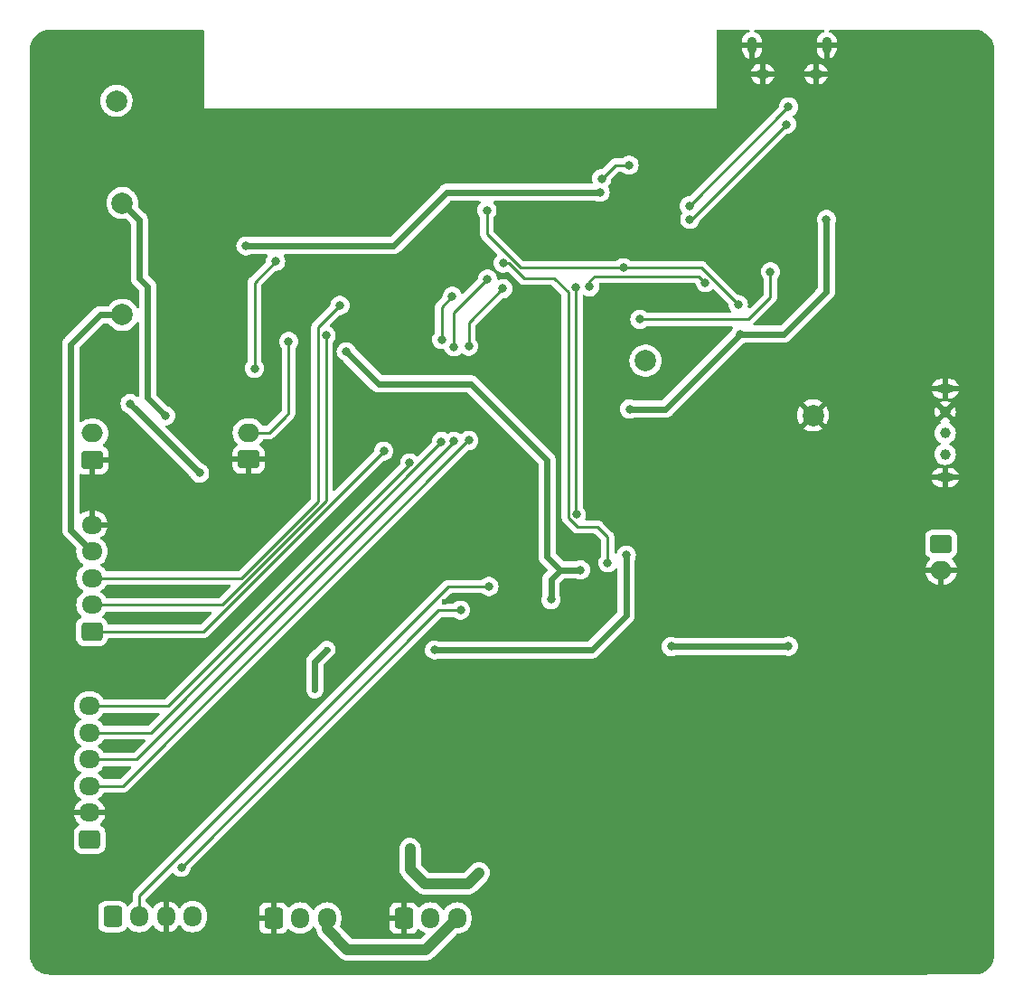
<source format=gbl>
G04 #@! TF.GenerationSoftware,KiCad,Pcbnew,7.0.10-7.0.10~ubuntu20.04.1*
G04 #@! TF.CreationDate,2024-02-22T18:15:51-03:00*
G04 #@! TF.ProjectId,Transiluminador,5472616e-7369-46c7-956d-696e61646f72,rev?*
G04 #@! TF.SameCoordinates,Original*
G04 #@! TF.FileFunction,Copper,L2,Bot*
G04 #@! TF.FilePolarity,Positive*
%FSLAX46Y46*%
G04 Gerber Fmt 4.6, Leading zero omitted, Abs format (unit mm)*
G04 Created by KiCad (PCBNEW 7.0.10-7.0.10~ubuntu20.04.1) date 2024-02-22 18:15:51*
%MOMM*%
%LPD*%
G01*
G04 APERTURE LIST*
G04 Aperture macros list*
%AMRoundRect*
0 Rectangle with rounded corners*
0 $1 Rounding radius*
0 $2 $3 $4 $5 $6 $7 $8 $9 X,Y pos of 4 corners*
0 Add a 4 corners polygon primitive as box body*
4,1,4,$2,$3,$4,$5,$6,$7,$8,$9,$2,$3,0*
0 Add four circle primitives for the rounded corners*
1,1,$1+$1,$2,$3*
1,1,$1+$1,$4,$5*
1,1,$1+$1,$6,$7*
1,1,$1+$1,$8,$9*
0 Add four rect primitives between the rounded corners*
20,1,$1+$1,$2,$3,$4,$5,0*
20,1,$1+$1,$4,$5,$6,$7,0*
20,1,$1+$1,$6,$7,$8,$9,0*
20,1,$1+$1,$8,$9,$2,$3,0*%
G04 Aperture macros list end*
G04 #@! TA.AperFunction,ComponentPad*
%ADD10C,1.000000*%
G04 #@! TD*
G04 #@! TA.AperFunction,ComponentPad*
%ADD11O,1.600000X0.800000*%
G04 #@! TD*
G04 #@! TA.AperFunction,ComponentPad*
%ADD12O,0.890000X1.550000*%
G04 #@! TD*
G04 #@! TA.AperFunction,ComponentPad*
%ADD13O,1.250000X0.950000*%
G04 #@! TD*
G04 #@! TA.AperFunction,ComponentPad*
%ADD14RoundRect,0.250000X0.725000X-0.600000X0.725000X0.600000X-0.725000X0.600000X-0.725000X-0.600000X0*%
G04 #@! TD*
G04 #@! TA.AperFunction,ComponentPad*
%ADD15O,1.950000X1.700000*%
G04 #@! TD*
G04 #@! TA.AperFunction,ComponentPad*
%ADD16RoundRect,0.250000X-0.600000X-0.725000X0.600000X-0.725000X0.600000X0.725000X-0.600000X0.725000X0*%
G04 #@! TD*
G04 #@! TA.AperFunction,ComponentPad*
%ADD17O,1.700000X1.950000*%
G04 #@! TD*
G04 #@! TA.AperFunction,ComponentPad*
%ADD18RoundRect,0.250000X0.750000X-0.600000X0.750000X0.600000X-0.750000X0.600000X-0.750000X-0.600000X0*%
G04 #@! TD*
G04 #@! TA.AperFunction,ComponentPad*
%ADD19O,2.000000X1.700000*%
G04 #@! TD*
G04 #@! TA.AperFunction,ComponentPad*
%ADD20C,2.000000*%
G04 #@! TD*
G04 #@! TA.AperFunction,ComponentPad*
%ADD21RoundRect,0.250000X-0.750000X0.600000X-0.750000X-0.600000X0.750000X-0.600000X0.750000X0.600000X0*%
G04 #@! TD*
G04 #@! TA.AperFunction,ViaPad*
%ADD22C,3.600000*%
G04 #@! TD*
G04 #@! TA.AperFunction,ViaPad*
%ADD23C,0.600000*%
G04 #@! TD*
G04 #@! TA.AperFunction,ViaPad*
%ADD24C,0.800000*%
G04 #@! TD*
G04 #@! TA.AperFunction,Conductor*
%ADD25C,0.609600*%
G04 #@! TD*
G04 #@! TA.AperFunction,Conductor*
%ADD26C,0.254000*%
G04 #@! TD*
G04 #@! TA.AperFunction,Conductor*
%ADD27C,0.250000*%
G04 #@! TD*
G04 #@! TA.AperFunction,Conductor*
%ADD28C,1.016000*%
G04 #@! TD*
G04 APERTURE END LIST*
D10*
X195000000Y-53750000D03*
X195000000Y-51750000D03*
X195000000Y-49750000D03*
D11*
X195000000Y-55900000D03*
X195000000Y-47600000D03*
D12*
X183900000Y-15425000D03*
D13*
X182900000Y-18125000D03*
X177900000Y-18125000D03*
D12*
X176900000Y-15425000D03*
D14*
X115075000Y-70350000D03*
D15*
X115075000Y-67850000D03*
X115075000Y-65350000D03*
X115075000Y-62850000D03*
X115075000Y-60350000D03*
D16*
X144275000Y-97200000D03*
D17*
X146775000Y-97200000D03*
X149275000Y-97200000D03*
D18*
X129750000Y-54225000D03*
D19*
X129750000Y-51725000D03*
D20*
X117375000Y-20625000D03*
D14*
X114850000Y-89825000D03*
D15*
X114850000Y-87325000D03*
X114850000Y-84825000D03*
X114850000Y-82325000D03*
X114850000Y-79825000D03*
X114850000Y-77325000D03*
D16*
X132075000Y-97200000D03*
D17*
X134575000Y-97200000D03*
X137075000Y-97200000D03*
D16*
X117000000Y-97050000D03*
D17*
X119500000Y-97050000D03*
X122000000Y-97050000D03*
X124500000Y-97050000D03*
D18*
X115100000Y-54275000D03*
D19*
X115100000Y-51775000D03*
D21*
X194625000Y-62125000D03*
D19*
X194625000Y-64625000D03*
D20*
X117925000Y-40675000D03*
X117925000Y-30200000D03*
X182625000Y-50100000D03*
X166925000Y-44975000D03*
D22*
X112175000Y-99500000D03*
D23*
X152350000Y-45550000D03*
X135650000Y-38250000D03*
X175050000Y-36150000D03*
D22*
X112175000Y-17000000D03*
D23*
X163850000Y-24050000D03*
X156600000Y-27750000D03*
X127450000Y-93150000D03*
X144350000Y-66500000D03*
X120938897Y-69301157D03*
X119300000Y-78550000D03*
X123300000Y-39100000D03*
X180250000Y-25350000D03*
X147700000Y-77850000D03*
X163550000Y-47550000D03*
X144350000Y-27550000D03*
X156350000Y-34650000D03*
X137650000Y-28350000D03*
X121200000Y-59050000D03*
X148100000Y-67575000D03*
X177400000Y-28500000D03*
X122600000Y-29300000D03*
X122900000Y-20700000D03*
X163800000Y-32850000D03*
X147350000Y-84100000D03*
X115400000Y-23350000D03*
X154950000Y-31100000D03*
X113400000Y-32800000D03*
X152700000Y-55000000D03*
X138000000Y-83950000D03*
X182000000Y-30600000D03*
X120900000Y-66700000D03*
X155750000Y-68000000D03*
X117450000Y-83750000D03*
X118850000Y-81100000D03*
X189800000Y-32100000D03*
X162750000Y-50500000D03*
D22*
X196500000Y-17000000D03*
D23*
X179250000Y-34050000D03*
D22*
X196500000Y-99500000D03*
D24*
X165125000Y-63200000D03*
X147175000Y-72075000D03*
X175825000Y-42475000D03*
X183875000Y-31750000D03*
X165450000Y-49500000D03*
X125150000Y-55500000D03*
X118650000Y-49000000D03*
X138900000Y-44130000D03*
X158075000Y-67349500D03*
X160825000Y-64575000D03*
X178625000Y-36650000D03*
X166400000Y-41100000D03*
X152075000Y-30875000D03*
X175626567Y-39723433D03*
X164850000Y-36275000D03*
X180325000Y-71725000D03*
X169350000Y-71750000D03*
X142400000Y-53450000D03*
X137000000Y-42625000D03*
X138300000Y-39800000D03*
X150375000Y-52450000D03*
X153550000Y-38225000D03*
X150375000Y-43625000D03*
X148975000Y-52525000D03*
X148975000Y-43675000D03*
X152125000Y-37325000D03*
X148825000Y-38950000D03*
X147825000Y-43000000D03*
X147800000Y-52550000D03*
X144828336Y-54569236D03*
X171075000Y-31725000D03*
X180125000Y-22825000D03*
X171025000Y-30475000D03*
X180325000Y-21200000D03*
X161675000Y-38050000D03*
X172525000Y-37650000D03*
X132275000Y-35675000D03*
X130300000Y-45700000D03*
X152250000Y-66125000D03*
X160400000Y-38075000D03*
X160450000Y-59400000D03*
X149600000Y-68350000D03*
X153600000Y-35825000D03*
X163387500Y-63912500D03*
X123450000Y-92450000D03*
X133500000Y-43175000D03*
X162825000Y-27925000D03*
X165375000Y-26650000D03*
X129500000Y-34230000D03*
X162675000Y-29200000D03*
X121975000Y-50125000D03*
D23*
X135950000Y-75800000D03*
X137075000Y-72025000D03*
D24*
X144875000Y-90700000D03*
X151325000Y-92950000D03*
D25*
X165125000Y-68825000D02*
X165125000Y-63200000D01*
X161875000Y-72075000D02*
X165125000Y-68825000D01*
X147175000Y-72075000D02*
X161875000Y-72075000D01*
X165450000Y-49500000D02*
X168800000Y-49500000D01*
X179900000Y-42475000D02*
X183325000Y-39050000D01*
X175825000Y-42475000D02*
X179900000Y-42475000D01*
X183325000Y-39050000D02*
X183875000Y-38500000D01*
X183875000Y-38500000D02*
X183875000Y-31750000D01*
X168800000Y-49500000D02*
X175825000Y-42475000D01*
X125150000Y-55500000D02*
X118650000Y-49000000D01*
X115825000Y-40675000D02*
X117925000Y-40675000D01*
X157700000Y-63325000D02*
X158950000Y-64575000D01*
X113100000Y-43400000D02*
X115825000Y-40675000D01*
X138900000Y-44130000D02*
X141920000Y-47150000D01*
X160825000Y-64575000D02*
X158950000Y-64575000D01*
X157700000Y-54250000D02*
X157700000Y-63325000D01*
X158075000Y-65450000D02*
X158075000Y-67349500D01*
X158950000Y-64575000D02*
X158075000Y-65450000D01*
X113100000Y-60875000D02*
X113100000Y-43400000D01*
X115075000Y-62850000D02*
X113100000Y-60875000D01*
X141920000Y-47150000D02*
X150600000Y-47150000D01*
X150600000Y-47150000D02*
X157700000Y-54250000D01*
D26*
X166400000Y-41100000D02*
X176528134Y-41100000D01*
X176528134Y-41100000D02*
X178625000Y-39003134D01*
X178625000Y-39003134D02*
X178625000Y-36650000D01*
X155200000Y-36275000D02*
X164850000Y-36275000D01*
X172178134Y-36275000D02*
X164850000Y-36275000D01*
X175626567Y-39723433D02*
X172178134Y-36275000D01*
X152075000Y-33150000D02*
X155200000Y-36275000D01*
X152075000Y-30875000D02*
X152075000Y-33150000D01*
D25*
X180325000Y-71725000D02*
X180300000Y-71750000D01*
X180300000Y-71750000D02*
X169350000Y-71750000D01*
D26*
X125500000Y-70350000D02*
X115075000Y-70350000D01*
X142400000Y-53450000D02*
X125500000Y-70350000D01*
X127275000Y-67850000D02*
X137000000Y-58125000D01*
X115075000Y-67850000D02*
X127275000Y-67850000D01*
X137000000Y-58125000D02*
X137000000Y-42625000D01*
X138300000Y-39800000D02*
X136250000Y-41850000D01*
X129075000Y-65350000D02*
X115075000Y-65350000D01*
X136250000Y-41850000D02*
X136250000Y-58175000D01*
X136250000Y-58175000D02*
X129075000Y-65350000D01*
X117950000Y-84825000D02*
X114850000Y-84825000D01*
X150325000Y-52450000D02*
X117950000Y-84825000D01*
X150375000Y-43625000D02*
X150375000Y-41400000D01*
X150375000Y-52450000D02*
X150325000Y-52450000D01*
X150375000Y-41400000D02*
X153550000Y-38225000D01*
X119275000Y-82325000D02*
X114850000Y-82325000D01*
X148975000Y-52625000D02*
X119275000Y-82325000D01*
X148975000Y-52525000D02*
X148975000Y-52625000D01*
X152125000Y-37325000D02*
X148975000Y-40475000D01*
X148975000Y-40475000D02*
X148975000Y-43675000D01*
X147800000Y-52625000D02*
X120600000Y-79825000D01*
X147800000Y-52550000D02*
X147800000Y-52625000D01*
X147825000Y-43000000D02*
X147825000Y-39950000D01*
X120600000Y-79825000D02*
X114850000Y-79825000D01*
X147825000Y-39950000D02*
X148825000Y-38950000D01*
X144828336Y-54569236D02*
X144828336Y-54671664D01*
X144828336Y-54671664D02*
X122175000Y-77325000D01*
X122175000Y-77325000D02*
X114850000Y-77325000D01*
X180125000Y-22825000D02*
X171225000Y-31725000D01*
X171225000Y-31725000D02*
X171075000Y-31725000D01*
X171025000Y-30475000D02*
X180300000Y-21200000D01*
X180300000Y-21200000D02*
X180325000Y-21200000D01*
X162175000Y-37050000D02*
X171925000Y-37050000D01*
X161675000Y-37550000D02*
X162175000Y-37050000D01*
X171925000Y-37050000D02*
X172525000Y-37650000D01*
X161675000Y-38050000D02*
X161675000Y-37550000D01*
X130300000Y-37650000D02*
X132275000Y-35675000D01*
X130300000Y-45700000D02*
X130300000Y-37650000D01*
X119500000Y-97050000D02*
X119500000Y-95100000D01*
X119500000Y-95100000D02*
X148475000Y-66125000D01*
D27*
X160400000Y-59350000D02*
X160450000Y-59400000D01*
D26*
X148475000Y-66125000D02*
X152250000Y-66125000D01*
D27*
X160400000Y-38075000D02*
X160400000Y-59350000D01*
X160574695Y-60550000D02*
X162425000Y-60550000D01*
X159700000Y-38550000D02*
X159700000Y-59675305D01*
X159700000Y-59675305D02*
X160574695Y-60550000D01*
X163387500Y-61512500D02*
X163387500Y-63912500D01*
D26*
X147550000Y-68350000D02*
X149600000Y-68350000D01*
D27*
X162425000Y-60550000D02*
X163387500Y-61512500D01*
X154110776Y-35825000D02*
X155535776Y-37250000D01*
X158400000Y-37250000D02*
X159700000Y-38550000D01*
D26*
X123450000Y-92450000D02*
X147550000Y-68350000D01*
D27*
X155535776Y-37250000D02*
X158400000Y-37250000D01*
X153600000Y-35825000D02*
X154110776Y-35825000D01*
D26*
X129750000Y-51725000D02*
X131650000Y-51725000D01*
X133100000Y-50275000D02*
X133500000Y-49875000D01*
X133500000Y-49875000D02*
X133500000Y-43175000D01*
X131650000Y-51725000D02*
X133100000Y-50275000D01*
X164100000Y-26650000D02*
X162825000Y-27925000D01*
X165375000Y-26650000D02*
X164100000Y-26650000D01*
D28*
X137075000Y-97200000D02*
X137075000Y-98225000D01*
X137075000Y-98225000D02*
X139000000Y-100150000D01*
X146325000Y-100150000D02*
X149275000Y-97200000D01*
X139000000Y-100150000D02*
X146325000Y-100150000D01*
D25*
X143300000Y-34200000D02*
X148300000Y-29200000D01*
X119500000Y-37250000D02*
X119500000Y-31775000D01*
X129530000Y-34200000D02*
X143300000Y-34200000D01*
X148300000Y-29200000D02*
X162675000Y-29200000D01*
X120300000Y-38050000D02*
X119500000Y-37250000D01*
X120300000Y-48450000D02*
X120300000Y-38050000D01*
X121975000Y-50125000D02*
X120300000Y-48450000D01*
X119500000Y-31775000D02*
X117925000Y-30200000D01*
X129500000Y-34230000D02*
X129530000Y-34200000D01*
X135950000Y-73150000D02*
X135950000Y-75800000D01*
X137075000Y-72025000D02*
X135950000Y-73150000D01*
D28*
X144875000Y-90700000D02*
X144875000Y-92600000D01*
X146250000Y-93975000D02*
X150300000Y-93975000D01*
X144875000Y-92600000D02*
X146250000Y-93975000D01*
X150300000Y-93975000D02*
X151325000Y-92950000D01*
G04 #@! TA.AperFunction,Conductor*
G36*
X118702758Y-82972185D02*
G01*
X118748513Y-83024989D01*
X118758457Y-83094147D01*
X118729432Y-83157703D01*
X118723400Y-83164181D01*
X117726400Y-84161181D01*
X117665077Y-84194666D01*
X117638719Y-84197500D01*
X116248826Y-84197500D01*
X116181787Y-84177815D01*
X116147251Y-84144623D01*
X116013494Y-83953597D01*
X115846403Y-83786506D01*
X115790187Y-83747144D01*
X115689401Y-83676573D01*
X115645778Y-83621999D01*
X115638584Y-83552500D01*
X115670106Y-83490145D01*
X115689398Y-83473428D01*
X115846401Y-83363495D01*
X116013495Y-83196401D01*
X116147252Y-83005375D01*
X116201829Y-82961752D01*
X116248827Y-82952500D01*
X118635719Y-82952500D01*
X118702758Y-82972185D01*
G37*
G04 #@! TD.AperFunction*
G04 #@! TA.AperFunction,Conductor*
G36*
X120027758Y-80472185D02*
G01*
X120073513Y-80524989D01*
X120083457Y-80594147D01*
X120054432Y-80657703D01*
X120048400Y-80664181D01*
X119051400Y-81661181D01*
X118990077Y-81694666D01*
X118963719Y-81697500D01*
X116248826Y-81697500D01*
X116181787Y-81677815D01*
X116147251Y-81644623D01*
X116013494Y-81453597D01*
X115846403Y-81286506D01*
X115790187Y-81247144D01*
X115689401Y-81176573D01*
X115645778Y-81121999D01*
X115638584Y-81052500D01*
X115670106Y-80990145D01*
X115689398Y-80973428D01*
X115846401Y-80863495D01*
X116013495Y-80696401D01*
X116147252Y-80505375D01*
X116201829Y-80461752D01*
X116248827Y-80452500D01*
X119960719Y-80452500D01*
X120027758Y-80472185D01*
G37*
G04 #@! TD.AperFunction*
G04 #@! TA.AperFunction,Conductor*
G36*
X121352758Y-77972185D02*
G01*
X121398513Y-78024989D01*
X121408457Y-78094147D01*
X121379432Y-78157703D01*
X121373400Y-78164181D01*
X120376400Y-79161181D01*
X120315077Y-79194666D01*
X120288719Y-79197500D01*
X116248826Y-79197500D01*
X116181787Y-79177815D01*
X116147251Y-79144623D01*
X116013494Y-78953597D01*
X115846403Y-78786506D01*
X115790187Y-78747144D01*
X115689401Y-78676573D01*
X115645778Y-78621999D01*
X115638584Y-78552500D01*
X115670106Y-78490145D01*
X115689398Y-78473428D01*
X115846401Y-78363495D01*
X116013495Y-78196401D01*
X116147252Y-78005375D01*
X116201829Y-77961752D01*
X116248827Y-77952500D01*
X121285719Y-77952500D01*
X121352758Y-77972185D01*
G37*
G04 #@! TD.AperFunction*
G04 #@! TA.AperFunction,Conductor*
G36*
X126252758Y-68497185D02*
G01*
X126298513Y-68549989D01*
X126308457Y-68619147D01*
X126279432Y-68682703D01*
X126273400Y-68689181D01*
X125276400Y-69686181D01*
X125215077Y-69719666D01*
X125188719Y-69722500D01*
X116664777Y-69722500D01*
X116597738Y-69702815D01*
X116551983Y-69650011D01*
X116541419Y-69611103D01*
X116541275Y-69609697D01*
X116539999Y-69597203D01*
X116484814Y-69430666D01*
X116392712Y-69281344D01*
X116268656Y-69157288D01*
X116187658Y-69107328D01*
X116113879Y-69061821D01*
X116067155Y-69009873D01*
X116055932Y-68940910D01*
X116083776Y-68876828D01*
X116091295Y-68868601D01*
X116238495Y-68721401D01*
X116372252Y-68530375D01*
X116426829Y-68486752D01*
X116473827Y-68477500D01*
X126185719Y-68477500D01*
X126252758Y-68497185D01*
G37*
G04 #@! TD.AperFunction*
G04 #@! TA.AperFunction,Conductor*
G36*
X128027758Y-65997185D02*
G01*
X128073513Y-66049989D01*
X128083457Y-66119147D01*
X128054432Y-66182703D01*
X128048400Y-66189181D01*
X127051400Y-67186181D01*
X126990077Y-67219666D01*
X126963719Y-67222500D01*
X116473826Y-67222500D01*
X116406787Y-67202815D01*
X116372251Y-67169623D01*
X116238494Y-66978597D01*
X116071403Y-66811506D01*
X115991180Y-66755334D01*
X115914401Y-66701573D01*
X115870778Y-66646999D01*
X115863584Y-66577500D01*
X115895106Y-66515145D01*
X115914398Y-66498428D01*
X116071401Y-66388495D01*
X116238495Y-66221401D01*
X116372252Y-66030375D01*
X116426829Y-65986752D01*
X116473827Y-65977500D01*
X127960719Y-65977500D01*
X128027758Y-65997185D01*
G37*
G04 #@! TD.AperFunction*
G04 #@! TA.AperFunction,Conductor*
G36*
X125469202Y-13950529D02*
G01*
X125536240Y-13970214D01*
X125581994Y-14023018D01*
X125593200Y-14074529D01*
X125593200Y-21310000D01*
X173593200Y-21310000D01*
X173593200Y-18375000D01*
X176802869Y-18375000D01*
X176870122Y-18556591D01*
X176870126Y-18556598D01*
X176975019Y-18724883D01*
X177111633Y-18868601D01*
X177111635Y-18868602D01*
X177274390Y-18981884D01*
X177456615Y-19060082D01*
X177650000Y-19099823D01*
X177650000Y-18385497D01*
X177722912Y-18400000D01*
X178077088Y-18400000D01*
X178150000Y-18385497D01*
X178150000Y-19094858D01*
X178247279Y-19084967D01*
X178436471Y-19025607D01*
X178436486Y-19025600D01*
X178609856Y-18929372D01*
X178609861Y-18929369D01*
X178760315Y-18800208D01*
X178760317Y-18800207D01*
X178881693Y-18643402D01*
X178881695Y-18643398D01*
X178969022Y-18465370D01*
X178992420Y-18375000D01*
X181802869Y-18375000D01*
X181870122Y-18556591D01*
X181870126Y-18556598D01*
X181975019Y-18724883D01*
X182111633Y-18868601D01*
X182111635Y-18868602D01*
X182274390Y-18981884D01*
X182456615Y-19060082D01*
X182650000Y-19099823D01*
X182650000Y-18385497D01*
X182722912Y-18400000D01*
X183077088Y-18400000D01*
X183150000Y-18385497D01*
X183150000Y-19094858D01*
X183247279Y-19084967D01*
X183436471Y-19025607D01*
X183436486Y-19025600D01*
X183609856Y-18929372D01*
X183609861Y-18929369D01*
X183760315Y-18800208D01*
X183760317Y-18800207D01*
X183881693Y-18643402D01*
X183881695Y-18643398D01*
X183969022Y-18465370D01*
X183992420Y-18375000D01*
X183170837Y-18375000D01*
X183248264Y-18323264D01*
X183309045Y-18232300D01*
X183330388Y-18125000D01*
X183309045Y-18017700D01*
X183248264Y-17926736D01*
X183170837Y-17875000D01*
X183997130Y-17875000D01*
X183997130Y-17874999D01*
X183929877Y-17693408D01*
X183929873Y-17693401D01*
X183824980Y-17525116D01*
X183688366Y-17381398D01*
X183688364Y-17381397D01*
X183525609Y-17268115D01*
X183343384Y-17189917D01*
X183150000Y-17150175D01*
X183150000Y-17864502D01*
X183077088Y-17850000D01*
X182722912Y-17850000D01*
X182650000Y-17864502D01*
X182650000Y-17155140D01*
X182649999Y-17155140D01*
X182552716Y-17165034D01*
X182363528Y-17224392D01*
X182363513Y-17224399D01*
X182190143Y-17320627D01*
X182190138Y-17320630D01*
X182039684Y-17449791D01*
X182039682Y-17449792D01*
X181918306Y-17606597D01*
X181918304Y-17606601D01*
X181830977Y-17784629D01*
X181807579Y-17874999D01*
X181807580Y-17875000D01*
X182629163Y-17875000D01*
X182551736Y-17926736D01*
X182490955Y-18017700D01*
X182469612Y-18125000D01*
X182490955Y-18232300D01*
X182551736Y-18323264D01*
X182629163Y-18375000D01*
X181802869Y-18375000D01*
X178992420Y-18375000D01*
X178170837Y-18375000D01*
X178248264Y-18323264D01*
X178309045Y-18232300D01*
X178330388Y-18125000D01*
X178309045Y-18017700D01*
X178248264Y-17926736D01*
X178170837Y-17875000D01*
X178997130Y-17875000D01*
X178997130Y-17874999D01*
X178929877Y-17693408D01*
X178929873Y-17693401D01*
X178824980Y-17525116D01*
X178688366Y-17381398D01*
X178688364Y-17381397D01*
X178525609Y-17268115D01*
X178343384Y-17189917D01*
X178150000Y-17150175D01*
X178150000Y-17864502D01*
X178077088Y-17850000D01*
X177722912Y-17850000D01*
X177650000Y-17864502D01*
X177650000Y-17155140D01*
X177649999Y-17155140D01*
X177552716Y-17165034D01*
X177363528Y-17224392D01*
X177363513Y-17224399D01*
X177190143Y-17320627D01*
X177190138Y-17320630D01*
X177039684Y-17449791D01*
X177039682Y-17449792D01*
X176918306Y-17606597D01*
X176918304Y-17606601D01*
X176830977Y-17784629D01*
X176807579Y-17874999D01*
X176807580Y-17875000D01*
X177629163Y-17875000D01*
X177551736Y-17926736D01*
X177490955Y-18017700D01*
X177469612Y-18125000D01*
X177490955Y-18232300D01*
X177551736Y-18323264D01*
X177629163Y-18375000D01*
X176802869Y-18375000D01*
X173593200Y-18375000D01*
X173593200Y-14074630D01*
X173612885Y-14007591D01*
X173665689Y-13961836D01*
X173717198Y-13950630D01*
X176577083Y-13950636D01*
X176644123Y-13970321D01*
X176689877Y-14023125D01*
X176699821Y-14092283D01*
X176670796Y-14155839D01*
X176620149Y-14190917D01*
X176481685Y-14242198D01*
X176481676Y-14242202D01*
X176318580Y-14343859D01*
X176318575Y-14343864D01*
X176179279Y-14476274D01*
X176069481Y-14634025D01*
X175993689Y-14810642D01*
X175955000Y-14998902D01*
X175955000Y-15175000D01*
X176650000Y-15175000D01*
X176650000Y-15675000D01*
X175955000Y-15675000D01*
X175955000Y-15802921D01*
X175969570Y-15946209D01*
X176027103Y-16129579D01*
X176027108Y-16129589D01*
X176120380Y-16297633D01*
X176120380Y-16297634D01*
X176245567Y-16443460D01*
X176245568Y-16443461D01*
X176397548Y-16561102D01*
X176397552Y-16561104D01*
X176570107Y-16645746D01*
X176650000Y-16666430D01*
X176650000Y-15774624D01*
X176664505Y-15847545D01*
X176719760Y-15930240D01*
X176802455Y-15985495D01*
X176900000Y-16004898D01*
X176997545Y-15985495D01*
X177080240Y-15930240D01*
X177135495Y-15847545D01*
X177150000Y-15774624D01*
X177150000Y-16670137D01*
X177318314Y-16607801D01*
X177318323Y-16607797D01*
X177481419Y-16506140D01*
X177481424Y-16506135D01*
X177620720Y-16373725D01*
X177730518Y-16215974D01*
X177806310Y-16039357D01*
X177845000Y-15851097D01*
X177845000Y-15675000D01*
X177150000Y-15675000D01*
X177150000Y-15175000D01*
X177845000Y-15175000D01*
X177845000Y-15047078D01*
X177830429Y-14903790D01*
X177772896Y-14720420D01*
X177772891Y-14720410D01*
X177679619Y-14552366D01*
X177679619Y-14552365D01*
X177554432Y-14406539D01*
X177554431Y-14406538D01*
X177402451Y-14288897D01*
X177402447Y-14288895D01*
X177229893Y-14204254D01*
X177192909Y-14194678D01*
X177132944Y-14158818D01*
X177101886Y-14096231D01*
X177109595Y-14026788D01*
X177153624Y-13972537D01*
X177219994Y-13950701D01*
X177223957Y-13950637D01*
X183577045Y-13950650D01*
X183644083Y-13970335D01*
X183689837Y-14023139D01*
X183699781Y-14092297D01*
X183670756Y-14155853D01*
X183620109Y-14190931D01*
X183481685Y-14242198D01*
X183481676Y-14242202D01*
X183318580Y-14343859D01*
X183318575Y-14343864D01*
X183179279Y-14476274D01*
X183069481Y-14634025D01*
X182993689Y-14810642D01*
X182955000Y-14998902D01*
X182955000Y-15175000D01*
X183650000Y-15175000D01*
X183650000Y-15675000D01*
X182955000Y-15675000D01*
X182955000Y-15802921D01*
X182969570Y-15946209D01*
X183027103Y-16129579D01*
X183027108Y-16129589D01*
X183120380Y-16297633D01*
X183120380Y-16297634D01*
X183245567Y-16443460D01*
X183245568Y-16443461D01*
X183397548Y-16561102D01*
X183397552Y-16561104D01*
X183570107Y-16645746D01*
X183650000Y-16666430D01*
X183650000Y-15774624D01*
X183664505Y-15847545D01*
X183719760Y-15930240D01*
X183802455Y-15985495D01*
X183900000Y-16004898D01*
X183997545Y-15985495D01*
X184080240Y-15930240D01*
X184135495Y-15847545D01*
X184150000Y-15774624D01*
X184150000Y-16670137D01*
X184318314Y-16607801D01*
X184318323Y-16607797D01*
X184481419Y-16506140D01*
X184481424Y-16506135D01*
X184620720Y-16373725D01*
X184730518Y-16215974D01*
X184806310Y-16039357D01*
X184845000Y-15851097D01*
X184845000Y-15675000D01*
X184150000Y-15675000D01*
X184150000Y-15175000D01*
X184845000Y-15175000D01*
X184845000Y-15047078D01*
X184830429Y-14903790D01*
X184772896Y-14720420D01*
X184772891Y-14720410D01*
X184679619Y-14552366D01*
X184679619Y-14552365D01*
X184554432Y-14406539D01*
X184554431Y-14406538D01*
X184402451Y-14288897D01*
X184402447Y-14288895D01*
X184229891Y-14204253D01*
X184229893Y-14204253D01*
X184192967Y-14194693D01*
X184133001Y-14158834D01*
X184101943Y-14096247D01*
X184109652Y-14026803D01*
X184153681Y-13972552D01*
X184220051Y-13950716D01*
X184224044Y-13950652D01*
X197652055Y-13950679D01*
X197654191Y-13951307D01*
X197694854Y-13950738D01*
X197703048Y-13950894D01*
X197755059Y-13953609D01*
X197781845Y-13955007D01*
X197782305Y-13955032D01*
X197945888Y-13964554D01*
X197961391Y-13966441D01*
X197968697Y-13967803D01*
X198067900Y-13986286D01*
X198070090Y-13986714D01*
X198092139Y-13991234D01*
X198200633Y-14013476D01*
X198214257Y-14017089D01*
X198322896Y-14052640D01*
X198326324Y-14053818D01*
X198415501Y-14085994D01*
X198446135Y-14097047D01*
X198457796Y-14101940D01*
X198468795Y-14107230D01*
X198562905Y-14152494D01*
X198567463Y-14154805D01*
X198677788Y-14213698D01*
X198687369Y-14219380D01*
X198785823Y-14283936D01*
X198791266Y-14287719D01*
X198867563Y-14343864D01*
X198891168Y-14361234D01*
X198898730Y-14367267D01*
X198988114Y-14444474D01*
X198994125Y-14450022D01*
X199082222Y-14536904D01*
X199087844Y-14542828D01*
X199166300Y-14631150D01*
X199172437Y-14638627D01*
X199247304Y-14737462D01*
X199251203Y-14742908D01*
X199317088Y-14840409D01*
X199322914Y-14849928D01*
X199383304Y-14959370D01*
X199385725Y-14963984D01*
X199437717Y-15068346D01*
X199442772Y-15079940D01*
X199487627Y-15199052D01*
X199488887Y-15202554D01*
X199525938Y-15310675D01*
X199529750Y-15324285D01*
X199558305Y-15454363D01*
X199558764Y-15456548D01*
X199580096Y-15562823D01*
X199582199Y-15578302D01*
X199593969Y-15741428D01*
X199594021Y-15742171D01*
X199599229Y-15820935D01*
X199599499Y-15829116D01*
X199599319Y-100552671D01*
X199598700Y-100554778D01*
X199599261Y-100594855D01*
X199599105Y-100603052D01*
X199595001Y-100681696D01*
X199594959Y-100682440D01*
X199585444Y-100845886D01*
X199583556Y-100861392D01*
X199563712Y-100967900D01*
X199563284Y-100970090D01*
X199536527Y-101100614D01*
X199532903Y-101114277D01*
X199497374Y-101222849D01*
X199496164Y-101226369D01*
X199452951Y-101346135D01*
X199448058Y-101357796D01*
X199397527Y-101462859D01*
X199395170Y-101467507D01*
X199336300Y-101577788D01*
X199330607Y-101587387D01*
X199266092Y-101685780D01*
X199262268Y-101691281D01*
X199188764Y-101791168D01*
X199182731Y-101798730D01*
X199105524Y-101888114D01*
X199099973Y-101894128D01*
X199013109Y-101982208D01*
X199007170Y-101987844D01*
X198918848Y-102066300D01*
X198911371Y-102072437D01*
X198812536Y-102147304D01*
X198807090Y-102151203D01*
X198709589Y-102217088D01*
X198700070Y-102222914D01*
X198590628Y-102283304D01*
X198586014Y-102285725D01*
X198481652Y-102337717D01*
X198470058Y-102342773D01*
X198350916Y-102387639D01*
X198347415Y-102388897D01*
X198239332Y-102425936D01*
X198225720Y-102429749D01*
X198119940Y-102452969D01*
X198093916Y-102455852D01*
X188488662Y-102499477D01*
X188488099Y-102499478D01*
X111202394Y-102499319D01*
X111200056Y-102498632D01*
X111155143Y-102499261D01*
X111146946Y-102499104D01*
X111068310Y-102495000D01*
X111067567Y-102494959D01*
X110904112Y-102485444D01*
X110888606Y-102483556D01*
X110782098Y-102463712D01*
X110779908Y-102463284D01*
X110649384Y-102436527D01*
X110635721Y-102432903D01*
X110527149Y-102397374D01*
X110523629Y-102396164D01*
X110403863Y-102352951D01*
X110392202Y-102348058D01*
X110287139Y-102297527D01*
X110282491Y-102295170D01*
X110260262Y-102283304D01*
X110256352Y-102281216D01*
X110172210Y-102236300D01*
X110162617Y-102230610D01*
X110064192Y-102166074D01*
X110058717Y-102162268D01*
X109958830Y-102088764D01*
X109951268Y-102082731D01*
X109861884Y-102005524D01*
X109855870Y-101999973D01*
X109843571Y-101987844D01*
X109767775Y-101913094D01*
X109762154Y-101907170D01*
X109683698Y-101818848D01*
X109677561Y-101811371D01*
X109602694Y-101712536D01*
X109598795Y-101707090D01*
X109578686Y-101677332D01*
X109532909Y-101609588D01*
X109527084Y-101600070D01*
X109514789Y-101577788D01*
X109466682Y-101490605D01*
X109464286Y-101486039D01*
X109412276Y-101381641D01*
X109407226Y-101370058D01*
X109362371Y-101250946D01*
X109361125Y-101247485D01*
X109324058Y-101139319D01*
X109320248Y-101125713D01*
X109317738Y-101114277D01*
X109291675Y-100995550D01*
X109291257Y-100993559D01*
X109269898Y-100887149D01*
X109267803Y-100871732D01*
X109255998Y-100708128D01*
X109255991Y-100708038D01*
X109250769Y-100629065D01*
X109250500Y-100620890D01*
X109250503Y-98977464D01*
X109250505Y-97825001D01*
X115649500Y-97825001D01*
X115649501Y-97825018D01*
X115660000Y-97927796D01*
X115660001Y-97927799D01*
X115705894Y-98066294D01*
X115715186Y-98094334D01*
X115807288Y-98243656D01*
X115931344Y-98367712D01*
X116080666Y-98459814D01*
X116247203Y-98514999D01*
X116349991Y-98525500D01*
X117650008Y-98525499D01*
X117752797Y-98514999D01*
X117919334Y-98459814D01*
X118068656Y-98367712D01*
X118192712Y-98243656D01*
X118284814Y-98094334D01*
X118284814Y-98094331D01*
X118288178Y-98088879D01*
X118340126Y-98042154D01*
X118409088Y-98030931D01*
X118473170Y-98058774D01*
X118481398Y-98066294D01*
X118628599Y-98213495D01*
X118671675Y-98243657D01*
X118822165Y-98349032D01*
X118822167Y-98349033D01*
X118822170Y-98349035D01*
X119036337Y-98448903D01*
X119264592Y-98510063D01*
X119441034Y-98525500D01*
X119499999Y-98530659D01*
X119500000Y-98530659D01*
X119500001Y-98530659D01*
X119558966Y-98525500D01*
X119735408Y-98510063D01*
X119963663Y-98448903D01*
X120177829Y-98349035D01*
X120371401Y-98213495D01*
X120538495Y-98046401D01*
X120648732Y-97888965D01*
X120703306Y-97845342D01*
X120772805Y-97838148D01*
X120835159Y-97869670D01*
X120851880Y-97888967D01*
X120961886Y-98046073D01*
X120961891Y-98046079D01*
X121128917Y-98213105D01*
X121322421Y-98348600D01*
X121536507Y-98448429D01*
X121536516Y-98448433D01*
X121750000Y-98505634D01*
X121750000Y-97458018D01*
X121864801Y-97510446D01*
X121966025Y-97525000D01*
X122033975Y-97525000D01*
X122135199Y-97510446D01*
X122250000Y-97458018D01*
X122250000Y-98505633D01*
X122463483Y-98448433D01*
X122463492Y-98448429D01*
X122677577Y-98348600D01*
X122677579Y-98348599D01*
X122871073Y-98213113D01*
X122871079Y-98213108D01*
X123038108Y-98046079D01*
X123038113Y-98046073D01*
X123148119Y-97888967D01*
X123202695Y-97845342D01*
X123272194Y-97838148D01*
X123334549Y-97869670D01*
X123351269Y-97888967D01*
X123461505Y-98046402D01*
X123595673Y-98180569D01*
X123628599Y-98213495D01*
X123671675Y-98243657D01*
X123822165Y-98349032D01*
X123822167Y-98349033D01*
X123822170Y-98349035D01*
X124036337Y-98448903D01*
X124264592Y-98510063D01*
X124441034Y-98525500D01*
X124499999Y-98530659D01*
X124500000Y-98530659D01*
X124500001Y-98530659D01*
X124558966Y-98525500D01*
X124735408Y-98510063D01*
X124963663Y-98448903D01*
X125177829Y-98349035D01*
X125371401Y-98213495D01*
X125538495Y-98046401D01*
X125674035Y-97852829D01*
X125773903Y-97638663D01*
X125835063Y-97410408D01*
X125850500Y-97233966D01*
X125850500Y-96950000D01*
X130725000Y-96950000D01*
X131671031Y-96950000D01*
X131638481Y-97000649D01*
X131600000Y-97131705D01*
X131600000Y-97268295D01*
X131638481Y-97399351D01*
X131671031Y-97450000D01*
X130725001Y-97450000D01*
X130725001Y-97974986D01*
X130735494Y-98077697D01*
X130790641Y-98244119D01*
X130790643Y-98244124D01*
X130882684Y-98393345D01*
X131006654Y-98517315D01*
X131155875Y-98609356D01*
X131155880Y-98609358D01*
X131322302Y-98664505D01*
X131322309Y-98664506D01*
X131425019Y-98674999D01*
X131824999Y-98674999D01*
X131825000Y-98674998D01*
X131825000Y-97608018D01*
X131939801Y-97660446D01*
X132041025Y-97675000D01*
X132108975Y-97675000D01*
X132210199Y-97660446D01*
X132325000Y-97608018D01*
X132325000Y-98674999D01*
X132724972Y-98674999D01*
X132724986Y-98674998D01*
X132827697Y-98664505D01*
X132994119Y-98609358D01*
X132994124Y-98609356D01*
X133143345Y-98517315D01*
X133267315Y-98393345D01*
X133362815Y-98238516D01*
X133414763Y-98191792D01*
X133483726Y-98180569D01*
X133547808Y-98208413D01*
X133556035Y-98215931D01*
X133703599Y-98363495D01*
X133703602Y-98363497D01*
X133703603Y-98363498D01*
X133897165Y-98499032D01*
X133897167Y-98499033D01*
X133897170Y-98499035D01*
X134111337Y-98598903D01*
X134111343Y-98598904D01*
X134111344Y-98598905D01*
X134150356Y-98609358D01*
X134339592Y-98660063D01*
X134524949Y-98676280D01*
X134574999Y-98680659D01*
X134575000Y-98680659D01*
X134575001Y-98680659D01*
X134625051Y-98676280D01*
X134810408Y-98660063D01*
X135038663Y-98598903D01*
X135252829Y-98499035D01*
X135446401Y-98363495D01*
X135613495Y-98196401D01*
X135723426Y-98039401D01*
X135778001Y-97995778D01*
X135847500Y-97988584D01*
X135909855Y-98020106D01*
X135926571Y-98039398D01*
X135953388Y-98077697D01*
X136036505Y-98196402D01*
X136037121Y-98197136D01*
X136037290Y-98197523D01*
X136039610Y-98200836D01*
X136038943Y-98201302D01*
X136065128Y-98261147D01*
X136065527Y-98264679D01*
X136081091Y-98422702D01*
X136134542Y-98598903D01*
X136134543Y-98598906D01*
X136138758Y-98612802D01*
X136138760Y-98612807D01*
X136232401Y-98787998D01*
X136232405Y-98788005D01*
X136358430Y-98941567D01*
X136392213Y-98969291D01*
X136401230Y-98977464D01*
X138247534Y-100823768D01*
X138255706Y-100832784D01*
X138279184Y-100861392D01*
X138283432Y-100866568D01*
X138436994Y-100992594D01*
X138437001Y-100992598D01*
X138438569Y-100993436D01*
X138612196Y-101086241D01*
X138802299Y-101143909D01*
X139000000Y-101163380D01*
X139040490Y-101159392D01*
X139043489Y-101159097D01*
X139055642Y-101158500D01*
X146269358Y-101158500D01*
X146281511Y-101159097D01*
X146284812Y-101159422D01*
X146325000Y-101163380D01*
X146522701Y-101143909D01*
X146712804Y-101086241D01*
X146888004Y-100992595D01*
X147041568Y-100866568D01*
X147069299Y-100832776D01*
X147077452Y-100823780D01*
X149184255Y-98716978D01*
X149245578Y-98683493D01*
X149271936Y-98680659D01*
X149275001Y-98680659D01*
X149325051Y-98676280D01*
X149510408Y-98660063D01*
X149738663Y-98598903D01*
X149952829Y-98499035D01*
X150146401Y-98363495D01*
X150313495Y-98196401D01*
X150449035Y-98002829D01*
X150548903Y-97788663D01*
X150610063Y-97560408D01*
X150625500Y-97383966D01*
X150625500Y-97016034D01*
X150610063Y-96839592D01*
X150548903Y-96611337D01*
X150449035Y-96397171D01*
X150436936Y-96379891D01*
X150313494Y-96203597D01*
X150146402Y-96036506D01*
X150146395Y-96036501D01*
X149952834Y-95900967D01*
X149952830Y-95900965D01*
X149922648Y-95886891D01*
X149738663Y-95801097D01*
X149738659Y-95801096D01*
X149738655Y-95801094D01*
X149510413Y-95739938D01*
X149510403Y-95739936D01*
X149275001Y-95719341D01*
X149274999Y-95719341D01*
X149039596Y-95739936D01*
X149039586Y-95739938D01*
X148811344Y-95801094D01*
X148811335Y-95801098D01*
X148597171Y-95900964D01*
X148597169Y-95900965D01*
X148403597Y-96036505D01*
X148236505Y-96203597D01*
X148126575Y-96360595D01*
X148071998Y-96404220D01*
X148002500Y-96411414D01*
X147940145Y-96379891D01*
X147923425Y-96360595D01*
X147813494Y-96203597D01*
X147646402Y-96036506D01*
X147646395Y-96036501D01*
X147452834Y-95900967D01*
X147452830Y-95900965D01*
X147422648Y-95886891D01*
X147238663Y-95801097D01*
X147238659Y-95801096D01*
X147238655Y-95801094D01*
X147010413Y-95739938D01*
X147010403Y-95739936D01*
X146775001Y-95719341D01*
X146774999Y-95719341D01*
X146539596Y-95739936D01*
X146539586Y-95739938D01*
X146311344Y-95801094D01*
X146311335Y-95801098D01*
X146097171Y-95900964D01*
X146097169Y-95900965D01*
X145903597Y-96036505D01*
X145756035Y-96184068D01*
X145694712Y-96217553D01*
X145625020Y-96212569D01*
X145569087Y-96170697D01*
X145562815Y-96161484D01*
X145467315Y-96006654D01*
X145343345Y-95882684D01*
X145194124Y-95790643D01*
X145194119Y-95790641D01*
X145027697Y-95735494D01*
X145027690Y-95735493D01*
X144924986Y-95725000D01*
X144525000Y-95725000D01*
X144525000Y-96791981D01*
X144410199Y-96739554D01*
X144308975Y-96725000D01*
X144241025Y-96725000D01*
X144139801Y-96739554D01*
X144025000Y-96791981D01*
X144025000Y-95725000D01*
X143625028Y-95725000D01*
X143625012Y-95725001D01*
X143522302Y-95735494D01*
X143355880Y-95790641D01*
X143355875Y-95790643D01*
X143206654Y-95882684D01*
X143082684Y-96006654D01*
X142990643Y-96155875D01*
X142990641Y-96155880D01*
X142935494Y-96322302D01*
X142935493Y-96322309D01*
X142925000Y-96425013D01*
X142925000Y-96950000D01*
X143871031Y-96950000D01*
X143838481Y-97000649D01*
X143800000Y-97131705D01*
X143800000Y-97268295D01*
X143838481Y-97399351D01*
X143871031Y-97450000D01*
X142925001Y-97450000D01*
X142925001Y-97974986D01*
X142935494Y-98077697D01*
X142990641Y-98244119D01*
X142990643Y-98244124D01*
X143082684Y-98393345D01*
X143206654Y-98517315D01*
X143355875Y-98609356D01*
X143355880Y-98609358D01*
X143522302Y-98664505D01*
X143522309Y-98664506D01*
X143625019Y-98674999D01*
X144024999Y-98674999D01*
X144025000Y-98674998D01*
X144025000Y-97608018D01*
X144139801Y-97660446D01*
X144241025Y-97675000D01*
X144308975Y-97675000D01*
X144410199Y-97660446D01*
X144525000Y-97608018D01*
X144525000Y-98674999D01*
X144924972Y-98674999D01*
X144924986Y-98674998D01*
X145027697Y-98664505D01*
X145194119Y-98609358D01*
X145194124Y-98609356D01*
X145343345Y-98517315D01*
X145467315Y-98393345D01*
X145562815Y-98238516D01*
X145614763Y-98191792D01*
X145683726Y-98180569D01*
X145747808Y-98208413D01*
X145756035Y-98215931D01*
X145903599Y-98363495D01*
X145903602Y-98363497D01*
X145903603Y-98363498D01*
X146097165Y-98499032D01*
X146097167Y-98499033D01*
X146097170Y-98499035D01*
X146245312Y-98568115D01*
X146297750Y-98614286D01*
X146316902Y-98681480D01*
X146296686Y-98748361D01*
X146280588Y-98768177D01*
X145943583Y-99105182D01*
X145882262Y-99138666D01*
X145855904Y-99141500D01*
X139469096Y-99141500D01*
X139402057Y-99121815D01*
X139381415Y-99105181D01*
X138319979Y-98043745D01*
X138286494Y-97982422D01*
X138291478Y-97912730D01*
X138295267Y-97903683D01*
X138348903Y-97788663D01*
X138410063Y-97560408D01*
X138425500Y-97383966D01*
X138425500Y-97016034D01*
X138410063Y-96839592D01*
X138348903Y-96611337D01*
X138249035Y-96397171D01*
X138236936Y-96379891D01*
X138113494Y-96203597D01*
X137946402Y-96036506D01*
X137946395Y-96036501D01*
X137752834Y-95900967D01*
X137752830Y-95900965D01*
X137722648Y-95886891D01*
X137538663Y-95801097D01*
X137538659Y-95801096D01*
X137538655Y-95801094D01*
X137310413Y-95739938D01*
X137310403Y-95739936D01*
X137075001Y-95719341D01*
X137074999Y-95719341D01*
X136839596Y-95739936D01*
X136839586Y-95739938D01*
X136611344Y-95801094D01*
X136611335Y-95801098D01*
X136397171Y-95900964D01*
X136397169Y-95900965D01*
X136203597Y-96036505D01*
X136036505Y-96203597D01*
X135926575Y-96360595D01*
X135871998Y-96404220D01*
X135802500Y-96411414D01*
X135740145Y-96379891D01*
X135723425Y-96360595D01*
X135613494Y-96203597D01*
X135446402Y-96036506D01*
X135446395Y-96036501D01*
X135252834Y-95900967D01*
X135252830Y-95900965D01*
X135222648Y-95886891D01*
X135038663Y-95801097D01*
X135038659Y-95801096D01*
X135038655Y-95801094D01*
X134810413Y-95739938D01*
X134810403Y-95739936D01*
X134575001Y-95719341D01*
X134574999Y-95719341D01*
X134339596Y-95739936D01*
X134339586Y-95739938D01*
X134111344Y-95801094D01*
X134111335Y-95801098D01*
X133897171Y-95900964D01*
X133897169Y-95900965D01*
X133703597Y-96036505D01*
X133556035Y-96184068D01*
X133494712Y-96217553D01*
X133425020Y-96212569D01*
X133369087Y-96170697D01*
X133362815Y-96161484D01*
X133267315Y-96006654D01*
X133143345Y-95882684D01*
X132994124Y-95790643D01*
X132994119Y-95790641D01*
X132827697Y-95735494D01*
X132827690Y-95735493D01*
X132724986Y-95725000D01*
X132325000Y-95725000D01*
X132325000Y-96791981D01*
X132210199Y-96739554D01*
X132108975Y-96725000D01*
X132041025Y-96725000D01*
X131939801Y-96739554D01*
X131825000Y-96791981D01*
X131825000Y-95725000D01*
X131425028Y-95725000D01*
X131425012Y-95725001D01*
X131322302Y-95735494D01*
X131155880Y-95790641D01*
X131155875Y-95790643D01*
X131006654Y-95882684D01*
X130882684Y-96006654D01*
X130790643Y-96155875D01*
X130790641Y-96155880D01*
X130735494Y-96322302D01*
X130735493Y-96322309D01*
X130725000Y-96425013D01*
X130725000Y-96950000D01*
X125850500Y-96950000D01*
X125850500Y-96866034D01*
X125835063Y-96689592D01*
X125773903Y-96461337D01*
X125674035Y-96247171D01*
X125655105Y-96220135D01*
X125538494Y-96053597D01*
X125371402Y-95886506D01*
X125371395Y-95886501D01*
X125177834Y-95750967D01*
X125177830Y-95750965D01*
X125177828Y-95750964D01*
X124963663Y-95651097D01*
X124963659Y-95651096D01*
X124963655Y-95651094D01*
X124735413Y-95589938D01*
X124735403Y-95589936D01*
X124500001Y-95569341D01*
X124499999Y-95569341D01*
X124264596Y-95589936D01*
X124264586Y-95589938D01*
X124036344Y-95651094D01*
X124036335Y-95651098D01*
X123822171Y-95750964D01*
X123822169Y-95750965D01*
X123628597Y-95886505D01*
X123461508Y-96053594D01*
X123351269Y-96211032D01*
X123296692Y-96254656D01*
X123227193Y-96261849D01*
X123164839Y-96230327D01*
X123148119Y-96211031D01*
X123038113Y-96053926D01*
X123038108Y-96053920D01*
X122871082Y-95886894D01*
X122677578Y-95751399D01*
X122463492Y-95651570D01*
X122463486Y-95651567D01*
X122250000Y-95594364D01*
X122250000Y-96641981D01*
X122135199Y-96589554D01*
X122033975Y-96575000D01*
X121966025Y-96575000D01*
X121864801Y-96589554D01*
X121750000Y-96641981D01*
X121750000Y-95594364D01*
X121749999Y-95594364D01*
X121536513Y-95651567D01*
X121536507Y-95651570D01*
X121322422Y-95751399D01*
X121322420Y-95751400D01*
X121128926Y-95886886D01*
X121128920Y-95886891D01*
X120961891Y-96053920D01*
X120961890Y-96053922D01*
X120851880Y-96211032D01*
X120797303Y-96254657D01*
X120727804Y-96261849D01*
X120665450Y-96230327D01*
X120648730Y-96211031D01*
X120538494Y-96053597D01*
X120371402Y-95886506D01*
X120371401Y-95886505D01*
X120249426Y-95801097D01*
X120180375Y-95752747D01*
X120136752Y-95698171D01*
X120127500Y-95651173D01*
X120127500Y-95411280D01*
X120147185Y-95344241D01*
X120163814Y-95323604D01*
X122525506Y-92961911D01*
X122586827Y-92928428D01*
X122656519Y-92933412D01*
X122712452Y-92975284D01*
X122713583Y-92977000D01*
X122713645Y-92976956D01*
X122717465Y-92982214D01*
X122844129Y-93122888D01*
X122997265Y-93234148D01*
X122997270Y-93234151D01*
X123170192Y-93311142D01*
X123170197Y-93311144D01*
X123355354Y-93350500D01*
X123355355Y-93350500D01*
X123544644Y-93350500D01*
X123544646Y-93350500D01*
X123729803Y-93311144D01*
X123902730Y-93234151D01*
X124055871Y-93122888D01*
X124182533Y-92982216D01*
X124277179Y-92818284D01*
X124335674Y-92638256D01*
X124339695Y-92599999D01*
X143861620Y-92599999D01*
X143881091Y-92797703D01*
X143920747Y-92928428D01*
X143934304Y-92973118D01*
X143935482Y-92977000D01*
X143938760Y-92987807D01*
X144032401Y-93162998D01*
X144032405Y-93163005D01*
X144158430Y-93316567D01*
X144192213Y-93344291D01*
X144201230Y-93352464D01*
X145497534Y-94648768D01*
X145505707Y-94657785D01*
X145533432Y-94691568D01*
X145686994Y-94817594D01*
X145687001Y-94817598D01*
X145862194Y-94911240D01*
X145862196Y-94911241D01*
X145877622Y-94915920D01*
X145902735Y-94923539D01*
X145902743Y-94923541D01*
X145902747Y-94923542D01*
X146052300Y-94968909D01*
X146250000Y-94988380D01*
X146290490Y-94984392D01*
X146293489Y-94984097D01*
X146305642Y-94983500D01*
X150244358Y-94983500D01*
X150256511Y-94984097D01*
X150259812Y-94984422D01*
X150300000Y-94988380D01*
X150497701Y-94968909D01*
X150687804Y-94911241D01*
X150863004Y-94817595D01*
X151016568Y-94691568D01*
X151044299Y-94657776D01*
X151052452Y-94648780D01*
X152073152Y-93628082D01*
X152167595Y-93513003D01*
X152261241Y-93337803D01*
X152318909Y-93147701D01*
X152338380Y-92950000D01*
X152318909Y-92752299D01*
X152261241Y-92562196D01*
X152201271Y-92450000D01*
X152167598Y-92387002D01*
X152167596Y-92387000D01*
X152167595Y-92386997D01*
X152129267Y-92340294D01*
X152041568Y-92233431D01*
X151888004Y-92107406D01*
X151887997Y-92107401D01*
X151712805Y-92013759D01*
X151522703Y-91956091D01*
X151325000Y-91936620D01*
X151127296Y-91956091D01*
X150937195Y-92013759D01*
X150762002Y-92107401D01*
X150761995Y-92107405D01*
X150646912Y-92201852D01*
X149918585Y-92930181D01*
X149857262Y-92963666D01*
X149830904Y-92966500D01*
X146719096Y-92966500D01*
X146652057Y-92946815D01*
X146631415Y-92930181D01*
X145919819Y-92218585D01*
X145886334Y-92157262D01*
X145883500Y-92130904D01*
X145883500Y-90650456D01*
X145868908Y-90502300D01*
X145860632Y-90475018D01*
X145811241Y-90312196D01*
X145811239Y-90312193D01*
X145811239Y-90312191D01*
X145717598Y-90137001D01*
X145717594Y-90136994D01*
X145591568Y-89983431D01*
X145438005Y-89857405D01*
X145437998Y-89857401D01*
X145262808Y-89763760D01*
X145167752Y-89734925D01*
X145072701Y-89706092D01*
X145072699Y-89706091D01*
X145072701Y-89706091D01*
X144875000Y-89686620D01*
X144677300Y-89706091D01*
X144487191Y-89763760D01*
X144312001Y-89857401D01*
X144311994Y-89857405D01*
X144158431Y-89983431D01*
X144032405Y-90136994D01*
X144032401Y-90137001D01*
X143938760Y-90312191D01*
X143881091Y-90502300D01*
X143866500Y-90650456D01*
X143866500Y-92544357D01*
X143865903Y-92556510D01*
X143861620Y-92599999D01*
X124339695Y-92599999D01*
X124352989Y-92473505D01*
X124379572Y-92408894D01*
X124388619Y-92398798D01*
X147773600Y-69013819D01*
X147834923Y-68980334D01*
X147861281Y-68977500D01*
X148898053Y-68977500D01*
X148965092Y-68997185D01*
X148990199Y-69018523D01*
X148994129Y-69022888D01*
X148994132Y-69022891D01*
X148994135Y-69022893D01*
X149147265Y-69134148D01*
X149147270Y-69134151D01*
X149320192Y-69211142D01*
X149320197Y-69211144D01*
X149505354Y-69250500D01*
X149505355Y-69250500D01*
X149694644Y-69250500D01*
X149694646Y-69250500D01*
X149879803Y-69211144D01*
X150052730Y-69134151D01*
X150205871Y-69022888D01*
X150332533Y-68882216D01*
X150427179Y-68718284D01*
X150485674Y-68538256D01*
X150505460Y-68350000D01*
X150485674Y-68161744D01*
X150427179Y-67981716D01*
X150332533Y-67817784D01*
X150205871Y-67677112D01*
X150205870Y-67677111D01*
X150052734Y-67565851D01*
X150052729Y-67565848D01*
X149879807Y-67488857D01*
X149879802Y-67488855D01*
X149734001Y-67457865D01*
X149694646Y-67449500D01*
X149505354Y-67449500D01*
X149472897Y-67456398D01*
X149320197Y-67488855D01*
X149320192Y-67488857D01*
X149147270Y-67565848D01*
X149147265Y-67565851D01*
X148994135Y-67677106D01*
X148994132Y-67677108D01*
X148992175Y-67679281D01*
X148990200Y-67681474D01*
X148930714Y-67718121D01*
X148898053Y-67722500D01*
X148064281Y-67722500D01*
X147997242Y-67702815D01*
X147951487Y-67650011D01*
X147941543Y-67580853D01*
X147970568Y-67517297D01*
X147976600Y-67510819D01*
X148698600Y-66788819D01*
X148759923Y-66755334D01*
X148786281Y-66752500D01*
X151548053Y-66752500D01*
X151615092Y-66772185D01*
X151640199Y-66793523D01*
X151644129Y-66797888D01*
X151644132Y-66797891D01*
X151644135Y-66797893D01*
X151797265Y-66909148D01*
X151797270Y-66909151D01*
X151970192Y-66986142D01*
X151970197Y-66986144D01*
X152155354Y-67025500D01*
X152155355Y-67025500D01*
X152344644Y-67025500D01*
X152344646Y-67025500D01*
X152529803Y-66986144D01*
X152702730Y-66909151D01*
X152855871Y-66797888D01*
X152982533Y-66657216D01*
X153077179Y-66493284D01*
X153135674Y-66313256D01*
X153155460Y-66125000D01*
X153135674Y-65936744D01*
X153077179Y-65756716D01*
X152982533Y-65592784D01*
X152855871Y-65452112D01*
X152855870Y-65452111D01*
X152702734Y-65340851D01*
X152702729Y-65340848D01*
X152529807Y-65263857D01*
X152529802Y-65263855D01*
X152384001Y-65232865D01*
X152344646Y-65224500D01*
X152155354Y-65224500D01*
X152122897Y-65231398D01*
X151970197Y-65263855D01*
X151970192Y-65263857D01*
X151797270Y-65340848D01*
X151797265Y-65340851D01*
X151644135Y-65452106D01*
X151644132Y-65452108D01*
X151642175Y-65454281D01*
X151640200Y-65456474D01*
X151580714Y-65493121D01*
X151548053Y-65497500D01*
X148557967Y-65497500D01*
X148542318Y-65495772D01*
X148542292Y-65496054D01*
X148534524Y-65495319D01*
X148467081Y-65497439D01*
X148463187Y-65497500D01*
X148435523Y-65497500D01*
X148431514Y-65498006D01*
X148419884Y-65498921D01*
X148376056Y-65500298D01*
X148356713Y-65505918D01*
X148337669Y-65509862D01*
X148334709Y-65510235D01*
X148317707Y-65512384D01*
X148317703Y-65512385D01*
X148317700Y-65512386D01*
X148276950Y-65528519D01*
X148265906Y-65532300D01*
X148223809Y-65544531D01*
X148223806Y-65544533D01*
X148206480Y-65554779D01*
X148189010Y-65563337D01*
X148170298Y-65570745D01*
X148134826Y-65596516D01*
X148125066Y-65602927D01*
X148087346Y-65625234D01*
X148073106Y-65639474D01*
X148058320Y-65652102D01*
X148042033Y-65663936D01*
X148014090Y-65697712D01*
X148006229Y-65706350D01*
X119114953Y-94597626D01*
X119102669Y-94607469D01*
X119102849Y-94607687D01*
X119096837Y-94612660D01*
X119050646Y-94661847D01*
X119047941Y-94664638D01*
X119028379Y-94684200D01*
X119028375Y-94684205D01*
X119025895Y-94687403D01*
X119018317Y-94696274D01*
X118988308Y-94728230D01*
X118988305Y-94728234D01*
X118978606Y-94745877D01*
X118967928Y-94762133D01*
X118955594Y-94778034D01*
X118955589Y-94778042D01*
X118938185Y-94818262D01*
X118933046Y-94828752D01*
X118911927Y-94867167D01*
X118906920Y-94886668D01*
X118900621Y-94905064D01*
X118892626Y-94923542D01*
X118892626Y-94923543D01*
X118885769Y-94966831D01*
X118883401Y-94978267D01*
X118872500Y-95020723D01*
X118872500Y-95040858D01*
X118870973Y-95060257D01*
X118867825Y-95080131D01*
X118871950Y-95123767D01*
X118872500Y-95135437D01*
X118872500Y-95651173D01*
X118852815Y-95718212D01*
X118819624Y-95752748D01*
X118628594Y-95886508D01*
X118481398Y-96033705D01*
X118420075Y-96067190D01*
X118350383Y-96062206D01*
X118294450Y-96020334D01*
X118288178Y-96011120D01*
X118192712Y-95856344D01*
X118068657Y-95732289D01*
X118068656Y-95732288D01*
X117937147Y-95651173D01*
X117919336Y-95640187D01*
X117919331Y-95640185D01*
X117917862Y-95639698D01*
X117752797Y-95585001D01*
X117752795Y-95585000D01*
X117650010Y-95574500D01*
X116349998Y-95574500D01*
X116349981Y-95574501D01*
X116247203Y-95585000D01*
X116247200Y-95585001D01*
X116080668Y-95640185D01*
X116080663Y-95640187D01*
X115931342Y-95732289D01*
X115807289Y-95856342D01*
X115715187Y-96005663D01*
X115715185Y-96005668D01*
X115699194Y-96053926D01*
X115660001Y-96172203D01*
X115660001Y-96172204D01*
X115660000Y-96172204D01*
X115649500Y-96274983D01*
X115649500Y-97825001D01*
X109250505Y-97825001D01*
X109250533Y-84825000D01*
X113369341Y-84825000D01*
X113389936Y-85060403D01*
X113389938Y-85060413D01*
X113451094Y-85288655D01*
X113451096Y-85288659D01*
X113451097Y-85288663D01*
X113481326Y-85353489D01*
X113550964Y-85502828D01*
X113550965Y-85502830D01*
X113686505Y-85696402D01*
X113853597Y-85863494D01*
X114011031Y-85973730D01*
X114054656Y-86028307D01*
X114061850Y-86097805D01*
X114030327Y-86160160D01*
X114011032Y-86176880D01*
X113853922Y-86286890D01*
X113853920Y-86286891D01*
X113686894Y-86453917D01*
X113551399Y-86647421D01*
X113451570Y-86861507D01*
X113451567Y-86861513D01*
X113394364Y-87074999D01*
X113394364Y-87075000D01*
X114446031Y-87075000D01*
X114413481Y-87125649D01*
X114375000Y-87256705D01*
X114375000Y-87393295D01*
X114413481Y-87524351D01*
X114446031Y-87575000D01*
X113394364Y-87575000D01*
X113451567Y-87788486D01*
X113451570Y-87788492D01*
X113551399Y-88002577D01*
X113551400Y-88002579D01*
X113686886Y-88196073D01*
X113834143Y-88343331D01*
X113867627Y-88404654D01*
X113862643Y-88474346D01*
X113820771Y-88530279D01*
X113811558Y-88536550D01*
X113656347Y-88632285D01*
X113656343Y-88632288D01*
X113532289Y-88756342D01*
X113440187Y-88905663D01*
X113440186Y-88905666D01*
X113385001Y-89072203D01*
X113385001Y-89072204D01*
X113385000Y-89072204D01*
X113374500Y-89174983D01*
X113374500Y-90475001D01*
X113374501Y-90475018D01*
X113385000Y-90577796D01*
X113385001Y-90577799D01*
X113440185Y-90744331D01*
X113440186Y-90744334D01*
X113532288Y-90893656D01*
X113656344Y-91017712D01*
X113805666Y-91109814D01*
X113972203Y-91164999D01*
X114074991Y-91175500D01*
X115625008Y-91175499D01*
X115727797Y-91164999D01*
X115894334Y-91109814D01*
X116043656Y-91017712D01*
X116167712Y-90893656D01*
X116259814Y-90744334D01*
X116314999Y-90577797D01*
X116325500Y-90475009D01*
X116325499Y-89174992D01*
X116314999Y-89072203D01*
X116259814Y-88905666D01*
X116167712Y-88756344D01*
X116043656Y-88632288D01*
X115894334Y-88540186D01*
X115888441Y-88536551D01*
X115841717Y-88484603D01*
X115830494Y-88415640D01*
X115858338Y-88351558D01*
X115865857Y-88343331D01*
X116013105Y-88196082D01*
X116148600Y-88002578D01*
X116248429Y-87788492D01*
X116248432Y-87788486D01*
X116305636Y-87575000D01*
X115253969Y-87575000D01*
X115286519Y-87524351D01*
X115325000Y-87393295D01*
X115325000Y-87256705D01*
X115286519Y-87125649D01*
X115253969Y-87075000D01*
X116305636Y-87075000D01*
X116305635Y-87074999D01*
X116248432Y-86861513D01*
X116248429Y-86861507D01*
X116148600Y-86647422D01*
X116148599Y-86647420D01*
X116013113Y-86453926D01*
X116013108Y-86453920D01*
X115846079Y-86286891D01*
X115846073Y-86286886D01*
X115688967Y-86176880D01*
X115645342Y-86122303D01*
X115638148Y-86052805D01*
X115669671Y-85990450D01*
X115688960Y-85973735D01*
X115846401Y-85863495D01*
X116013495Y-85696401D01*
X116147252Y-85505375D01*
X116201829Y-85461752D01*
X116248827Y-85452500D01*
X117867033Y-85452500D01*
X117882681Y-85454227D01*
X117882708Y-85453946D01*
X117890475Y-85454680D01*
X117890476Y-85454679D01*
X117890477Y-85454680D01*
X117957919Y-85452561D01*
X117961813Y-85452500D01*
X117989472Y-85452500D01*
X117989476Y-85452500D01*
X117993474Y-85451994D01*
X118005114Y-85451077D01*
X118048943Y-85449701D01*
X118068272Y-85444084D01*
X118087328Y-85440137D01*
X118107293Y-85437616D01*
X118148055Y-85421476D01*
X118159092Y-85417698D01*
X118201191Y-85405468D01*
X118218515Y-85395221D01*
X118235983Y-85386663D01*
X118254703Y-85379253D01*
X118290177Y-85353478D01*
X118299915Y-85347081D01*
X118337656Y-85324763D01*
X118351897Y-85310520D01*
X118366678Y-85297897D01*
X118382967Y-85286063D01*
X118410904Y-85252290D01*
X118418756Y-85243661D01*
X127857818Y-75804600D01*
X135144435Y-75804600D01*
X135144700Y-75809319D01*
X135144700Y-75845235D01*
X135159920Y-75980324D01*
X135159921Y-75980329D01*
X135219859Y-76151622D01*
X135219861Y-76151625D01*
X135316402Y-76305268D01*
X135316407Y-76305274D01*
X135444725Y-76433592D01*
X135444731Y-76433597D01*
X135598374Y-76530138D01*
X135598377Y-76530140D01*
X135598381Y-76530141D01*
X135598382Y-76530142D01*
X135769670Y-76590078D01*
X135769675Y-76590079D01*
X135949996Y-76610396D01*
X135950000Y-76610396D01*
X135950004Y-76610396D01*
X136130324Y-76590079D01*
X136130327Y-76590078D01*
X136130330Y-76590078D01*
X136301618Y-76530142D01*
X136301620Y-76530140D01*
X136301622Y-76530140D01*
X136301625Y-76530138D01*
X136455268Y-76433597D01*
X136455269Y-76433596D01*
X136455274Y-76433593D01*
X136583593Y-76305274D01*
X136583597Y-76305268D01*
X136680138Y-76151625D01*
X136680140Y-76151622D01*
X136680140Y-76151620D01*
X136680142Y-76151618D01*
X136740078Y-75980330D01*
X136755300Y-75845229D01*
X136755300Y-75809319D01*
X136755565Y-75804600D01*
X136755565Y-75795402D01*
X136755300Y-75790686D01*
X136755300Y-73534928D01*
X136774985Y-73467889D01*
X136791619Y-73447247D01*
X137217197Y-73021670D01*
X137676415Y-72562452D01*
X137698803Y-72534376D01*
X137701935Y-72530874D01*
X137707709Y-72523634D01*
X137710420Y-72519808D01*
X137761182Y-72456157D01*
X137796497Y-72382820D01*
X137798772Y-72378708D01*
X137800785Y-72374527D01*
X137800789Y-72374522D01*
X137800791Y-72374516D01*
X137802791Y-72370364D01*
X137804594Y-72366008D01*
X137839920Y-72292657D01*
X137858039Y-72213266D01*
X137859345Y-72208736D01*
X137860366Y-72204259D01*
X137860368Y-72204255D01*
X137860368Y-72204249D01*
X137861396Y-72199747D01*
X137862183Y-72195106D01*
X137880300Y-72115735D01*
X137880300Y-72034319D01*
X137880565Y-72029600D01*
X137880565Y-72020402D01*
X137880300Y-72015686D01*
X137880300Y-71934265D01*
X137880299Y-71934260D01*
X137862186Y-71854902D01*
X137861398Y-71850261D01*
X137859349Y-71841279D01*
X137858042Y-71836744D01*
X137839920Y-71757343D01*
X137836384Y-71750000D01*
X137804595Y-71683989D01*
X137802791Y-71679634D01*
X137798781Y-71671309D01*
X137796504Y-71667190D01*
X137778015Y-71628798D01*
X137761182Y-71593843D01*
X137720404Y-71542710D01*
X137710420Y-71530190D01*
X137707690Y-71526342D01*
X137701950Y-71519144D01*
X137698800Y-71515619D01*
X137685296Y-71498687D01*
X137648036Y-71451964D01*
X137648033Y-71451962D01*
X137648032Y-71451960D01*
X137584380Y-71401199D01*
X137580855Y-71398049D01*
X137573680Y-71392327D01*
X137569816Y-71389585D01*
X137506159Y-71338819D01*
X137506153Y-71338816D01*
X137432794Y-71303488D01*
X137428684Y-71301216D01*
X137420379Y-71297215D01*
X137416019Y-71295409D01*
X137342659Y-71260080D01*
X137263259Y-71241958D01*
X137258727Y-71240652D01*
X137249765Y-71238608D01*
X137245119Y-71237818D01*
X137165740Y-71219700D01*
X137165735Y-71219700D01*
X137084315Y-71219700D01*
X137079596Y-71219435D01*
X137070404Y-71219435D01*
X137065685Y-71219700D01*
X136984265Y-71219700D01*
X136984264Y-71219700D01*
X136984257Y-71219701D01*
X136904878Y-71237818D01*
X136900230Y-71238608D01*
X136891309Y-71240643D01*
X136886750Y-71241955D01*
X136847028Y-71251022D01*
X136807343Y-71260080D01*
X136807340Y-71260081D01*
X136807337Y-71260082D01*
X136733973Y-71295412D01*
X136729621Y-71297215D01*
X136721324Y-71301212D01*
X136717207Y-71303487D01*
X136643845Y-71338816D01*
X136580165Y-71389598D01*
X136576324Y-71392323D01*
X136569164Y-71398032D01*
X136565639Y-71401182D01*
X136537546Y-71423586D01*
X135945447Y-72015686D01*
X135444728Y-72516405D01*
X135444726Y-72516407D01*
X135405833Y-72555300D01*
X135316406Y-72644726D01*
X135295894Y-72677369D01*
X135287852Y-72688703D01*
X135263819Y-72718840D01*
X135247091Y-72753575D01*
X135240368Y-72765739D01*
X135219858Y-72798380D01*
X135207128Y-72834761D01*
X135201809Y-72847603D01*
X135185080Y-72882342D01*
X135176499Y-72919933D01*
X135172652Y-72933287D01*
X135159922Y-72969668D01*
X135155605Y-73007973D01*
X135153278Y-73021670D01*
X135144699Y-73059266D01*
X135144699Y-73248330D01*
X135144700Y-73248347D01*
X135144700Y-75790686D01*
X135144435Y-75795402D01*
X135144435Y-75804600D01*
X127857818Y-75804600D01*
X150275600Y-53386819D01*
X150336923Y-53353334D01*
X150363281Y-53350500D01*
X150469644Y-53350500D01*
X150469646Y-53350500D01*
X150654803Y-53311144D01*
X150827730Y-53234151D01*
X150980871Y-53122888D01*
X151107533Y-52982216D01*
X151202179Y-52818284D01*
X151260674Y-52638256D01*
X151280460Y-52450000D01*
X151260674Y-52261744D01*
X151202179Y-52081716D01*
X151107533Y-51917784D01*
X150980871Y-51777112D01*
X150965369Y-51765849D01*
X150827734Y-51665851D01*
X150827729Y-51665848D01*
X150654807Y-51588857D01*
X150654802Y-51588855D01*
X150490196Y-51553868D01*
X150469646Y-51549500D01*
X150280354Y-51549500D01*
X150259804Y-51553868D01*
X150095197Y-51588855D01*
X150095192Y-51588857D01*
X149922270Y-51665848D01*
X149922265Y-51665851D01*
X149769129Y-51777111D01*
X149769128Y-51777112D01*
X149728562Y-51822165D01*
X149669075Y-51858813D01*
X149599218Y-51857482D01*
X149563528Y-51839511D01*
X149477642Y-51777112D01*
X149427730Y-51740849D01*
X149427728Y-51740848D01*
X149427729Y-51740848D01*
X149254807Y-51663857D01*
X149254802Y-51663855D01*
X149109001Y-51632865D01*
X149069646Y-51624500D01*
X148880354Y-51624500D01*
X148847897Y-51631398D01*
X148695197Y-51663855D01*
X148695192Y-51663857D01*
X148522270Y-51740848D01*
X148522261Y-51740854D01*
X148443177Y-51798310D01*
X148377371Y-51821789D01*
X148309317Y-51805962D01*
X148297409Y-51798310D01*
X148268232Y-51777112D01*
X148252730Y-51765849D01*
X148252728Y-51765848D01*
X148252729Y-51765848D01*
X148079807Y-51688857D01*
X148079802Y-51688855D01*
X147934001Y-51657865D01*
X147894646Y-51649500D01*
X147705354Y-51649500D01*
X147672897Y-51656398D01*
X147520197Y-51688855D01*
X147520192Y-51688857D01*
X147347270Y-51765848D01*
X147347265Y-51765851D01*
X147194129Y-51877111D01*
X147067466Y-52017785D01*
X146972821Y-52181715D01*
X146972818Y-52181722D01*
X146916768Y-52354227D01*
X146914326Y-52361744D01*
X146894593Y-52549500D01*
X146894540Y-52550002D01*
X146897206Y-52575374D01*
X146884635Y-52644103D01*
X146861566Y-52676013D01*
X145624691Y-53912888D01*
X145563368Y-53946373D01*
X145493676Y-53941389D01*
X145444861Y-53908180D01*
X145434207Y-53896348D01*
X145434200Y-53896342D01*
X145281070Y-53785087D01*
X145281065Y-53785084D01*
X145108143Y-53708093D01*
X145108138Y-53708091D01*
X144962337Y-53677101D01*
X144922982Y-53668736D01*
X144733690Y-53668736D01*
X144701233Y-53675634D01*
X144548533Y-53708091D01*
X144548528Y-53708093D01*
X144375606Y-53785084D01*
X144375601Y-53785087D01*
X144222465Y-53896347D01*
X144095802Y-54037021D01*
X144001157Y-54200951D01*
X144001154Y-54200958D01*
X143942663Y-54380976D01*
X143942662Y-54380980D01*
X143931746Y-54484844D01*
X143922876Y-54569236D01*
X143928151Y-54619426D01*
X143915581Y-54688156D01*
X143892511Y-54720068D01*
X121951400Y-76661181D01*
X121890077Y-76694666D01*
X121863719Y-76697500D01*
X116248826Y-76697500D01*
X116181787Y-76677815D01*
X116147251Y-76644623D01*
X116013494Y-76453597D01*
X115846402Y-76286505D01*
X115652830Y-76150965D01*
X115652828Y-76150964D01*
X115545746Y-76101031D01*
X115438663Y-76051097D01*
X115438659Y-76051096D01*
X115438655Y-76051094D01*
X115210413Y-75989938D01*
X115210403Y-75989936D01*
X115033967Y-75974500D01*
X115033966Y-75974500D01*
X114666034Y-75974500D01*
X114666033Y-75974500D01*
X114489596Y-75989936D01*
X114489586Y-75989938D01*
X114261344Y-76051094D01*
X114261335Y-76051098D01*
X114047171Y-76150964D01*
X114047169Y-76150965D01*
X113853597Y-76286505D01*
X113686506Y-76453597D01*
X113686501Y-76453604D01*
X113550967Y-76647165D01*
X113550965Y-76647169D01*
X113451098Y-76861335D01*
X113451094Y-76861344D01*
X113389938Y-77089586D01*
X113389936Y-77089596D01*
X113369341Y-77324999D01*
X113369341Y-77325000D01*
X113389936Y-77560403D01*
X113389938Y-77560413D01*
X113451094Y-77788655D01*
X113451096Y-77788659D01*
X113451097Y-77788663D01*
X113501031Y-77895746D01*
X113550964Y-78002828D01*
X113550965Y-78002830D01*
X113686505Y-78196402D01*
X113853597Y-78363494D01*
X114010595Y-78473425D01*
X114054220Y-78528002D01*
X114061414Y-78597500D01*
X114029891Y-78659855D01*
X114010595Y-78676575D01*
X113853597Y-78786505D01*
X113686506Y-78953597D01*
X113686501Y-78953604D01*
X113550967Y-79147165D01*
X113550965Y-79147169D01*
X113451098Y-79361335D01*
X113451094Y-79361344D01*
X113389938Y-79589586D01*
X113389936Y-79589596D01*
X113369341Y-79824999D01*
X113369341Y-79825000D01*
X113389936Y-80060403D01*
X113389938Y-80060413D01*
X113451094Y-80288655D01*
X113451096Y-80288659D01*
X113451097Y-80288663D01*
X113501031Y-80395746D01*
X113550964Y-80502828D01*
X113550965Y-80502830D01*
X113686505Y-80696402D01*
X113853597Y-80863494D01*
X114010595Y-80973425D01*
X114054220Y-81028002D01*
X114061414Y-81097500D01*
X114029891Y-81159855D01*
X114010595Y-81176575D01*
X113853597Y-81286505D01*
X113686506Y-81453597D01*
X113686501Y-81453604D01*
X113550967Y-81647165D01*
X113550965Y-81647169D01*
X113451098Y-81861335D01*
X113451094Y-81861344D01*
X113389938Y-82089586D01*
X113389936Y-82089596D01*
X113369341Y-82324999D01*
X113369341Y-82325000D01*
X113389936Y-82560403D01*
X113389938Y-82560413D01*
X113451094Y-82788655D01*
X113451096Y-82788659D01*
X113451097Y-82788663D01*
X113501031Y-82895746D01*
X113550964Y-83002828D01*
X113550965Y-83002830D01*
X113686505Y-83196402D01*
X113853597Y-83363494D01*
X114010595Y-83473425D01*
X114054220Y-83528002D01*
X114061414Y-83597500D01*
X114029891Y-83659855D01*
X114010595Y-83676575D01*
X113853597Y-83786505D01*
X113686506Y-83953597D01*
X113686501Y-83953604D01*
X113550967Y-84147165D01*
X113550965Y-84147169D01*
X113451098Y-84361335D01*
X113451094Y-84361344D01*
X113389938Y-84589586D01*
X113389936Y-84589596D01*
X113369341Y-84824999D01*
X113369341Y-84825000D01*
X109250533Y-84825000D01*
X109250584Y-60965736D01*
X112294699Y-60965736D01*
X112303278Y-61003325D01*
X112305606Y-61017029D01*
X112309921Y-61055327D01*
X112309921Y-61055329D01*
X112309922Y-61055330D01*
X112313407Y-61065292D01*
X112322653Y-61091716D01*
X112326500Y-61105071D01*
X112335080Y-61142658D01*
X112335080Y-61142659D01*
X112351806Y-61177390D01*
X112357128Y-61190238D01*
X112369856Y-61226614D01*
X112369857Y-61226616D01*
X112369858Y-61226618D01*
X112390369Y-61259261D01*
X112397087Y-61271416D01*
X112413818Y-61306157D01*
X112413819Y-61306158D01*
X112413820Y-61306160D01*
X112437850Y-61336293D01*
X112445896Y-61347633D01*
X112466404Y-61380270D01*
X112466405Y-61380272D01*
X112601791Y-61515658D01*
X112601797Y-61515663D01*
X113582443Y-62496309D01*
X113615928Y-62557632D01*
X113614708Y-62609051D01*
X113615878Y-62609258D01*
X113614936Y-62614596D01*
X113594341Y-62849999D01*
X113594341Y-62850000D01*
X113614936Y-63085403D01*
X113614938Y-63085413D01*
X113676094Y-63313655D01*
X113676096Y-63313659D01*
X113676097Y-63313663D01*
X113707163Y-63380284D01*
X113775964Y-63527828D01*
X113775965Y-63527830D01*
X113911505Y-63721402D01*
X114078597Y-63888494D01*
X114235595Y-63998425D01*
X114279220Y-64053002D01*
X114286414Y-64122500D01*
X114254891Y-64184855D01*
X114235595Y-64201575D01*
X114078597Y-64311505D01*
X113911506Y-64478597D01*
X113911501Y-64478604D01*
X113775967Y-64672165D01*
X113775965Y-64672169D01*
X113676098Y-64886335D01*
X113676094Y-64886344D01*
X113614938Y-65114586D01*
X113614936Y-65114596D01*
X113594341Y-65349999D01*
X113594341Y-65350000D01*
X113614936Y-65585403D01*
X113614938Y-65585413D01*
X113676094Y-65813655D01*
X113676096Y-65813659D01*
X113676097Y-65813663D01*
X113715624Y-65898429D01*
X113775964Y-66027828D01*
X113775965Y-66027830D01*
X113911505Y-66221402D01*
X114078597Y-66388494D01*
X114235595Y-66498425D01*
X114279220Y-66553002D01*
X114286414Y-66622500D01*
X114254891Y-66684855D01*
X114235595Y-66701575D01*
X114078597Y-66811505D01*
X113911506Y-66978597D01*
X113911501Y-66978604D01*
X113775967Y-67172165D01*
X113775965Y-67172169D01*
X113676098Y-67386335D01*
X113676094Y-67386344D01*
X113614938Y-67614586D01*
X113614936Y-67614596D01*
X113594341Y-67849999D01*
X113594341Y-67850000D01*
X113614936Y-68085403D01*
X113614938Y-68085413D01*
X113676094Y-68313655D01*
X113676096Y-68313659D01*
X113676097Y-68313663D01*
X113726031Y-68420746D01*
X113775964Y-68527828D01*
X113775965Y-68527830D01*
X113911505Y-68721402D01*
X114058704Y-68868601D01*
X114092189Y-68929924D01*
X114087205Y-68999616D01*
X114045333Y-69055549D01*
X114036120Y-69061820D01*
X113881347Y-69157285D01*
X113881343Y-69157288D01*
X113757289Y-69281342D01*
X113665187Y-69430663D01*
X113665185Y-69430668D01*
X113652550Y-69468799D01*
X113610001Y-69597203D01*
X113610001Y-69597204D01*
X113610000Y-69597204D01*
X113599500Y-69699983D01*
X113599500Y-71000001D01*
X113599501Y-71000018D01*
X113610000Y-71102796D01*
X113610001Y-71102799D01*
X113665185Y-71269331D01*
X113665187Y-71269336D01*
X113700069Y-71325888D01*
X113757288Y-71418656D01*
X113881344Y-71542712D01*
X114030666Y-71634814D01*
X114197203Y-71689999D01*
X114299991Y-71700500D01*
X115850008Y-71700499D01*
X115952797Y-71689999D01*
X116119334Y-71634814D01*
X116268656Y-71542712D01*
X116392712Y-71418656D01*
X116484814Y-71269334D01*
X116539999Y-71102797D01*
X116541419Y-71088898D01*
X116567815Y-71024206D01*
X116624996Y-70984054D01*
X116664777Y-70977500D01*
X125417033Y-70977500D01*
X125432681Y-70979227D01*
X125432708Y-70978946D01*
X125440475Y-70979680D01*
X125440476Y-70979679D01*
X125440477Y-70979680D01*
X125507919Y-70977561D01*
X125511813Y-70977500D01*
X125539472Y-70977500D01*
X125539476Y-70977500D01*
X125543474Y-70976994D01*
X125555114Y-70976077D01*
X125598943Y-70974701D01*
X125618272Y-70969084D01*
X125637328Y-70965137D01*
X125657293Y-70962616D01*
X125698055Y-70946476D01*
X125709092Y-70942698D01*
X125751191Y-70930468D01*
X125768515Y-70920221D01*
X125785983Y-70911663D01*
X125804703Y-70904253D01*
X125840177Y-70878478D01*
X125849915Y-70872081D01*
X125887656Y-70849763D01*
X125901897Y-70835520D01*
X125916678Y-70822897D01*
X125932967Y-70811063D01*
X125960904Y-70777290D01*
X125968756Y-70768661D01*
X142350600Y-54386819D01*
X142411923Y-54353334D01*
X142438281Y-54350500D01*
X142494644Y-54350500D01*
X142494646Y-54350500D01*
X142679803Y-54311144D01*
X142852730Y-54234151D01*
X143005871Y-54122888D01*
X143132533Y-53982216D01*
X143227179Y-53818284D01*
X143285674Y-53638256D01*
X143305460Y-53450000D01*
X143285674Y-53261744D01*
X143227179Y-53081716D01*
X143132533Y-52917784D01*
X143005871Y-52777112D01*
X142987129Y-52763495D01*
X142852734Y-52665851D01*
X142852729Y-52665848D01*
X142679807Y-52588857D01*
X142679802Y-52588855D01*
X142534001Y-52557865D01*
X142494646Y-52549500D01*
X142305354Y-52549500D01*
X142272897Y-52556398D01*
X142120197Y-52588855D01*
X142120192Y-52588857D01*
X141947270Y-52665848D01*
X141947265Y-52665851D01*
X141794129Y-52777111D01*
X141667466Y-52917785D01*
X141572821Y-53081715D01*
X141572818Y-53081722D01*
X141514327Y-53261740D01*
X141514326Y-53261744D01*
X141498203Y-53415143D01*
X141497011Y-53426489D01*
X141470426Y-53491103D01*
X141461371Y-53501208D01*
X137839181Y-57123399D01*
X137777858Y-57156884D01*
X137708166Y-57151900D01*
X137652233Y-57110028D01*
X137627816Y-57044564D01*
X137627500Y-57035718D01*
X137627500Y-44130000D01*
X137994540Y-44130000D01*
X138014326Y-44318256D01*
X138014327Y-44318259D01*
X138072818Y-44498277D01*
X138072821Y-44498284D01*
X138167467Y-44662216D01*
X138294129Y-44802888D01*
X138447265Y-44914148D01*
X138447266Y-44914148D01*
X138447270Y-44914151D01*
X138602954Y-44983467D01*
X138640198Y-45009064D01*
X141282066Y-47650932D01*
X141282076Y-47650943D01*
X141286406Y-47655273D01*
X141286407Y-47655274D01*
X141414726Y-47783593D01*
X141414728Y-47783594D01*
X141414729Y-47783595D01*
X141447363Y-47804100D01*
X141458707Y-47812149D01*
X141488840Y-47836180D01*
X141488842Y-47836182D01*
X141523569Y-47852905D01*
X141535742Y-47859633D01*
X141568379Y-47880141D01*
X141568381Y-47880142D01*
X141604758Y-47892870D01*
X141617604Y-47898190D01*
X141652343Y-47914920D01*
X141689934Y-47923499D01*
X141703275Y-47927342D01*
X141739670Y-47940078D01*
X141777982Y-47944394D01*
X141791670Y-47946720D01*
X141829265Y-47955301D01*
X141829267Y-47955301D01*
X142018331Y-47955301D01*
X142018347Y-47955300D01*
X150215072Y-47955300D01*
X150282111Y-47974985D01*
X150302753Y-47991619D01*
X156858381Y-54547247D01*
X156891866Y-54608570D01*
X156894700Y-54634928D01*
X156894700Y-63228130D01*
X156894699Y-63228152D01*
X156894699Y-63415736D01*
X156903278Y-63453325D01*
X156905606Y-63467029D01*
X156909921Y-63505327D01*
X156909923Y-63505332D01*
X156922653Y-63541716D01*
X156926500Y-63555071D01*
X156935080Y-63592658D01*
X156935080Y-63592659D01*
X156951806Y-63627390D01*
X156957128Y-63640238D01*
X156969856Y-63676614D01*
X156969857Y-63676616D01*
X156969858Y-63676618D01*
X156990369Y-63709261D01*
X156997087Y-63721416D01*
X157013818Y-63756157D01*
X157013819Y-63756158D01*
X157013820Y-63756160D01*
X157037850Y-63786293D01*
X157045896Y-63797633D01*
X157066404Y-63830270D01*
X157066405Y-63830272D01*
X157201791Y-63965658D01*
X157201797Y-63965663D01*
X157723452Y-64487318D01*
X157756937Y-64548641D01*
X157751953Y-64618333D01*
X157723453Y-64662680D01*
X157689485Y-64696648D01*
X157569728Y-64816405D01*
X157569726Y-64816407D01*
X157511133Y-64875000D01*
X157441406Y-64944726D01*
X157420894Y-64977369D01*
X157412852Y-64988703D01*
X157388819Y-65018840D01*
X157372091Y-65053575D01*
X157365368Y-65065739D01*
X157344858Y-65098380D01*
X157332128Y-65134761D01*
X157326809Y-65147603D01*
X157310080Y-65182342D01*
X157301499Y-65219933D01*
X157297652Y-65233287D01*
X157284922Y-65269668D01*
X157280605Y-65307973D01*
X157278278Y-65321670D01*
X157269699Y-65359266D01*
X157269699Y-65548330D01*
X157269700Y-65548347D01*
X157269700Y-66910094D01*
X157253087Y-66972094D01*
X157247821Y-66981214D01*
X157233432Y-67025500D01*
X157189326Y-67161244D01*
X157169540Y-67349500D01*
X157189326Y-67537756D01*
X157189327Y-67537759D01*
X157247818Y-67717777D01*
X157247821Y-67717784D01*
X157342467Y-67881716D01*
X157432507Y-67981715D01*
X157469129Y-68022388D01*
X157622265Y-68133648D01*
X157622270Y-68133651D01*
X157795192Y-68210642D01*
X157795197Y-68210644D01*
X157980354Y-68250000D01*
X157980355Y-68250000D01*
X158169644Y-68250000D01*
X158169646Y-68250000D01*
X158354803Y-68210644D01*
X158527730Y-68133651D01*
X158680871Y-68022388D01*
X158807533Y-67881716D01*
X158902179Y-67717784D01*
X158960674Y-67537756D01*
X158980460Y-67349500D01*
X158960674Y-67161244D01*
X158902179Y-66981216D01*
X158900667Y-66978597D01*
X158896913Y-66972094D01*
X158880300Y-66910094D01*
X158880300Y-65834928D01*
X158899985Y-65767889D01*
X158916619Y-65747247D01*
X159247247Y-65416619D01*
X159308570Y-65383134D01*
X159334928Y-65380300D01*
X160393414Y-65380300D01*
X160443850Y-65391021D01*
X160545197Y-65436144D01*
X160730354Y-65475500D01*
X160730355Y-65475500D01*
X160919644Y-65475500D01*
X160919646Y-65475500D01*
X161104803Y-65436144D01*
X161277730Y-65359151D01*
X161430871Y-65247888D01*
X161557533Y-65107216D01*
X161652179Y-64943284D01*
X161710674Y-64763256D01*
X161730460Y-64575000D01*
X161710674Y-64386744D01*
X161652179Y-64206716D01*
X161557533Y-64042784D01*
X161430871Y-63902112D01*
X161412129Y-63888495D01*
X161277734Y-63790851D01*
X161277729Y-63790848D01*
X161104807Y-63713857D01*
X161104802Y-63713855D01*
X160929610Y-63676618D01*
X160919646Y-63674500D01*
X160730354Y-63674500D01*
X160720390Y-63676618D01*
X160545197Y-63713855D01*
X160545193Y-63713857D01*
X160443850Y-63758979D01*
X160393414Y-63769700D01*
X159334928Y-63769700D01*
X159267889Y-63750015D01*
X159247247Y-63733381D01*
X158541619Y-63027753D01*
X158508134Y-62966430D01*
X158505300Y-62940072D01*
X158505300Y-54159268D01*
X158505300Y-54159265D01*
X158496722Y-54121687D01*
X158494393Y-54107977D01*
X158490078Y-54069670D01*
X158477341Y-54033272D01*
X158473496Y-54019923D01*
X158470155Y-54005285D01*
X158464920Y-53982343D01*
X158461384Y-53975000D01*
X158448192Y-53947606D01*
X158442870Y-53934757D01*
X158430142Y-53898382D01*
X158430141Y-53898379D01*
X158409633Y-53865742D01*
X158402905Y-53853569D01*
X158401209Y-53850048D01*
X158386182Y-53818843D01*
X158362141Y-53788698D01*
X158354104Y-53777370D01*
X158333593Y-53744726D01*
X158205274Y-53616407D01*
X158205273Y-53616406D01*
X151240662Y-46651796D01*
X151240661Y-46651794D01*
X151105272Y-46516405D01*
X151105270Y-46516404D01*
X151072633Y-46495896D01*
X151061293Y-46487850D01*
X151031160Y-46463820D01*
X151031158Y-46463819D01*
X151031157Y-46463818D01*
X150996416Y-46447087D01*
X150984261Y-46440369D01*
X150951618Y-46419858D01*
X150951617Y-46419857D01*
X150951616Y-46419857D01*
X150951614Y-46419856D01*
X150915238Y-46407128D01*
X150902390Y-46401806D01*
X150867659Y-46385080D01*
X150830071Y-46376500D01*
X150816716Y-46372653D01*
X150790292Y-46363407D01*
X150780330Y-46359922D01*
X150780329Y-46359921D01*
X150780327Y-46359921D01*
X150746286Y-46356085D01*
X150742027Y-46355605D01*
X150728325Y-46353278D01*
X150690736Y-46344699D01*
X150690735Y-46344699D01*
X150509265Y-46344699D01*
X150501669Y-46344699D01*
X150501653Y-46344700D01*
X142304928Y-46344700D01*
X142237889Y-46325015D01*
X142217247Y-46308381D01*
X139775469Y-43866603D01*
X139745219Y-43817239D01*
X139734467Y-43784148D01*
X139727179Y-43761716D01*
X139727177Y-43761712D01*
X139632534Y-43597785D01*
X139505870Y-43457111D01*
X139352734Y-43345851D01*
X139352729Y-43345848D01*
X139179807Y-43268857D01*
X139179802Y-43268855D01*
X139034001Y-43237865D01*
X138994646Y-43229500D01*
X138805354Y-43229500D01*
X138772897Y-43236398D01*
X138620197Y-43268855D01*
X138620192Y-43268857D01*
X138447270Y-43345848D01*
X138447265Y-43345851D01*
X138294129Y-43457111D01*
X138167466Y-43597785D01*
X138072821Y-43761715D01*
X138072818Y-43761722D01*
X138037161Y-43871465D01*
X138014326Y-43941744D01*
X137994540Y-44130000D01*
X137627500Y-44130000D01*
X137627500Y-43321465D01*
X137647185Y-43254426D01*
X137659343Y-43238500D01*
X137732533Y-43157216D01*
X137823302Y-43000000D01*
X146919540Y-43000000D01*
X146939326Y-43188256D01*
X146939327Y-43188259D01*
X146997818Y-43368277D01*
X146997821Y-43368284D01*
X147092467Y-43532216D01*
X147219129Y-43672888D01*
X147372265Y-43784148D01*
X147372270Y-43784151D01*
X147545192Y-43861142D01*
X147545197Y-43861144D01*
X147730354Y-43900500D01*
X147730355Y-43900500D01*
X147919645Y-43900500D01*
X147919646Y-43900500D01*
X147980474Y-43887570D01*
X148050139Y-43892885D01*
X148105873Y-43935022D01*
X148124185Y-43970541D01*
X148147819Y-44043280D01*
X148147821Y-44043284D01*
X148242467Y-44207216D01*
X148342172Y-44317949D01*
X148369129Y-44347888D01*
X148522265Y-44459148D01*
X148522270Y-44459151D01*
X148695192Y-44536142D01*
X148695197Y-44536144D01*
X148880354Y-44575500D01*
X148880355Y-44575500D01*
X149069644Y-44575500D01*
X149069646Y-44575500D01*
X149254803Y-44536144D01*
X149427730Y-44459151D01*
X149580871Y-44347888D01*
X149607828Y-44317948D01*
X149667314Y-44281300D01*
X149737171Y-44282629D01*
X149772864Y-44300602D01*
X149922265Y-44409148D01*
X149922270Y-44409151D01*
X150095192Y-44486142D01*
X150095197Y-44486144D01*
X150280354Y-44525500D01*
X150280355Y-44525500D01*
X150469644Y-44525500D01*
X150469646Y-44525500D01*
X150654803Y-44486144D01*
X150827730Y-44409151D01*
X150980871Y-44297888D01*
X151107533Y-44157216D01*
X151202179Y-43993284D01*
X151260674Y-43813256D01*
X151280460Y-43625000D01*
X151260674Y-43436744D01*
X151202179Y-43256716D01*
X151107533Y-43092784D01*
X151034350Y-43011506D01*
X151004120Y-42948515D01*
X151002500Y-42928534D01*
X151002500Y-41711281D01*
X151022185Y-41644242D01*
X151038819Y-41623600D01*
X153500600Y-39161819D01*
X153561923Y-39128334D01*
X153588281Y-39125500D01*
X153644644Y-39125500D01*
X153644646Y-39125500D01*
X153829803Y-39086144D01*
X154002730Y-39009151D01*
X154155871Y-38897888D01*
X154282533Y-38757216D01*
X154377179Y-38593284D01*
X154435674Y-38413256D01*
X154455460Y-38225000D01*
X154435674Y-38036744D01*
X154377179Y-37856716D01*
X154282533Y-37692784D01*
X154155871Y-37552112D01*
X154155870Y-37552111D01*
X154002734Y-37440851D01*
X154002729Y-37440848D01*
X153829807Y-37363857D01*
X153829802Y-37363855D01*
X153684001Y-37332865D01*
X153644646Y-37324500D01*
X153455354Y-37324500D01*
X153422897Y-37331398D01*
X153270197Y-37363855D01*
X153200994Y-37394667D01*
X153131744Y-37403951D01*
X153068468Y-37374323D01*
X153031255Y-37315188D01*
X153027238Y-37294348D01*
X153010674Y-37136744D01*
X152952179Y-36956716D01*
X152857533Y-36792784D01*
X152730871Y-36652112D01*
X152689716Y-36622211D01*
X152577734Y-36540851D01*
X152577729Y-36540848D01*
X152404807Y-36463857D01*
X152404802Y-36463855D01*
X152259001Y-36432865D01*
X152219646Y-36424500D01*
X152030354Y-36424500D01*
X151997897Y-36431398D01*
X151845197Y-36463855D01*
X151845192Y-36463857D01*
X151672270Y-36540848D01*
X151672265Y-36540851D01*
X151519129Y-36652111D01*
X151392466Y-36792785D01*
X151297821Y-36956715D01*
X151297818Y-36956722D01*
X151240151Y-37134204D01*
X151239326Y-37136744D01*
X151229083Y-37234204D01*
X151222011Y-37301489D01*
X151195426Y-37366103D01*
X151186371Y-37376208D01*
X149875867Y-38686712D01*
X149814544Y-38720197D01*
X149744852Y-38715213D01*
X149688919Y-38673341D01*
X149670255Y-38637348D01*
X149652182Y-38581724D01*
X149652180Y-38581720D01*
X149652179Y-38581716D01*
X149557533Y-38417784D01*
X149430871Y-38277112D01*
X149430870Y-38277111D01*
X149277734Y-38165851D01*
X149277729Y-38165848D01*
X149104807Y-38088857D01*
X149104802Y-38088855D01*
X148959001Y-38057865D01*
X148919646Y-38049500D01*
X148730354Y-38049500D01*
X148697897Y-38056398D01*
X148545197Y-38088855D01*
X148545192Y-38088857D01*
X148372270Y-38165848D01*
X148372265Y-38165851D01*
X148219129Y-38277111D01*
X148092466Y-38417785D01*
X147997821Y-38581715D01*
X147997818Y-38581722D01*
X147939327Y-38761740D01*
X147939326Y-38761744D01*
X147926450Y-38884253D01*
X147922011Y-38926489D01*
X147895426Y-38991103D01*
X147886371Y-39001208D01*
X147439953Y-39447626D01*
X147427669Y-39457469D01*
X147427849Y-39457687D01*
X147421837Y-39462660D01*
X147375646Y-39511847D01*
X147372941Y-39514638D01*
X147353379Y-39534200D01*
X147353375Y-39534205D01*
X147350895Y-39537403D01*
X147343317Y-39546274D01*
X147313308Y-39578230D01*
X147313305Y-39578234D01*
X147303606Y-39595877D01*
X147292928Y-39612133D01*
X147280594Y-39628034D01*
X147280589Y-39628042D01*
X147263185Y-39668262D01*
X147258046Y-39678752D01*
X147236927Y-39717167D01*
X147231920Y-39736668D01*
X147225621Y-39755064D01*
X147218893Y-39770612D01*
X147217625Y-39773544D01*
X147217624Y-39773546D01*
X147210769Y-39816831D01*
X147208401Y-39828267D01*
X147197500Y-39870723D01*
X147197500Y-39890858D01*
X147195973Y-39910255D01*
X147192825Y-39930133D01*
X147196950Y-39973767D01*
X147197500Y-39985437D01*
X147197500Y-42303534D01*
X147177815Y-42370573D01*
X147165650Y-42386506D01*
X147092466Y-42467785D01*
X146997821Y-42631715D01*
X146997818Y-42631722D01*
X146939327Y-42811740D01*
X146939326Y-42811744D01*
X146919540Y-43000000D01*
X137823302Y-43000000D01*
X137827179Y-42993284D01*
X137885674Y-42813256D01*
X137905460Y-42625000D01*
X137885674Y-42436744D01*
X137827179Y-42256716D01*
X137732533Y-42092784D01*
X137605871Y-41952112D01*
X137605870Y-41952111D01*
X137452734Y-41840851D01*
X137452732Y-41840850D01*
X137405708Y-41819913D01*
X137352471Y-41774662D01*
X137332151Y-41707812D01*
X137351197Y-41640589D01*
X137368459Y-41618958D01*
X138250600Y-40736819D01*
X138311923Y-40703334D01*
X138338281Y-40700500D01*
X138394644Y-40700500D01*
X138394646Y-40700500D01*
X138579803Y-40661144D01*
X138752730Y-40584151D01*
X138905871Y-40472888D01*
X139032533Y-40332216D01*
X139127179Y-40168284D01*
X139185674Y-39988256D01*
X139205460Y-39800000D01*
X139185674Y-39611744D01*
X139127179Y-39431716D01*
X139032533Y-39267784D01*
X138905871Y-39127112D01*
X138905870Y-39127111D01*
X138752734Y-39015851D01*
X138752729Y-39015848D01*
X138579807Y-38938857D01*
X138579802Y-38938855D01*
X138434001Y-38907865D01*
X138394646Y-38899500D01*
X138205354Y-38899500D01*
X138172897Y-38906398D01*
X138020197Y-38938855D01*
X138020192Y-38938857D01*
X137847270Y-39015848D01*
X137847265Y-39015851D01*
X137694129Y-39127111D01*
X137567466Y-39267785D01*
X137472821Y-39431715D01*
X137472818Y-39431722D01*
X137414327Y-39611740D01*
X137414326Y-39611744D01*
X137399772Y-39750217D01*
X137397011Y-39776489D01*
X137370426Y-39841103D01*
X137361371Y-39851208D01*
X135864953Y-41347626D01*
X135852669Y-41357469D01*
X135852849Y-41357687D01*
X135846837Y-41362660D01*
X135800646Y-41411847D01*
X135797941Y-41414638D01*
X135778379Y-41434200D01*
X135778375Y-41434205D01*
X135775895Y-41437403D01*
X135768317Y-41446274D01*
X135738308Y-41478230D01*
X135738305Y-41478234D01*
X135728606Y-41495877D01*
X135717928Y-41512133D01*
X135705594Y-41528034D01*
X135705589Y-41528042D01*
X135688185Y-41568262D01*
X135683046Y-41578752D01*
X135661927Y-41617167D01*
X135656920Y-41636668D01*
X135650621Y-41655064D01*
X135643893Y-41670612D01*
X135642625Y-41673544D01*
X135642624Y-41673546D01*
X135635769Y-41716831D01*
X135633401Y-41728267D01*
X135622500Y-41770723D01*
X135622500Y-41790858D01*
X135620973Y-41810257D01*
X135617825Y-41830131D01*
X135621950Y-41873767D01*
X135622500Y-41885437D01*
X135622500Y-57863719D01*
X135602815Y-57930758D01*
X135586181Y-57951400D01*
X128851400Y-64686181D01*
X128790077Y-64719666D01*
X128763719Y-64722500D01*
X116473826Y-64722500D01*
X116406787Y-64702815D01*
X116372251Y-64669623D01*
X116238494Y-64478597D01*
X116071403Y-64311506D01*
X116015187Y-64272144D01*
X115914401Y-64201573D01*
X115870778Y-64146999D01*
X115863584Y-64077500D01*
X115895106Y-64015145D01*
X115914398Y-63998428D01*
X116071401Y-63888495D01*
X116238495Y-63721401D01*
X116374035Y-63527830D01*
X116473903Y-63313663D01*
X116535063Y-63085408D01*
X116555659Y-62850000D01*
X116535063Y-62614592D01*
X116473903Y-62386337D01*
X116374035Y-62172171D01*
X116238495Y-61978599D01*
X116238494Y-61978597D01*
X116071403Y-61811506D01*
X115913967Y-61701269D01*
X115870342Y-61646692D01*
X115863148Y-61577194D01*
X115894671Y-61514839D01*
X115913967Y-61498119D01*
X116071073Y-61388113D01*
X116071079Y-61388108D01*
X116238105Y-61221082D01*
X116373600Y-61027578D01*
X116473429Y-60813492D01*
X116473432Y-60813486D01*
X116530636Y-60600000D01*
X115478969Y-60600000D01*
X115511519Y-60549351D01*
X115550000Y-60418295D01*
X115550000Y-60281705D01*
X115511519Y-60150649D01*
X115478969Y-60100000D01*
X116530636Y-60100000D01*
X116530635Y-60099999D01*
X116473432Y-59886513D01*
X116473429Y-59886507D01*
X116373600Y-59672422D01*
X116373599Y-59672420D01*
X116238113Y-59478926D01*
X116238108Y-59478920D01*
X116071079Y-59311891D01*
X116071073Y-59311886D01*
X115877579Y-59176400D01*
X115877577Y-59176399D01*
X115663492Y-59076570D01*
X115663483Y-59076566D01*
X115435326Y-59015432D01*
X115435316Y-59015430D01*
X115325000Y-59005778D01*
X115325000Y-59941981D01*
X115210199Y-59889554D01*
X115108975Y-59875000D01*
X115041025Y-59875000D01*
X114939801Y-59889554D01*
X114825000Y-59941981D01*
X114825000Y-59005778D01*
X114714683Y-59015430D01*
X114714673Y-59015432D01*
X114486516Y-59076566D01*
X114486507Y-59076570D01*
X114272422Y-59176399D01*
X114272420Y-59176400D01*
X114100423Y-59296834D01*
X114034217Y-59319161D01*
X113966450Y-59302151D01*
X113918637Y-59251203D01*
X113905300Y-59195259D01*
X113905300Y-55689465D01*
X113924985Y-55622426D01*
X113977789Y-55576671D01*
X114046947Y-55566727D01*
X114068304Y-55571759D01*
X114197302Y-55614505D01*
X114197309Y-55614506D01*
X114300019Y-55624999D01*
X114849999Y-55624999D01*
X114850000Y-55624998D01*
X114850000Y-54710501D01*
X114957685Y-54759680D01*
X115064237Y-54775000D01*
X115135763Y-54775000D01*
X115242315Y-54759680D01*
X115350000Y-54710501D01*
X115350000Y-55624999D01*
X115899972Y-55624999D01*
X115899986Y-55624998D01*
X116002697Y-55614505D01*
X116169119Y-55559358D01*
X116169124Y-55559356D01*
X116318345Y-55467315D01*
X116442315Y-55343345D01*
X116534356Y-55194124D01*
X116534358Y-55194119D01*
X116589505Y-55027697D01*
X116589506Y-55027690D01*
X116599999Y-54924986D01*
X116600000Y-54924973D01*
X116600000Y-54525000D01*
X115533686Y-54525000D01*
X115559493Y-54484844D01*
X115600000Y-54346889D01*
X115600000Y-54203111D01*
X115559493Y-54065156D01*
X115533686Y-54025000D01*
X116599999Y-54025000D01*
X116599999Y-53625028D01*
X116599998Y-53625013D01*
X116589505Y-53522302D01*
X116534358Y-53355880D01*
X116534356Y-53355875D01*
X116442315Y-53206654D01*
X116318344Y-53082683D01*
X116318340Y-53082680D01*
X116163516Y-52987183D01*
X116116791Y-52935235D01*
X116105570Y-52866273D01*
X116133413Y-52802191D01*
X116140932Y-52793964D01*
X116198872Y-52736024D01*
X116288495Y-52646401D01*
X116424035Y-52452830D01*
X116523903Y-52238663D01*
X116585063Y-52010408D01*
X116605659Y-51775000D01*
X116585063Y-51539592D01*
X116523903Y-51311337D01*
X116424035Y-51097171D01*
X116389024Y-51047169D01*
X116288494Y-50903597D01*
X116121402Y-50736505D01*
X115927830Y-50600965D01*
X115927828Y-50600964D01*
X115820602Y-50550964D01*
X115713663Y-50501097D01*
X115713659Y-50501096D01*
X115713655Y-50501094D01*
X115485413Y-50439938D01*
X115485403Y-50439936D01*
X115308967Y-50424500D01*
X115308966Y-50424500D01*
X114891034Y-50424500D01*
X114891033Y-50424500D01*
X114714596Y-50439936D01*
X114714586Y-50439938D01*
X114486344Y-50501094D01*
X114486335Y-50501098D01*
X114272171Y-50600964D01*
X114272169Y-50600965D01*
X114100423Y-50721223D01*
X114034217Y-50743550D01*
X113966450Y-50726540D01*
X113918637Y-50675592D01*
X113905300Y-50619648D01*
X113905300Y-43784928D01*
X113924985Y-43717889D01*
X113941619Y-43697247D01*
X116122247Y-41516619D01*
X116183570Y-41483134D01*
X116209928Y-41480300D01*
X116591667Y-41480300D01*
X116658706Y-41499985D01*
X116695476Y-41536479D01*
X116736833Y-41599782D01*
X116736836Y-41599785D01*
X116905256Y-41782738D01*
X117101491Y-41935474D01*
X117132235Y-41952112D01*
X117221648Y-42000500D01*
X117320190Y-42053828D01*
X117555386Y-42134571D01*
X117800665Y-42175500D01*
X118049335Y-42175500D01*
X118294614Y-42134571D01*
X118529810Y-42053828D01*
X118748509Y-41935474D01*
X118944744Y-41782738D01*
X119113164Y-41599785D01*
X119126906Y-41578752D01*
X119181050Y-41495877D01*
X119249173Y-41391607D01*
X119257144Y-41373436D01*
X119302099Y-41319950D01*
X119368835Y-41299259D01*
X119436163Y-41317933D01*
X119482707Y-41370043D01*
X119494700Y-41423245D01*
X119494700Y-48269327D01*
X119475015Y-48336366D01*
X119422211Y-48382121D01*
X119353053Y-48392065D01*
X119289497Y-48363040D01*
X119278551Y-48352300D01*
X119255871Y-48327112D01*
X119255870Y-48327111D01*
X119102734Y-48215851D01*
X119102729Y-48215848D01*
X118929807Y-48138857D01*
X118929802Y-48138855D01*
X118784001Y-48107865D01*
X118744646Y-48099500D01*
X118555354Y-48099500D01*
X118522897Y-48106398D01*
X118370197Y-48138855D01*
X118370192Y-48138857D01*
X118197270Y-48215848D01*
X118197265Y-48215851D01*
X118044129Y-48327111D01*
X117917466Y-48467785D01*
X117822821Y-48631715D01*
X117822818Y-48631722D01*
X117764327Y-48811740D01*
X117764326Y-48811744D01*
X117744540Y-49000000D01*
X117764326Y-49188256D01*
X117764327Y-49188259D01*
X117822818Y-49368277D01*
X117822821Y-49368284D01*
X117917467Y-49532216D01*
X118006195Y-49630758D01*
X118044129Y-49672888D01*
X118197265Y-49784148D01*
X118197266Y-49784148D01*
X118197270Y-49784151D01*
X118352954Y-49853467D01*
X118390198Y-49879064D01*
X124274528Y-55763394D01*
X124304778Y-55812755D01*
X124322818Y-55868277D01*
X124322821Y-55868284D01*
X124417467Y-56032216D01*
X124544129Y-56172888D01*
X124697265Y-56284148D01*
X124697270Y-56284151D01*
X124870192Y-56361142D01*
X124870197Y-56361144D01*
X125055354Y-56400500D01*
X125055355Y-56400500D01*
X125244644Y-56400500D01*
X125244646Y-56400500D01*
X125429803Y-56361144D01*
X125602730Y-56284151D01*
X125755871Y-56172888D01*
X125882533Y-56032216D01*
X125977179Y-55868284D01*
X126035674Y-55688256D01*
X126055460Y-55500000D01*
X126035674Y-55311744D01*
X125977179Y-55131716D01*
X125882533Y-54967784D01*
X125755871Y-54827112D01*
X125684145Y-54775000D01*
X125602734Y-54715851D01*
X125602729Y-54715848D01*
X125447045Y-54646532D01*
X125409800Y-54620934D01*
X122513866Y-51725000D01*
X128244341Y-51725000D01*
X128264936Y-51960403D01*
X128264938Y-51960413D01*
X128326094Y-52188655D01*
X128326096Y-52188659D01*
X128326097Y-52188663D01*
X128368340Y-52279252D01*
X128425964Y-52402828D01*
X128425965Y-52402830D01*
X128561505Y-52596402D01*
X128709067Y-52743964D01*
X128742552Y-52805287D01*
X128737568Y-52874979D01*
X128695696Y-52930912D01*
X128686483Y-52937183D01*
X128531659Y-53032680D01*
X128531655Y-53032683D01*
X128407684Y-53156654D01*
X128315643Y-53305875D01*
X128315641Y-53305880D01*
X128260494Y-53472302D01*
X128260493Y-53472309D01*
X128250000Y-53575013D01*
X128250000Y-53975000D01*
X129316314Y-53975000D01*
X129290507Y-54015156D01*
X129250000Y-54153111D01*
X129250000Y-54296889D01*
X129290507Y-54434844D01*
X129316314Y-54475000D01*
X128250001Y-54475000D01*
X128250001Y-54874986D01*
X128260494Y-54977697D01*
X128315641Y-55144119D01*
X128315643Y-55144124D01*
X128407684Y-55293345D01*
X128531654Y-55417315D01*
X128680875Y-55509356D01*
X128680880Y-55509358D01*
X128847302Y-55564505D01*
X128847309Y-55564506D01*
X128950019Y-55574999D01*
X129499999Y-55574999D01*
X129500000Y-55574998D01*
X129500000Y-54660501D01*
X129607685Y-54709680D01*
X129714237Y-54725000D01*
X129785763Y-54725000D01*
X129892315Y-54709680D01*
X130000000Y-54660501D01*
X130000000Y-55574999D01*
X130549972Y-55574999D01*
X130549986Y-55574998D01*
X130652697Y-55564505D01*
X130819119Y-55509358D01*
X130819124Y-55509356D01*
X130968345Y-55417315D01*
X131092315Y-55293345D01*
X131184356Y-55144124D01*
X131184358Y-55144119D01*
X131239505Y-54977697D01*
X131239506Y-54977690D01*
X131249999Y-54874986D01*
X131250000Y-54874973D01*
X131250000Y-54475000D01*
X130183686Y-54475000D01*
X130209493Y-54434844D01*
X130250000Y-54296889D01*
X130250000Y-54153111D01*
X130209493Y-54015156D01*
X130183686Y-53975000D01*
X131249999Y-53975000D01*
X131249999Y-53575028D01*
X131249998Y-53575013D01*
X131239505Y-53472302D01*
X131184358Y-53305880D01*
X131184356Y-53305875D01*
X131092315Y-53156654D01*
X130968344Y-53032683D01*
X130968340Y-53032680D01*
X130813516Y-52937183D01*
X130766791Y-52885235D01*
X130755570Y-52816273D01*
X130783413Y-52752191D01*
X130790932Y-52743964D01*
X130858883Y-52676013D01*
X130938495Y-52596401D01*
X131072252Y-52405375D01*
X131126829Y-52361752D01*
X131173827Y-52352500D01*
X131567033Y-52352500D01*
X131582681Y-52354227D01*
X131582708Y-52353946D01*
X131590475Y-52354680D01*
X131590476Y-52354679D01*
X131590477Y-52354680D01*
X131657919Y-52352561D01*
X131661813Y-52352500D01*
X131689472Y-52352500D01*
X131689476Y-52352500D01*
X131693474Y-52351994D01*
X131705114Y-52351077D01*
X131748943Y-52349701D01*
X131768272Y-52344084D01*
X131787328Y-52340137D01*
X131807293Y-52337616D01*
X131848055Y-52321476D01*
X131859092Y-52317698D01*
X131901191Y-52305468D01*
X131918515Y-52295221D01*
X131935983Y-52286663D01*
X131954703Y-52279253D01*
X131990177Y-52253478D01*
X131999915Y-52247081D01*
X132037656Y-52224763D01*
X132051897Y-52210520D01*
X132066678Y-52197897D01*
X132082967Y-52186063D01*
X132110904Y-52152290D01*
X132118756Y-52143661D01*
X133571623Y-50690796D01*
X133885047Y-50377370D01*
X133897325Y-50367537D01*
X133897144Y-50367318D01*
X133903157Y-50362342D01*
X133903162Y-50362340D01*
X133949384Y-50313116D01*
X133952033Y-50310384D01*
X133971623Y-50290796D01*
X133974096Y-50287606D01*
X133981682Y-50278722D01*
X134011693Y-50246767D01*
X134021389Y-50229128D01*
X134032073Y-50212861D01*
X134044408Y-50196962D01*
X134061817Y-50156728D01*
X134066955Y-50146243D01*
X134088069Y-50107840D01*
X134088069Y-50107838D01*
X134088072Y-50107834D01*
X134093078Y-50088334D01*
X134099382Y-50069924D01*
X134107370Y-50051465D01*
X134107373Y-50051459D01*
X134114021Y-50009484D01*
X134114230Y-50008166D01*
X134116596Y-49996737D01*
X134127500Y-49954272D01*
X134127500Y-49934135D01*
X134129027Y-49914735D01*
X134132174Y-49894867D01*
X134128249Y-49853352D01*
X134128050Y-49851238D01*
X134127500Y-49839569D01*
X134127500Y-43871465D01*
X134147185Y-43804426D01*
X134159343Y-43788500D01*
X134232533Y-43707216D01*
X134327179Y-43543284D01*
X134385674Y-43363256D01*
X134405460Y-43175000D01*
X134385674Y-42986744D01*
X134327179Y-42806716D01*
X134232533Y-42642784D01*
X134105871Y-42502112D01*
X134058624Y-42467785D01*
X133952734Y-42390851D01*
X133952729Y-42390848D01*
X133779807Y-42313857D01*
X133779802Y-42313855D01*
X133634001Y-42282865D01*
X133594646Y-42274500D01*
X133405354Y-42274500D01*
X133372897Y-42281398D01*
X133220197Y-42313855D01*
X133220192Y-42313857D01*
X133047270Y-42390848D01*
X133047265Y-42390851D01*
X132894129Y-42502111D01*
X132767466Y-42642785D01*
X132672821Y-42806715D01*
X132672818Y-42806722D01*
X132616429Y-42980271D01*
X132614326Y-42986744D01*
X132594540Y-43175000D01*
X132614326Y-43363256D01*
X132614327Y-43363259D01*
X132672818Y-43543277D01*
X132672821Y-43543284D01*
X132704286Y-43597784D01*
X132767467Y-43707216D01*
X132840651Y-43788494D01*
X132870880Y-43851484D01*
X132872500Y-43871465D01*
X132872500Y-49563719D01*
X132852815Y-49630758D01*
X132836181Y-49651400D01*
X131426400Y-51061181D01*
X131365077Y-51094666D01*
X131338719Y-51097500D01*
X131173826Y-51097500D01*
X131106787Y-51077815D01*
X131072251Y-51044623D01*
X130938494Y-50853597D01*
X130771402Y-50686505D01*
X130577830Y-50550965D01*
X130577828Y-50550964D01*
X130470746Y-50501031D01*
X130363663Y-50451097D01*
X130363659Y-50451096D01*
X130363655Y-50451094D01*
X130135413Y-50389938D01*
X130135403Y-50389936D01*
X129958967Y-50374500D01*
X129958966Y-50374500D01*
X129541034Y-50374500D01*
X129541033Y-50374500D01*
X129364596Y-50389936D01*
X129364586Y-50389938D01*
X129136344Y-50451094D01*
X129136335Y-50451098D01*
X128922171Y-50550964D01*
X128922169Y-50550965D01*
X128728597Y-50686505D01*
X128561506Y-50853597D01*
X128561501Y-50853604D01*
X128425967Y-51047165D01*
X128425965Y-51047169D01*
X128326098Y-51261335D01*
X128326094Y-51261344D01*
X128264938Y-51489586D01*
X128264936Y-51489596D01*
X128244341Y-51724999D01*
X128244341Y-51725000D01*
X122513866Y-51725000D01*
X122020603Y-51231737D01*
X121987118Y-51170414D01*
X121992102Y-51100722D01*
X122033974Y-51044789D01*
X122082495Y-51022768D01*
X122254803Y-50986144D01*
X122254807Y-50986142D01*
X122254808Y-50986142D01*
X122313058Y-50960206D01*
X122427730Y-50909151D01*
X122580871Y-50797888D01*
X122707533Y-50657216D01*
X122802179Y-50493284D01*
X122860674Y-50313256D01*
X122880460Y-50125000D01*
X122860674Y-49936744D01*
X122802179Y-49756716D01*
X122707533Y-49592784D01*
X122580871Y-49452112D01*
X122577964Y-49450000D01*
X122427734Y-49340851D01*
X122427729Y-49340848D01*
X122272045Y-49271532D01*
X122234800Y-49245934D01*
X121141619Y-48152753D01*
X121108134Y-48091430D01*
X121105300Y-48065072D01*
X121105300Y-38148347D01*
X121105301Y-38148330D01*
X121105301Y-37959266D01*
X121105301Y-37959265D01*
X121096720Y-37921670D01*
X121094394Y-37907982D01*
X121090078Y-37869670D01*
X121077342Y-37833275D01*
X121073499Y-37819934D01*
X121064920Y-37782343D01*
X121048190Y-37747604D01*
X121042870Y-37734758D01*
X121030142Y-37698381D01*
X121030141Y-37698379D01*
X121009633Y-37665742D01*
X121002905Y-37653569D01*
X120986182Y-37618842D01*
X120986180Y-37618840D01*
X120962149Y-37588707D01*
X120954100Y-37577363D01*
X120933595Y-37544729D01*
X120933594Y-37544728D01*
X120933593Y-37544726D01*
X120805274Y-37416407D01*
X120805273Y-37416406D01*
X120800943Y-37412076D01*
X120800932Y-37412066D01*
X120341619Y-36952753D01*
X120308134Y-36891430D01*
X120305300Y-36865072D01*
X120305300Y-34230000D01*
X128594540Y-34230000D01*
X128614326Y-34418256D01*
X128614327Y-34418259D01*
X128672818Y-34598277D01*
X128672821Y-34598284D01*
X128767467Y-34762216D01*
X128853537Y-34857806D01*
X128894129Y-34902888D01*
X129047265Y-35014148D01*
X129047270Y-35014151D01*
X129220192Y-35091142D01*
X129220197Y-35091144D01*
X129405354Y-35130500D01*
X129405355Y-35130500D01*
X129594644Y-35130500D01*
X129594646Y-35130500D01*
X129779803Y-35091144D01*
X129855655Y-35057372D01*
X129948531Y-35016021D01*
X129998967Y-35005300D01*
X131407069Y-35005300D01*
X131474108Y-35024985D01*
X131519863Y-35077789D01*
X131529807Y-35146947D01*
X131514456Y-35191299D01*
X131447823Y-35306710D01*
X131447818Y-35306722D01*
X131389327Y-35486740D01*
X131389326Y-35486744D01*
X131374499Y-35627815D01*
X131372011Y-35651489D01*
X131345426Y-35716103D01*
X131336371Y-35726208D01*
X129914953Y-37147626D01*
X129902669Y-37157469D01*
X129902849Y-37157687D01*
X129896837Y-37162660D01*
X129850646Y-37211847D01*
X129847941Y-37214638D01*
X129828382Y-37234199D01*
X129828375Y-37234205D01*
X129825895Y-37237403D01*
X129818317Y-37246274D01*
X129788308Y-37278230D01*
X129788305Y-37278234D01*
X129778606Y-37295877D01*
X129767928Y-37312133D01*
X129755594Y-37328034D01*
X129755589Y-37328042D01*
X129738185Y-37368262D01*
X129733046Y-37378752D01*
X129711927Y-37417167D01*
X129706920Y-37436668D01*
X129700621Y-37455064D01*
X129695580Y-37466716D01*
X129692625Y-37473544D01*
X129692624Y-37473546D01*
X129685769Y-37516831D01*
X129683401Y-37528267D01*
X129672500Y-37570723D01*
X129672500Y-37590858D01*
X129670973Y-37610257D01*
X129667825Y-37630131D01*
X129671950Y-37673767D01*
X129672500Y-37685437D01*
X129672500Y-45003534D01*
X129652815Y-45070573D01*
X129640650Y-45086506D01*
X129567466Y-45167785D01*
X129472821Y-45331715D01*
X129472818Y-45331722D01*
X129414327Y-45511740D01*
X129414326Y-45511744D01*
X129394540Y-45700000D01*
X129414326Y-45888256D01*
X129414327Y-45888259D01*
X129472818Y-46068277D01*
X129472821Y-46068284D01*
X129567467Y-46232216D01*
X129682454Y-46359922D01*
X129694129Y-46372888D01*
X129847265Y-46484148D01*
X129847270Y-46484151D01*
X130020192Y-46561142D01*
X130020197Y-46561144D01*
X130205354Y-46600500D01*
X130205355Y-46600500D01*
X130394644Y-46600500D01*
X130394646Y-46600500D01*
X130579803Y-46561144D01*
X130752730Y-46484151D01*
X130905871Y-46372888D01*
X131032533Y-46232216D01*
X131127179Y-46068284D01*
X131185674Y-45888256D01*
X131205460Y-45700000D01*
X131185674Y-45511744D01*
X131127179Y-45331716D01*
X131032533Y-45167784D01*
X130959350Y-45086506D01*
X130929120Y-45023515D01*
X130927500Y-45003534D01*
X130927500Y-37961281D01*
X130947185Y-37894242D01*
X130963819Y-37873600D01*
X132225600Y-36611819D01*
X132286923Y-36578334D01*
X132313281Y-36575500D01*
X132369644Y-36575500D01*
X132369646Y-36575500D01*
X132554803Y-36536144D01*
X132727730Y-36459151D01*
X132880871Y-36347888D01*
X133007533Y-36207216D01*
X133102179Y-36043284D01*
X133160674Y-35863256D01*
X133180460Y-35675000D01*
X133160674Y-35486744D01*
X133102179Y-35306716D01*
X133094136Y-35292785D01*
X133035544Y-35191299D01*
X133019071Y-35123399D01*
X133041924Y-35057372D01*
X133096845Y-35014182D01*
X133142931Y-35005300D01*
X143201653Y-35005300D01*
X143201669Y-35005301D01*
X143209265Y-35005301D01*
X143390735Y-35005301D01*
X143428325Y-34996721D01*
X143442019Y-34994394D01*
X143480330Y-34990078D01*
X143516712Y-34977346D01*
X143530063Y-34973499D01*
X143567657Y-34964920D01*
X143602387Y-34948193D01*
X143615224Y-34942875D01*
X143651618Y-34930142D01*
X143684257Y-34909632D01*
X143696428Y-34902906D01*
X143731157Y-34886182D01*
X143761295Y-34862147D01*
X143772628Y-34854104D01*
X143805274Y-34833593D01*
X143933593Y-34705274D01*
X143933593Y-34705272D01*
X143943801Y-34695065D01*
X143943802Y-34695062D01*
X148597247Y-30041619D01*
X148658570Y-30008134D01*
X148684928Y-30005300D01*
X151367831Y-30005300D01*
X151434870Y-30024985D01*
X151480625Y-30077789D01*
X151490569Y-30146947D01*
X151461544Y-30210503D01*
X151459981Y-30212272D01*
X151342466Y-30342785D01*
X151247821Y-30506715D01*
X151247818Y-30506722D01*
X151189327Y-30686740D01*
X151189326Y-30686744D01*
X151169540Y-30875000D01*
X151189326Y-31063256D01*
X151189327Y-31063259D01*
X151247818Y-31243277D01*
X151247821Y-31243284D01*
X151342467Y-31407216D01*
X151415651Y-31488494D01*
X151445880Y-31551484D01*
X151447500Y-31571465D01*
X151447500Y-33067032D01*
X151445772Y-33082681D01*
X151446054Y-33082708D01*
X151445319Y-33090475D01*
X151447439Y-33157917D01*
X151447500Y-33161811D01*
X151447500Y-33189476D01*
X151448006Y-33193485D01*
X151448921Y-33205116D01*
X151450298Y-33248942D01*
X151455916Y-33268275D01*
X151459862Y-33287329D01*
X151462383Y-33307287D01*
X151462386Y-33307299D01*
X151478519Y-33348048D01*
X151482302Y-33359098D01*
X151494530Y-33401187D01*
X151494530Y-33401188D01*
X151504777Y-33418515D01*
X151513335Y-33435985D01*
X151520745Y-33454701D01*
X151546511Y-33490164D01*
X151552925Y-33499929D01*
X151575234Y-33537652D01*
X151575240Y-33537660D01*
X151589469Y-33551888D01*
X151602106Y-33566684D01*
X151613937Y-33582967D01*
X151647717Y-33610912D01*
X151656346Y-33618765D01*
X153004736Y-34967155D01*
X153038221Y-35028478D01*
X153033237Y-35098170D01*
X152997398Y-35146042D01*
X152998953Y-35147769D01*
X152994123Y-35152116D01*
X152867466Y-35292785D01*
X152772821Y-35456715D01*
X152772818Y-35456722D01*
X152724161Y-35606474D01*
X152714326Y-35636744D01*
X152694540Y-35825000D01*
X152714326Y-36013256D01*
X152714327Y-36013259D01*
X152772818Y-36193277D01*
X152772821Y-36193284D01*
X152867467Y-36357216D01*
X152963487Y-36463857D01*
X152994129Y-36497888D01*
X153147265Y-36609148D01*
X153147270Y-36609151D01*
X153320192Y-36686142D01*
X153320197Y-36686144D01*
X153505354Y-36725500D01*
X153505355Y-36725500D01*
X153694644Y-36725500D01*
X153694646Y-36725500D01*
X153879803Y-36686144D01*
X153945541Y-36656874D01*
X154014790Y-36647589D01*
X154078067Y-36677217D01*
X154083658Y-36682473D01*
X155034973Y-37633788D01*
X155044798Y-37646051D01*
X155045019Y-37645869D01*
X155049987Y-37651874D01*
X155049989Y-37651876D01*
X155049990Y-37651877D01*
X155079209Y-37679316D01*
X155098998Y-37697899D01*
X155101797Y-37700612D01*
X155121298Y-37720114D01*
X155121302Y-37720117D01*
X155121305Y-37720120D01*
X155124478Y-37722581D01*
X155133350Y-37730159D01*
X155165194Y-37760062D01*
X155182752Y-37769714D01*
X155199011Y-37780395D01*
X155214840Y-37792673D01*
X155254931Y-37810021D01*
X155265402Y-37815151D01*
X155274075Y-37819919D01*
X155303678Y-37836194D01*
X155303680Y-37836195D01*
X155303684Y-37836197D01*
X155323092Y-37841180D01*
X155341495Y-37847481D01*
X155359877Y-37855436D01*
X155359878Y-37855436D01*
X155359880Y-37855437D01*
X155403026Y-37862270D01*
X155414448Y-37864636D01*
X155456757Y-37875500D01*
X155476792Y-37875500D01*
X155496190Y-37877026D01*
X155515970Y-37880159D01*
X155515971Y-37880160D01*
X155515971Y-37880159D01*
X155515972Y-37880160D01*
X155559451Y-37876050D01*
X155571120Y-37875500D01*
X158089548Y-37875500D01*
X158156587Y-37895185D01*
X158177229Y-37911819D01*
X159038181Y-38772771D01*
X159071666Y-38834094D01*
X159074500Y-38860452D01*
X159074500Y-59592560D01*
X159072775Y-59608177D01*
X159073061Y-59608204D01*
X159072326Y-59615970D01*
X159074439Y-59683177D01*
X159074500Y-59687072D01*
X159074500Y-59714662D01*
X159075003Y-59718640D01*
X159075918Y-59730272D01*
X159077290Y-59773929D01*
X159077291Y-59773932D01*
X159082880Y-59793172D01*
X159086824Y-59812216D01*
X159089336Y-59832097D01*
X159105414Y-59872708D01*
X159109197Y-59883757D01*
X159121034Y-59924500D01*
X159121382Y-59925695D01*
X159127957Y-59936814D01*
X159131580Y-59942939D01*
X159140138Y-59960408D01*
X159147514Y-59979037D01*
X159173181Y-60014365D01*
X159179593Y-60024126D01*
X159201828Y-60061722D01*
X159201833Y-60061729D01*
X159215990Y-60075885D01*
X159228628Y-60090681D01*
X159240405Y-60106891D01*
X159240406Y-60106892D01*
X159274057Y-60134730D01*
X159282698Y-60142593D01*
X160073889Y-60933784D01*
X160083714Y-60946048D01*
X160083935Y-60945866D01*
X160088905Y-60951874D01*
X160137934Y-60997915D01*
X160140731Y-61000626D01*
X160160225Y-61020120D01*
X160163390Y-61022575D01*
X160172266Y-61030156D01*
X160204113Y-61060062D01*
X160204117Y-61060064D01*
X160221668Y-61069713D01*
X160237926Y-61080392D01*
X160253759Y-61092674D01*
X160289105Y-61107968D01*
X160293850Y-61110022D01*
X160304330Y-61115155D01*
X160342603Y-61136197D01*
X160362007Y-61141179D01*
X160380405Y-61147478D01*
X160398800Y-61155438D01*
X160441949Y-61162271D01*
X160453375Y-61164638D01*
X160495676Y-61175500D01*
X160515711Y-61175500D01*
X160535108Y-61177026D01*
X160554891Y-61180160D01*
X160598370Y-61176050D01*
X160610039Y-61175500D01*
X162114548Y-61175500D01*
X162181587Y-61195185D01*
X162202229Y-61211819D01*
X162725681Y-61735271D01*
X162759166Y-61796594D01*
X162762000Y-61822952D01*
X162762000Y-63213812D01*
X162742315Y-63280851D01*
X162730150Y-63296784D01*
X162654966Y-63380284D01*
X162560321Y-63544215D01*
X162560318Y-63544222D01*
X162501827Y-63724240D01*
X162501826Y-63724244D01*
X162482040Y-63912500D01*
X162501826Y-64100756D01*
X162501827Y-64100759D01*
X162560318Y-64280777D01*
X162560321Y-64280784D01*
X162654967Y-64444716D01*
X162748542Y-64548641D01*
X162781629Y-64585388D01*
X162934765Y-64696648D01*
X162934770Y-64696651D01*
X163107692Y-64773642D01*
X163107697Y-64773644D01*
X163292854Y-64813000D01*
X163292855Y-64813000D01*
X163482144Y-64813000D01*
X163482146Y-64813000D01*
X163667303Y-64773644D01*
X163840230Y-64696651D01*
X163993371Y-64585388D01*
X164103550Y-64463021D01*
X164163037Y-64426373D01*
X164232894Y-64427704D01*
X164290942Y-64466590D01*
X164318752Y-64530687D01*
X164319700Y-64545994D01*
X164319700Y-68440072D01*
X164300015Y-68507111D01*
X164283381Y-68527753D01*
X161577753Y-71233381D01*
X161516430Y-71266866D01*
X161490072Y-71269700D01*
X147606586Y-71269700D01*
X147556150Y-71258979D01*
X147454806Y-71213857D01*
X147454802Y-71213855D01*
X147309001Y-71182865D01*
X147269646Y-71174500D01*
X147080354Y-71174500D01*
X147047897Y-71181398D01*
X146895197Y-71213855D01*
X146895192Y-71213857D01*
X146722270Y-71290848D01*
X146722265Y-71290851D01*
X146569129Y-71402111D01*
X146442466Y-71542785D01*
X146347821Y-71706715D01*
X146347818Y-71706722D01*
X146302647Y-71845745D01*
X146289326Y-71886744D01*
X146269540Y-72075000D01*
X146289326Y-72263256D01*
X146289327Y-72263259D01*
X146347818Y-72443277D01*
X146347821Y-72443284D01*
X146442467Y-72607216D01*
X146533747Y-72708592D01*
X146569129Y-72747888D01*
X146722265Y-72859148D01*
X146722270Y-72859151D01*
X146895192Y-72936142D01*
X146895197Y-72936144D01*
X147080354Y-72975500D01*
X147080355Y-72975500D01*
X147269644Y-72975500D01*
X147269646Y-72975500D01*
X147454803Y-72936144D01*
X147556150Y-72891021D01*
X147606586Y-72880300D01*
X161776653Y-72880300D01*
X161776669Y-72880301D01*
X161784265Y-72880301D01*
X161965735Y-72880301D01*
X162003325Y-72871721D01*
X162017019Y-72869394D01*
X162055330Y-72865078D01*
X162091712Y-72852346D01*
X162105063Y-72848499D01*
X162142657Y-72839920D01*
X162177387Y-72823193D01*
X162190224Y-72817875D01*
X162226618Y-72805142D01*
X162259257Y-72784632D01*
X162271428Y-72777906D01*
X162306157Y-72761182D01*
X162336295Y-72737147D01*
X162347628Y-72729104D01*
X162380274Y-72708593D01*
X162508593Y-72580274D01*
X162508593Y-72580272D01*
X162518801Y-72570065D01*
X162518803Y-72570062D01*
X163338865Y-71750000D01*
X168444540Y-71750000D01*
X168464326Y-71938256D01*
X168464327Y-71938259D01*
X168522818Y-72118277D01*
X168522821Y-72118284D01*
X168617467Y-72282216D01*
X168696836Y-72370364D01*
X168744129Y-72422888D01*
X168897265Y-72534148D01*
X168897270Y-72534151D01*
X169070192Y-72611142D01*
X169070197Y-72611144D01*
X169255354Y-72650500D01*
X169255355Y-72650500D01*
X169444644Y-72650500D01*
X169444646Y-72650500D01*
X169629803Y-72611144D01*
X169731150Y-72566021D01*
X169781586Y-72555300D01*
X179949564Y-72555300D01*
X180000000Y-72566020D01*
X180045197Y-72586144D01*
X180230354Y-72625500D01*
X180230355Y-72625500D01*
X180419644Y-72625500D01*
X180419646Y-72625500D01*
X180604803Y-72586144D01*
X180777730Y-72509151D01*
X180930871Y-72397888D01*
X181057533Y-72257216D01*
X181152179Y-72093284D01*
X181210674Y-71913256D01*
X181230460Y-71725000D01*
X181210674Y-71536744D01*
X181152179Y-71356716D01*
X181057533Y-71192784D01*
X180930871Y-71052112D01*
X180892462Y-71024206D01*
X180777734Y-70940851D01*
X180777729Y-70940848D01*
X180604807Y-70863857D01*
X180604802Y-70863855D01*
X180459001Y-70832865D01*
X180419646Y-70824500D01*
X180230354Y-70824500D01*
X180197897Y-70831398D01*
X180045197Y-70863855D01*
X180045192Y-70863857D01*
X179887698Y-70933979D01*
X179837262Y-70944700D01*
X169781586Y-70944700D01*
X169731150Y-70933979D01*
X169629806Y-70888857D01*
X169629802Y-70888855D01*
X169484001Y-70857865D01*
X169444646Y-70849500D01*
X169255354Y-70849500D01*
X169222897Y-70856398D01*
X169070197Y-70888855D01*
X169070192Y-70888857D01*
X168897270Y-70965848D01*
X168897265Y-70965851D01*
X168744129Y-71077111D01*
X168617466Y-71217785D01*
X168522821Y-71381715D01*
X168522818Y-71381722D01*
X168470486Y-71542785D01*
X168464326Y-71561744D01*
X168444540Y-71750000D01*
X163338865Y-71750000D01*
X165630271Y-69458594D01*
X165630274Y-69458593D01*
X165758593Y-69330274D01*
X165779104Y-69297628D01*
X165787147Y-69286295D01*
X165811180Y-69256159D01*
X165811182Y-69256157D01*
X165827907Y-69221425D01*
X165834635Y-69209253D01*
X165855142Y-69176618D01*
X165867875Y-69140224D01*
X165873194Y-69127387D01*
X165889918Y-69092661D01*
X165889917Y-69092661D01*
X165889920Y-69092657D01*
X165898499Y-69055063D01*
X165902346Y-69041712D01*
X165915078Y-69005330D01*
X165919394Y-68967019D01*
X165921722Y-68953320D01*
X165930301Y-68915735D01*
X165930301Y-68734265D01*
X165930301Y-68728152D01*
X165930300Y-68728130D01*
X165930300Y-63639405D01*
X165946914Y-63577404D01*
X165952179Y-63568284D01*
X165959999Y-63544216D01*
X166010674Y-63388256D01*
X166030460Y-63200000D01*
X166010674Y-63011744D01*
X165952179Y-62831716D01*
X165919435Y-62775001D01*
X193124500Y-62775001D01*
X193124501Y-62775018D01*
X193135000Y-62877796D01*
X193135001Y-62877799D01*
X193190185Y-63044331D01*
X193190187Y-63044336D01*
X193282289Y-63193657D01*
X193406344Y-63317712D01*
X193561558Y-63413448D01*
X193608283Y-63465396D01*
X193619506Y-63534358D01*
X193591663Y-63598441D01*
X193584144Y-63606668D01*
X193436891Y-63753921D01*
X193301399Y-63947421D01*
X193201570Y-64161507D01*
X193201567Y-64161513D01*
X193144364Y-64374999D01*
X193144364Y-64375000D01*
X194191314Y-64375000D01*
X194165507Y-64415156D01*
X194125000Y-64553111D01*
X194125000Y-64696889D01*
X194165507Y-64834844D01*
X194191314Y-64875000D01*
X193144364Y-64875000D01*
X193201567Y-65088486D01*
X193201570Y-65088492D01*
X193301399Y-65302577D01*
X193301400Y-65302579D01*
X193436886Y-65496073D01*
X193436891Y-65496079D01*
X193603920Y-65663108D01*
X193603926Y-65663113D01*
X193797420Y-65798599D01*
X193797422Y-65798600D01*
X194011507Y-65898429D01*
X194011516Y-65898433D01*
X194239673Y-65959567D01*
X194239684Y-65959569D01*
X194374999Y-65971407D01*
X194375000Y-65971407D01*
X194375000Y-65060501D01*
X194482685Y-65109680D01*
X194589237Y-65125000D01*
X194660763Y-65125000D01*
X194767315Y-65109680D01*
X194875000Y-65060501D01*
X194875000Y-65971407D01*
X195010315Y-65959569D01*
X195010326Y-65959567D01*
X195238483Y-65898433D01*
X195238492Y-65898429D01*
X195452577Y-65798600D01*
X195452579Y-65798599D01*
X195646073Y-65663113D01*
X195646079Y-65663108D01*
X195813105Y-65496082D01*
X195948600Y-65302578D01*
X196048429Y-65088492D01*
X196048432Y-65088486D01*
X196105636Y-64875000D01*
X195058686Y-64875000D01*
X195084493Y-64834844D01*
X195125000Y-64696889D01*
X195125000Y-64553111D01*
X195084493Y-64415156D01*
X195058686Y-64375000D01*
X196105636Y-64375000D01*
X196105635Y-64374999D01*
X196048432Y-64161513D01*
X196048429Y-64161507D01*
X195948600Y-63947422D01*
X195948599Y-63947420D01*
X195813113Y-63753926D01*
X195665856Y-63606668D01*
X195632372Y-63545345D01*
X195637356Y-63475653D01*
X195679228Y-63419720D01*
X195688442Y-63413448D01*
X195729285Y-63388256D01*
X195843656Y-63317712D01*
X195967712Y-63193656D01*
X196059814Y-63044334D01*
X196114999Y-62877797D01*
X196125500Y-62775009D01*
X196125499Y-61474992D01*
X196125311Y-61473156D01*
X196114999Y-61372203D01*
X196114998Y-61372200D01*
X196104904Y-61341738D01*
X196059814Y-61205666D01*
X195967712Y-61056344D01*
X195843656Y-60932288D01*
X195694334Y-60840186D01*
X195527797Y-60785001D01*
X195527795Y-60785000D01*
X195425010Y-60774500D01*
X193824998Y-60774500D01*
X193824981Y-60774501D01*
X193722203Y-60785000D01*
X193722200Y-60785001D01*
X193555668Y-60840185D01*
X193555663Y-60840187D01*
X193406342Y-60932289D01*
X193282289Y-61056342D01*
X193190187Y-61205663D01*
X193190185Y-61205668D01*
X193171483Y-61262107D01*
X193135001Y-61372203D01*
X193135001Y-61372204D01*
X193135000Y-61372204D01*
X193124500Y-61474983D01*
X193124500Y-62775001D01*
X165919435Y-62775001D01*
X165857533Y-62667784D01*
X165730871Y-62527112D01*
X165730870Y-62527111D01*
X165577734Y-62415851D01*
X165577729Y-62415848D01*
X165404807Y-62338857D01*
X165404802Y-62338855D01*
X165259001Y-62307865D01*
X165219646Y-62299500D01*
X165030354Y-62299500D01*
X164997897Y-62306398D01*
X164845197Y-62338855D01*
X164845192Y-62338857D01*
X164672270Y-62415848D01*
X164672265Y-62415851D01*
X164519129Y-62527111D01*
X164392466Y-62667785D01*
X164297821Y-62831715D01*
X164297818Y-62831722D01*
X164254931Y-62963716D01*
X164215493Y-63021392D01*
X164151135Y-63048590D01*
X164082288Y-63036675D01*
X164030813Y-62989431D01*
X164013000Y-62925398D01*
X164013000Y-61595242D01*
X164014724Y-61579622D01*
X164014439Y-61579595D01*
X164015173Y-61571833D01*
X164013061Y-61504612D01*
X164013000Y-61500718D01*
X164013000Y-61473156D01*
X164013000Y-61473150D01*
X164012496Y-61469168D01*
X164011581Y-61457529D01*
X164010210Y-61413873D01*
X164004619Y-61394630D01*
X164000673Y-61375578D01*
X163998164Y-61355708D01*
X163982079Y-61315083D01*
X163978306Y-61304062D01*
X163966118Y-61262110D01*
X163966117Y-61262109D01*
X163966117Y-61262107D01*
X163966116Y-61262106D01*
X163955923Y-61244871D01*
X163947361Y-61227394D01*
X163939987Y-61208769D01*
X163917188Y-61177390D01*
X163914311Y-61173430D01*
X163907905Y-61163677D01*
X163885670Y-61126080D01*
X163885668Y-61126078D01*
X163885665Y-61126074D01*
X163871506Y-61111915D01*
X163858868Y-61097119D01*
X163847094Y-61080913D01*
X163833555Y-61069713D01*
X163813440Y-61053072D01*
X163804799Y-61045209D01*
X162925803Y-60166212D01*
X162915980Y-60153950D01*
X162915759Y-60154134D01*
X162910786Y-60148122D01*
X162861776Y-60102099D01*
X162858977Y-60099386D01*
X162839477Y-60079885D01*
X162839471Y-60079880D01*
X162836286Y-60077409D01*
X162827434Y-60069848D01*
X162795582Y-60039938D01*
X162795580Y-60039936D01*
X162795577Y-60039935D01*
X162778029Y-60030288D01*
X162761763Y-60019604D01*
X162745932Y-60007324D01*
X162705849Y-59989978D01*
X162695363Y-59984841D01*
X162657094Y-59963803D01*
X162657092Y-59963802D01*
X162637693Y-59958822D01*
X162619281Y-59952518D01*
X162600898Y-59944562D01*
X162600892Y-59944560D01*
X162557760Y-59937729D01*
X162546322Y-59935361D01*
X162504020Y-59924500D01*
X162504019Y-59924500D01*
X162483984Y-59924500D01*
X162464586Y-59922973D01*
X162457162Y-59921797D01*
X162444805Y-59919840D01*
X162444804Y-59919840D01*
X162401325Y-59923950D01*
X162389656Y-59924500D01*
X161397093Y-59924500D01*
X161330054Y-59904815D01*
X161284299Y-59852011D01*
X161274355Y-59782853D01*
X161279162Y-59762182D01*
X161294604Y-59714655D01*
X161335674Y-59588256D01*
X161355460Y-59400000D01*
X161335674Y-59211744D01*
X161277179Y-59031716D01*
X161182533Y-58867784D01*
X161057350Y-58728753D01*
X161027120Y-58665761D01*
X161025500Y-58645781D01*
X161025500Y-56150000D01*
X193733033Y-56150000D01*
X193739334Y-56179645D01*
X193816286Y-56352481D01*
X193927487Y-56505535D01*
X194068081Y-56632127D01*
X194068084Y-56632129D01*
X194231915Y-56726716D01*
X194231927Y-56726721D01*
X194411845Y-56785180D01*
X194552841Y-56800000D01*
X194750000Y-56800000D01*
X194750000Y-56150000D01*
X195250000Y-56150000D01*
X195250000Y-56800000D01*
X195447159Y-56800000D01*
X195588154Y-56785180D01*
X195768072Y-56726721D01*
X195768084Y-56726716D01*
X195931915Y-56632129D01*
X195931918Y-56632127D01*
X196072509Y-56505539D01*
X196072511Y-56505536D01*
X196183717Y-56352477D01*
X196260664Y-56179648D01*
X196266967Y-56150000D01*
X195250000Y-56150000D01*
X194750000Y-56150000D01*
X193733033Y-56150000D01*
X161025500Y-56150000D01*
X161025500Y-55924044D01*
X194371233Y-55924044D01*
X194400791Y-56015013D01*
X194464794Y-56086096D01*
X194552175Y-56125000D01*
X195423650Y-56125000D01*
X195493560Y-56110140D01*
X195570943Y-56053918D01*
X195618769Y-55971082D01*
X195628767Y-55875956D01*
X195599209Y-55784987D01*
X195535206Y-55713904D01*
X195447825Y-55675000D01*
X194576350Y-55675000D01*
X194506440Y-55689860D01*
X194429057Y-55746082D01*
X194381231Y-55828918D01*
X194371233Y-55924044D01*
X161025500Y-55924044D01*
X161025500Y-55650000D01*
X193733033Y-55650000D01*
X194750000Y-55650000D01*
X194750000Y-55000000D01*
X195250000Y-55000000D01*
X195250000Y-55650000D01*
X196266967Y-55650000D01*
X196260665Y-55620354D01*
X196183713Y-55447518D01*
X196072512Y-55294464D01*
X195931918Y-55167872D01*
X195931915Y-55167870D01*
X195768084Y-55073283D01*
X195768072Y-55073278D01*
X195588154Y-55014819D01*
X195447159Y-55000000D01*
X195250000Y-55000000D01*
X194750000Y-55000000D01*
X194552841Y-55000000D01*
X194411845Y-55014819D01*
X194231927Y-55073278D01*
X194231915Y-55073283D01*
X194068084Y-55167870D01*
X194068081Y-55167872D01*
X193927490Y-55294460D01*
X193927488Y-55294463D01*
X193816282Y-55447522D01*
X193739335Y-55620351D01*
X193733033Y-55650000D01*
X161025500Y-55650000D01*
X161025500Y-53750000D01*
X193994659Y-53750000D01*
X194013975Y-53946129D01*
X194013976Y-53946132D01*
X194063071Y-54107977D01*
X194071188Y-54134733D01*
X194164086Y-54308532D01*
X194164090Y-54308539D01*
X194289116Y-54460883D01*
X194441460Y-54585909D01*
X194441467Y-54585913D01*
X194615266Y-54678811D01*
X194615269Y-54678811D01*
X194615273Y-54678814D01*
X194803868Y-54736024D01*
X195000000Y-54755341D01*
X195196132Y-54736024D01*
X195384727Y-54678814D01*
X195558538Y-54585910D01*
X195710883Y-54460883D01*
X195835910Y-54308538D01*
X195928814Y-54134727D01*
X195986024Y-53946132D01*
X196005341Y-53750000D01*
X195986024Y-53553868D01*
X195928814Y-53365273D01*
X195928811Y-53365269D01*
X195928811Y-53365266D01*
X195835913Y-53191467D01*
X195835909Y-53191460D01*
X195710883Y-53039116D01*
X195558539Y-52914090D01*
X195558532Y-52914086D01*
X195456143Y-52859358D01*
X195406299Y-52810396D01*
X195390838Y-52742258D01*
X195414670Y-52676579D01*
X195456143Y-52640642D01*
X195538911Y-52596401D01*
X195558538Y-52585910D01*
X195710883Y-52460883D01*
X195835910Y-52308538D01*
X195928814Y-52134727D01*
X195986024Y-51946132D01*
X196005341Y-51750000D01*
X195986024Y-51553868D01*
X195928814Y-51365273D01*
X195928811Y-51365269D01*
X195928811Y-51365266D01*
X195835913Y-51191467D01*
X195835909Y-51191460D01*
X195710883Y-51039116D01*
X195558539Y-50914090D01*
X195558532Y-50914086D01*
X195455612Y-50859074D01*
X195405768Y-50810112D01*
X195390307Y-50741974D01*
X195414139Y-50676294D01*
X195455612Y-50640358D01*
X195508523Y-50612076D01*
X195508523Y-50612075D01*
X195000001Y-50103553D01*
X195000000Y-50103553D01*
X194491475Y-50612076D01*
X194544387Y-50640358D01*
X194594232Y-50689320D01*
X194609692Y-50757458D01*
X194585860Y-50823138D01*
X194544388Y-50859074D01*
X194441463Y-50914088D01*
X194441460Y-50914090D01*
X194289116Y-51039116D01*
X194164090Y-51191460D01*
X194164086Y-51191467D01*
X194071188Y-51365266D01*
X194013975Y-51553870D01*
X193994659Y-51750000D01*
X194013975Y-51946129D01*
X194071188Y-52134733D01*
X194164086Y-52308532D01*
X194164090Y-52308539D01*
X194289116Y-52460883D01*
X194441460Y-52585909D01*
X194441467Y-52585914D01*
X194543856Y-52640642D01*
X194593701Y-52689604D01*
X194609161Y-52757742D01*
X194585329Y-52823422D01*
X194543856Y-52859358D01*
X194441467Y-52914085D01*
X194441460Y-52914090D01*
X194289116Y-53039116D01*
X194164090Y-53191460D01*
X194164086Y-53191467D01*
X194071188Y-53365266D01*
X194013975Y-53553870D01*
X193994659Y-53750000D01*
X161025500Y-53750000D01*
X161025500Y-44975005D01*
X165419357Y-44975005D01*
X165439890Y-45222812D01*
X165439892Y-45222824D01*
X165500936Y-45463881D01*
X165600826Y-45691606D01*
X165736833Y-45899782D01*
X165736836Y-45899785D01*
X165905256Y-46082738D01*
X166101491Y-46235474D01*
X166320190Y-46353828D01*
X166555386Y-46434571D01*
X166800665Y-46475500D01*
X167049335Y-46475500D01*
X167294614Y-46434571D01*
X167529810Y-46353828D01*
X167748509Y-46235474D01*
X167944744Y-46082738D01*
X168113164Y-45899785D01*
X168249173Y-45691607D01*
X168349063Y-45463881D01*
X168410108Y-45222821D01*
X168410109Y-45222812D01*
X168430643Y-44975005D01*
X168430643Y-44974994D01*
X168410109Y-44727187D01*
X168410107Y-44727175D01*
X168349063Y-44486118D01*
X168249173Y-44258393D01*
X168113166Y-44050217D01*
X168013309Y-43941744D01*
X167944744Y-43867262D01*
X167748509Y-43714526D01*
X167748507Y-43714525D01*
X167748506Y-43714524D01*
X167529811Y-43596172D01*
X167529802Y-43596169D01*
X167294616Y-43515429D01*
X167049335Y-43474500D01*
X166800665Y-43474500D01*
X166555383Y-43515429D01*
X166320197Y-43596169D01*
X166320188Y-43596172D01*
X166101493Y-43714524D01*
X165905257Y-43867261D01*
X165736833Y-44050217D01*
X165600826Y-44258393D01*
X165500936Y-44486118D01*
X165439892Y-44727175D01*
X165439890Y-44727187D01*
X165419357Y-44974994D01*
X165419357Y-44975005D01*
X161025500Y-44975005D01*
X161025500Y-38934553D01*
X161045185Y-38867514D01*
X161097989Y-38821759D01*
X161167147Y-38811815D01*
X161216167Y-38831711D01*
X161216637Y-38830899D01*
X161222270Y-38834151D01*
X161395192Y-38911142D01*
X161395197Y-38911144D01*
X161580354Y-38950500D01*
X161580355Y-38950500D01*
X161769644Y-38950500D01*
X161769646Y-38950500D01*
X161954803Y-38911144D01*
X162127730Y-38834151D01*
X162280871Y-38722888D01*
X162407533Y-38582216D01*
X162502179Y-38418284D01*
X162560674Y-38238256D01*
X162580460Y-38050000D01*
X162560674Y-37861744D01*
X162554781Y-37843606D01*
X162553550Y-37839817D01*
X162551555Y-37769976D01*
X162587636Y-37710144D01*
X162650337Y-37679316D01*
X162671481Y-37677500D01*
X171510780Y-37677500D01*
X171577819Y-37697185D01*
X171623574Y-37749989D01*
X171634100Y-37788534D01*
X171639326Y-37838256D01*
X171639327Y-37838259D01*
X171697818Y-38018277D01*
X171697821Y-38018284D01*
X171792467Y-38182216D01*
X171904050Y-38306141D01*
X171919129Y-38322888D01*
X172072265Y-38434148D01*
X172072270Y-38434151D01*
X172245192Y-38511142D01*
X172245197Y-38511144D01*
X172430354Y-38550500D01*
X172430355Y-38550500D01*
X172619644Y-38550500D01*
X172619646Y-38550500D01*
X172804803Y-38511144D01*
X172977730Y-38434151D01*
X173130871Y-38322888D01*
X173141858Y-38310685D01*
X173201343Y-38274036D01*
X173271200Y-38275365D01*
X173321690Y-38305975D01*
X174687938Y-39672223D01*
X174721423Y-39733546D01*
X174723577Y-39746938D01*
X174740893Y-39911689D01*
X174740894Y-39911692D01*
X174799385Y-40091710D01*
X174799388Y-40091717D01*
X174894033Y-40255648D01*
X174902929Y-40265528D01*
X174933159Y-40328520D01*
X174924533Y-40397855D01*
X174879792Y-40451521D01*
X174813139Y-40472478D01*
X174810779Y-40472500D01*
X167101947Y-40472500D01*
X167034908Y-40452815D01*
X167009800Y-40431476D01*
X167005871Y-40427112D01*
X167005869Y-40427111D01*
X167005867Y-40427108D01*
X167005864Y-40427106D01*
X166852734Y-40315851D01*
X166852729Y-40315848D01*
X166679807Y-40238857D01*
X166679802Y-40238855D01*
X166534001Y-40207865D01*
X166494646Y-40199500D01*
X166305354Y-40199500D01*
X166272897Y-40206398D01*
X166120197Y-40238855D01*
X166120192Y-40238857D01*
X165947270Y-40315848D01*
X165947265Y-40315851D01*
X165794129Y-40427111D01*
X165667466Y-40567785D01*
X165572821Y-40731715D01*
X165572818Y-40731722D01*
X165518913Y-40897626D01*
X165514326Y-40911744D01*
X165494540Y-41100000D01*
X165514326Y-41288256D01*
X165514327Y-41288259D01*
X165572818Y-41468277D01*
X165572821Y-41468284D01*
X165667467Y-41632216D01*
X165785997Y-41763856D01*
X165794129Y-41772888D01*
X165947265Y-41884148D01*
X165947270Y-41884151D01*
X166120192Y-41961142D01*
X166120197Y-41961144D01*
X166305354Y-42000500D01*
X166305355Y-42000500D01*
X166494644Y-42000500D01*
X166494646Y-42000500D01*
X166679803Y-41961144D01*
X166852730Y-41884151D01*
X167005871Y-41772888D01*
X167009799Y-41768525D01*
X167069286Y-41731879D01*
X167101947Y-41727500D01*
X175007801Y-41727500D01*
X175074840Y-41747185D01*
X175120595Y-41799989D01*
X175130539Y-41869147D01*
X175101514Y-41932703D01*
X175099952Y-41934471D01*
X175092466Y-41942785D01*
X174997821Y-42106714D01*
X174997820Y-42106718D01*
X174979778Y-42162242D01*
X174949529Y-42211602D01*
X168502753Y-48658381D01*
X168441430Y-48691866D01*
X168415072Y-48694700D01*
X165881586Y-48694700D01*
X165831150Y-48683979D01*
X165729806Y-48638857D01*
X165729802Y-48638855D01*
X165584001Y-48607865D01*
X165544646Y-48599500D01*
X165355354Y-48599500D01*
X165322897Y-48606398D01*
X165170197Y-48638855D01*
X165170192Y-48638857D01*
X164997270Y-48715848D01*
X164997265Y-48715851D01*
X164844129Y-48827111D01*
X164717466Y-48967785D01*
X164622821Y-49131715D01*
X164622818Y-49131722D01*
X164564327Y-49311740D01*
X164564326Y-49311744D01*
X164544540Y-49500000D01*
X164564326Y-49688256D01*
X164564327Y-49688259D01*
X164622818Y-49868277D01*
X164622821Y-49868284D01*
X164717467Y-50032216D01*
X164808747Y-50133592D01*
X164844129Y-50172888D01*
X164997265Y-50284148D01*
X164997270Y-50284151D01*
X165170192Y-50361142D01*
X165170197Y-50361144D01*
X165355354Y-50400500D01*
X165355355Y-50400500D01*
X165544644Y-50400500D01*
X165544646Y-50400500D01*
X165729803Y-50361144D01*
X165831150Y-50316021D01*
X165881586Y-50305300D01*
X168701653Y-50305300D01*
X168701669Y-50305301D01*
X168709265Y-50305301D01*
X168890735Y-50305301D01*
X168928325Y-50296721D01*
X168942019Y-50294394D01*
X168980330Y-50290078D01*
X169016712Y-50277346D01*
X169030063Y-50273499D01*
X169067657Y-50264920D01*
X169102387Y-50248193D01*
X169115224Y-50242875D01*
X169151618Y-50230142D01*
X169184257Y-50209632D01*
X169196428Y-50202906D01*
X169231157Y-50186182D01*
X169261295Y-50162147D01*
X169272628Y-50154104D01*
X169305274Y-50133593D01*
X169338862Y-50100005D01*
X181119859Y-50100005D01*
X181140385Y-50347729D01*
X181140387Y-50347738D01*
X181201412Y-50588717D01*
X181301266Y-50816364D01*
X181401564Y-50969882D01*
X182141923Y-50229523D01*
X182165507Y-50309844D01*
X182243239Y-50430798D01*
X182351900Y-50524952D01*
X182482685Y-50584680D01*
X182492466Y-50586086D01*
X181754942Y-51323609D01*
X181801768Y-51360055D01*
X181801770Y-51360056D01*
X182020385Y-51478364D01*
X182020396Y-51478369D01*
X182255506Y-51559083D01*
X182500707Y-51600000D01*
X182749293Y-51600000D01*
X182994493Y-51559083D01*
X183229603Y-51478369D01*
X183229614Y-51478364D01*
X183448228Y-51360057D01*
X183448231Y-51360055D01*
X183495056Y-51323609D01*
X182757533Y-50586086D01*
X182767315Y-50584680D01*
X182898100Y-50524952D01*
X183006761Y-50430798D01*
X183084493Y-50309844D01*
X183108076Y-50229524D01*
X183848434Y-50969882D01*
X183948731Y-50816369D01*
X184048587Y-50588717D01*
X184109612Y-50347738D01*
X184109614Y-50347729D01*
X184130141Y-50100005D01*
X184130141Y-50099994D01*
X184109614Y-49852270D01*
X184109612Y-49852261D01*
X184083716Y-49750000D01*
X193995161Y-49750000D01*
X194014468Y-49946032D01*
X194071651Y-50134537D01*
X194137923Y-50258522D01*
X194646447Y-49750000D01*
X194646447Y-49749999D01*
X194618288Y-49721840D01*
X194696105Y-49721840D01*
X194706454Y-49833521D01*
X194756448Y-49933922D01*
X194839334Y-50009484D01*
X194943920Y-50050000D01*
X195027802Y-50050000D01*
X195110250Y-50034588D01*
X195205610Y-49975543D01*
X195273201Y-49886038D01*
X195303895Y-49778160D01*
X195301286Y-49750000D01*
X195353553Y-49750000D01*
X195862076Y-50258523D01*
X195928348Y-50134537D01*
X195985531Y-49946032D01*
X196004838Y-49750000D01*
X195985531Y-49553967D01*
X195928348Y-49365462D01*
X195862075Y-49241476D01*
X195353553Y-49749999D01*
X195353553Y-49750000D01*
X195301286Y-49750000D01*
X195293546Y-49666479D01*
X195243552Y-49566078D01*
X195160666Y-49490516D01*
X195056080Y-49450000D01*
X194972198Y-49450000D01*
X194889750Y-49465412D01*
X194794390Y-49524457D01*
X194726799Y-49613962D01*
X194696105Y-49721840D01*
X194618288Y-49721840D01*
X194137923Y-49241476D01*
X194071649Y-49365466D01*
X194014468Y-49553967D01*
X193995161Y-49750000D01*
X184083716Y-49750000D01*
X184048587Y-49611282D01*
X183948731Y-49383630D01*
X183848434Y-49230116D01*
X183108076Y-49970475D01*
X183084493Y-49890156D01*
X183006761Y-49769202D01*
X182898100Y-49675048D01*
X182767315Y-49615320D01*
X182757534Y-49613913D01*
X183483524Y-48887923D01*
X194491476Y-48887923D01*
X195000000Y-49396447D01*
X195000001Y-49396447D01*
X195508522Y-48887923D01*
X195384537Y-48821651D01*
X195196030Y-48764468D01*
X195196034Y-48764468D01*
X195000000Y-48745161D01*
X194803967Y-48764468D01*
X194615466Y-48821649D01*
X194491476Y-48887923D01*
X183483524Y-48887923D01*
X183495057Y-48876390D01*
X183495056Y-48876389D01*
X183448229Y-48839943D01*
X183229614Y-48721635D01*
X183229603Y-48721630D01*
X182994493Y-48640916D01*
X182749293Y-48600000D01*
X182500707Y-48600000D01*
X182255506Y-48640916D01*
X182020396Y-48721630D01*
X182020390Y-48721632D01*
X181801761Y-48839949D01*
X181754942Y-48876388D01*
X181754942Y-48876390D01*
X182492466Y-49613913D01*
X182482685Y-49615320D01*
X182351900Y-49675048D01*
X182243239Y-49769202D01*
X182165507Y-49890156D01*
X182141923Y-49970475D01*
X181401564Y-49230116D01*
X181301267Y-49383632D01*
X181201412Y-49611282D01*
X181140387Y-49852261D01*
X181140385Y-49852270D01*
X181119859Y-50099994D01*
X181119859Y-50100005D01*
X169338862Y-50100005D01*
X169433593Y-50005274D01*
X169433593Y-50005272D01*
X169443801Y-49995065D01*
X169443802Y-49995062D01*
X171588864Y-47850000D01*
X193733033Y-47850000D01*
X193739334Y-47879645D01*
X193816286Y-48052481D01*
X193927487Y-48205535D01*
X194068081Y-48332127D01*
X194068084Y-48332129D01*
X194231915Y-48426716D01*
X194231927Y-48426721D01*
X194411845Y-48485180D01*
X194552841Y-48500000D01*
X194750000Y-48500000D01*
X194750000Y-47850000D01*
X195250000Y-47850000D01*
X195250000Y-48500000D01*
X195447159Y-48500000D01*
X195588154Y-48485180D01*
X195768072Y-48426721D01*
X195768084Y-48426716D01*
X195931915Y-48332129D01*
X195931918Y-48332127D01*
X196072509Y-48205539D01*
X196072511Y-48205536D01*
X196183717Y-48052477D01*
X196260664Y-47879648D01*
X196266967Y-47850000D01*
X195250000Y-47850000D01*
X194750000Y-47850000D01*
X193733033Y-47850000D01*
X171588864Y-47850000D01*
X171814820Y-47624044D01*
X194371233Y-47624044D01*
X194400791Y-47715013D01*
X194464794Y-47786096D01*
X194552175Y-47825000D01*
X195423650Y-47825000D01*
X195493560Y-47810140D01*
X195570943Y-47753918D01*
X195618769Y-47671082D01*
X195628767Y-47575956D01*
X195599209Y-47484987D01*
X195535206Y-47413904D01*
X195447825Y-47375000D01*
X194576350Y-47375000D01*
X194506440Y-47389860D01*
X194429057Y-47446082D01*
X194381231Y-47528918D01*
X194371233Y-47624044D01*
X171814820Y-47624044D01*
X172088864Y-47350000D01*
X193733033Y-47350000D01*
X194750000Y-47350000D01*
X194750000Y-46700000D01*
X195250000Y-46700000D01*
X195250000Y-47350000D01*
X196266967Y-47350000D01*
X196260665Y-47320354D01*
X196183713Y-47147518D01*
X196072512Y-46994464D01*
X195931918Y-46867872D01*
X195931915Y-46867870D01*
X195768084Y-46773283D01*
X195768072Y-46773278D01*
X195588154Y-46714819D01*
X195447159Y-46700000D01*
X195250000Y-46700000D01*
X194750000Y-46700000D01*
X194552841Y-46700000D01*
X194411845Y-46714819D01*
X194231927Y-46773278D01*
X194231915Y-46773283D01*
X194068084Y-46867870D01*
X194068081Y-46867872D01*
X193927490Y-46994460D01*
X193927488Y-46994463D01*
X193816282Y-47147522D01*
X193739335Y-47320351D01*
X193733033Y-47350000D01*
X172088864Y-47350000D01*
X176084804Y-43354061D01*
X176122041Y-43328468D01*
X176206152Y-43291019D01*
X176256586Y-43280300D01*
X179801653Y-43280300D01*
X179801669Y-43280301D01*
X179809265Y-43280301D01*
X179990735Y-43280301D01*
X180028325Y-43271721D01*
X180042019Y-43269394D01*
X180080330Y-43265078D01*
X180116712Y-43252346D01*
X180130063Y-43248499D01*
X180167657Y-43239920D01*
X180202387Y-43223193D01*
X180215224Y-43217875D01*
X180251618Y-43205142D01*
X180284257Y-43184632D01*
X180296428Y-43177906D01*
X180331157Y-43161182D01*
X180361295Y-43137147D01*
X180372628Y-43129104D01*
X180405274Y-43108593D01*
X180533593Y-42980274D01*
X180533593Y-42980272D01*
X180543801Y-42970065D01*
X180543802Y-42970062D01*
X183926415Y-39587452D01*
X183926415Y-39587451D01*
X183931779Y-39582088D01*
X183931794Y-39582070D01*
X184380271Y-39133594D01*
X184380274Y-39133593D01*
X184508593Y-39005274D01*
X184529104Y-38972628D01*
X184537147Y-38961295D01*
X184546155Y-38950000D01*
X184561182Y-38931157D01*
X184577907Y-38896425D01*
X184584635Y-38884253D01*
X184605142Y-38851618D01*
X184617875Y-38815224D01*
X184623194Y-38802387D01*
X184639918Y-38767661D01*
X184639917Y-38767661D01*
X184639920Y-38767657D01*
X184648499Y-38730065D01*
X184652339Y-38716733D01*
X184665078Y-38680330D01*
X184669394Y-38642015D01*
X184671721Y-38628319D01*
X184680300Y-38590736D01*
X184680300Y-38409265D01*
X184680300Y-32189405D01*
X184696914Y-32127404D01*
X184702179Y-32118284D01*
X184717137Y-32072247D01*
X184760674Y-31938256D01*
X184780460Y-31750000D01*
X184760674Y-31561744D01*
X184702179Y-31381716D01*
X184607533Y-31217784D01*
X184480871Y-31077112D01*
X184461800Y-31063256D01*
X184327734Y-30965851D01*
X184327729Y-30965848D01*
X184154807Y-30888857D01*
X184154802Y-30888855D01*
X184009001Y-30857865D01*
X183969646Y-30849500D01*
X183780354Y-30849500D01*
X183747897Y-30856398D01*
X183595197Y-30888855D01*
X183595192Y-30888857D01*
X183422270Y-30965848D01*
X183422265Y-30965851D01*
X183269129Y-31077111D01*
X183142466Y-31217785D01*
X183047821Y-31381715D01*
X183047818Y-31381722D01*
X182989327Y-31561740D01*
X182989326Y-31561744D01*
X182969540Y-31750000D01*
X182989326Y-31938256D01*
X182989327Y-31938259D01*
X183047820Y-32118284D01*
X183053086Y-32127404D01*
X183069700Y-32189405D01*
X183069700Y-38115071D01*
X183050015Y-38182110D01*
X183033381Y-38202752D01*
X182925447Y-38310686D01*
X182787552Y-38448581D01*
X182787548Y-38448585D01*
X181184573Y-40051561D01*
X179602753Y-41633381D01*
X179541430Y-41666866D01*
X179515072Y-41669700D01*
X177145214Y-41669700D01*
X177078175Y-41650015D01*
X177032420Y-41597211D01*
X177022476Y-41528053D01*
X177051501Y-41464497D01*
X177057533Y-41458019D01*
X177947768Y-40567784D01*
X179010043Y-39505508D01*
X179022325Y-39495671D01*
X179022144Y-39495452D01*
X179028157Y-39490476D01*
X179028162Y-39490474D01*
X179074384Y-39441250D01*
X179077033Y-39438518D01*
X179096623Y-39418930D01*
X179099096Y-39415740D01*
X179106682Y-39406856D01*
X179136693Y-39374901D01*
X179146389Y-39357262D01*
X179157073Y-39340995D01*
X179169408Y-39325096D01*
X179186817Y-39284862D01*
X179191955Y-39274377D01*
X179195580Y-39267785D01*
X179213072Y-39235968D01*
X179218078Y-39216468D01*
X179224382Y-39198058D01*
X179227342Y-39191218D01*
X179232373Y-39179593D01*
X179238042Y-39143799D01*
X179239230Y-39136300D01*
X179241596Y-39124871D01*
X179252500Y-39082406D01*
X179252500Y-39062269D01*
X179254027Y-39042869D01*
X179257174Y-39023001D01*
X179253050Y-38979372D01*
X179252500Y-38967703D01*
X179252500Y-37346465D01*
X179272185Y-37279426D01*
X179284343Y-37263500D01*
X179357533Y-37182216D01*
X179452179Y-37018284D01*
X179510674Y-36838256D01*
X179530460Y-36650000D01*
X179510674Y-36461744D01*
X179452179Y-36281716D01*
X179357533Y-36117784D01*
X179230871Y-35977112D01*
X179230870Y-35977111D01*
X179077734Y-35865851D01*
X179077729Y-35865848D01*
X178904807Y-35788857D01*
X178904802Y-35788855D01*
X178738963Y-35753606D01*
X178719646Y-35749500D01*
X178530354Y-35749500D01*
X178511037Y-35753606D01*
X178345197Y-35788855D01*
X178345192Y-35788857D01*
X178172270Y-35865848D01*
X178172265Y-35865851D01*
X178019129Y-35977111D01*
X177892466Y-36117785D01*
X177797821Y-36281715D01*
X177797818Y-36281722D01*
X177739327Y-36461740D01*
X177739326Y-36461744D01*
X177719540Y-36650000D01*
X177739326Y-36838256D01*
X177739327Y-36838259D01*
X177797818Y-37018277D01*
X177797821Y-37018284D01*
X177892467Y-37182216D01*
X177965651Y-37263494D01*
X177995880Y-37326484D01*
X177997500Y-37346465D01*
X177997500Y-38691853D01*
X177977815Y-38758892D01*
X177961181Y-38779534D01*
X176722638Y-40018076D01*
X176661315Y-40051561D01*
X176591623Y-40046577D01*
X176535690Y-40004705D01*
X176511273Y-39939241D01*
X176511636Y-39917433D01*
X176512239Y-39911694D01*
X176512241Y-39911689D01*
X176532027Y-39723433D01*
X176512241Y-39535177D01*
X176453746Y-39355149D01*
X176359100Y-39191217D01*
X176232438Y-39050545D01*
X176184686Y-39015851D01*
X176079301Y-38939284D01*
X176079296Y-38939281D01*
X175906374Y-38862290D01*
X175906369Y-38862288D01*
X175758690Y-38830899D01*
X175721213Y-38822933D01*
X175721212Y-38822933D01*
X175664848Y-38822933D01*
X175597809Y-38803248D01*
X175577167Y-38786614D01*
X172680510Y-35889957D01*
X172670665Y-35877668D01*
X172670447Y-35877849D01*
X172665474Y-35871838D01*
X172616287Y-35825648D01*
X172613488Y-35822935D01*
X172593931Y-35803377D01*
X172590741Y-35800903D01*
X172581850Y-35793310D01*
X172549902Y-35763308D01*
X172549897Y-35763304D01*
X172532256Y-35753606D01*
X172515991Y-35742922D01*
X172500097Y-35730593D01*
X172500096Y-35730592D01*
X172459869Y-35713184D01*
X172449381Y-35708045D01*
X172410972Y-35686929D01*
X172410962Y-35686926D01*
X172391468Y-35681920D01*
X172373067Y-35675620D01*
X172354593Y-35667626D01*
X172354586Y-35667624D01*
X172311307Y-35660770D01*
X172299867Y-35658401D01*
X172257413Y-35647500D01*
X172257406Y-35647500D01*
X172237276Y-35647500D01*
X172217877Y-35645973D01*
X172198002Y-35642825D01*
X172198001Y-35642825D01*
X172154364Y-35646950D01*
X172142695Y-35647500D01*
X165551947Y-35647500D01*
X165484908Y-35627815D01*
X165459800Y-35606476D01*
X165455871Y-35602112D01*
X165455869Y-35602111D01*
X165455867Y-35602108D01*
X165455864Y-35602106D01*
X165302734Y-35490851D01*
X165302729Y-35490848D01*
X165129807Y-35413857D01*
X165129802Y-35413855D01*
X164984001Y-35382865D01*
X164944646Y-35374500D01*
X164755354Y-35374500D01*
X164722897Y-35381398D01*
X164570197Y-35413855D01*
X164570192Y-35413857D01*
X164397270Y-35490848D01*
X164397265Y-35490851D01*
X164244135Y-35602106D01*
X164244132Y-35602108D01*
X164242175Y-35604281D01*
X164240200Y-35606474D01*
X164180714Y-35643121D01*
X164148053Y-35647500D01*
X155511281Y-35647500D01*
X155444242Y-35627815D01*
X155423600Y-35611181D01*
X152738819Y-32926400D01*
X152705334Y-32865077D01*
X152702500Y-32838719D01*
X152702500Y-31571465D01*
X152722185Y-31504426D01*
X152734343Y-31488500D01*
X152807533Y-31407216D01*
X152902179Y-31243284D01*
X152960674Y-31063256D01*
X152980460Y-30875000D01*
X152960674Y-30686744D01*
X152902179Y-30506716D01*
X152883868Y-30475000D01*
X170119540Y-30475000D01*
X170139326Y-30663256D01*
X170139327Y-30663259D01*
X170197818Y-30843277D01*
X170197821Y-30843284D01*
X170292467Y-31007216D01*
X170327930Y-31046602D01*
X170358159Y-31109591D01*
X170349534Y-31178926D01*
X170343166Y-31191571D01*
X170247823Y-31356710D01*
X170247818Y-31356722D01*
X170198880Y-31507340D01*
X170189326Y-31536744D01*
X170169540Y-31725000D01*
X170189326Y-31913256D01*
X170189327Y-31913259D01*
X170247818Y-32093277D01*
X170247821Y-32093284D01*
X170342467Y-32257216D01*
X170469129Y-32397888D01*
X170622265Y-32509148D01*
X170622270Y-32509151D01*
X170795192Y-32586142D01*
X170795197Y-32586144D01*
X170980354Y-32625500D01*
X170980355Y-32625500D01*
X171169644Y-32625500D01*
X171169646Y-32625500D01*
X171354803Y-32586144D01*
X171527730Y-32509151D01*
X171680871Y-32397888D01*
X171807533Y-32257216D01*
X171902179Y-32093284D01*
X171960674Y-31913256D01*
X171960674Y-31913254D01*
X171960675Y-31913252D01*
X171962027Y-31906894D01*
X171964003Y-31907314D01*
X171986941Y-31851530D01*
X171996003Y-31841414D01*
X180075600Y-23761819D01*
X180136923Y-23728334D01*
X180163281Y-23725500D01*
X180219644Y-23725500D01*
X180219646Y-23725500D01*
X180404803Y-23686144D01*
X180577730Y-23609151D01*
X180730871Y-23497888D01*
X180857533Y-23357216D01*
X180952179Y-23193284D01*
X181010674Y-23013256D01*
X181030460Y-22825000D01*
X181010674Y-22636744D01*
X180952179Y-22456716D01*
X180857533Y-22292784D01*
X180749854Y-22173195D01*
X180719625Y-22110205D01*
X180728250Y-22040870D01*
X180772991Y-21987204D01*
X180776744Y-21984867D01*
X180777728Y-21984151D01*
X180777730Y-21984151D01*
X180930871Y-21872888D01*
X181057533Y-21732216D01*
X181152179Y-21568284D01*
X181210674Y-21388256D01*
X181230460Y-21200000D01*
X181210674Y-21011744D01*
X181152179Y-20831716D01*
X181057533Y-20667784D01*
X180930871Y-20527112D01*
X180930870Y-20527111D01*
X180777734Y-20415851D01*
X180777729Y-20415848D01*
X180604807Y-20338857D01*
X180604802Y-20338855D01*
X180459001Y-20307865D01*
X180419646Y-20299500D01*
X180230354Y-20299500D01*
X180197897Y-20306398D01*
X180045197Y-20338855D01*
X180045192Y-20338857D01*
X179872270Y-20415848D01*
X179872265Y-20415851D01*
X179719129Y-20527111D01*
X179592466Y-20667785D01*
X179497821Y-20831715D01*
X179497818Y-20831722D01*
X179439327Y-21011740D01*
X179439326Y-21011744D01*
X179428591Y-21113881D01*
X179424947Y-21148553D01*
X179398362Y-21213168D01*
X179389307Y-21223272D01*
X171074400Y-29538181D01*
X171013077Y-29571666D01*
X170986719Y-29574500D01*
X170930354Y-29574500D01*
X170897897Y-29581398D01*
X170745197Y-29613855D01*
X170745192Y-29613857D01*
X170572270Y-29690848D01*
X170572265Y-29690851D01*
X170419129Y-29802111D01*
X170292466Y-29942785D01*
X170197821Y-30106715D01*
X170197818Y-30106722D01*
X170139327Y-30286740D01*
X170139326Y-30286744D01*
X170119540Y-30475000D01*
X152883868Y-30475000D01*
X152807533Y-30342784D01*
X152690018Y-30212271D01*
X152659789Y-30149281D01*
X152668414Y-30079946D01*
X152713155Y-30026280D01*
X152779808Y-30005322D01*
X152782169Y-30005300D01*
X162243414Y-30005300D01*
X162293850Y-30016021D01*
X162316892Y-30026280D01*
X162395197Y-30061144D01*
X162580354Y-30100500D01*
X162580355Y-30100500D01*
X162769644Y-30100500D01*
X162769646Y-30100500D01*
X162954803Y-30061144D01*
X163127730Y-29984151D01*
X163280871Y-29872888D01*
X163407533Y-29732216D01*
X163502179Y-29568284D01*
X163560674Y-29388256D01*
X163580460Y-29200000D01*
X163560674Y-29011744D01*
X163502179Y-28831716D01*
X163437107Y-28719009D01*
X163420635Y-28651110D01*
X163443488Y-28585083D01*
X163452331Y-28574053D01*
X163557533Y-28457216D01*
X163652179Y-28293284D01*
X163710674Y-28113256D01*
X163727989Y-27948505D01*
X163754572Y-27883894D01*
X163763618Y-27873799D01*
X164323600Y-27313819D01*
X164384923Y-27280334D01*
X164411281Y-27277500D01*
X164673053Y-27277500D01*
X164740092Y-27297185D01*
X164765199Y-27318523D01*
X164769129Y-27322888D01*
X164769132Y-27322891D01*
X164769135Y-27322893D01*
X164922265Y-27434148D01*
X164922270Y-27434151D01*
X165095192Y-27511142D01*
X165095197Y-27511144D01*
X165280354Y-27550500D01*
X165280355Y-27550500D01*
X165469644Y-27550500D01*
X165469646Y-27550500D01*
X165654803Y-27511144D01*
X165827730Y-27434151D01*
X165980871Y-27322888D01*
X166107533Y-27182216D01*
X166202179Y-27018284D01*
X166260674Y-26838256D01*
X166280460Y-26650000D01*
X166260674Y-26461744D01*
X166202179Y-26281716D01*
X166107533Y-26117784D01*
X165980871Y-25977112D01*
X165980870Y-25977111D01*
X165827734Y-25865851D01*
X165827729Y-25865848D01*
X165654807Y-25788857D01*
X165654802Y-25788855D01*
X165509001Y-25757865D01*
X165469646Y-25749500D01*
X165280354Y-25749500D01*
X165247897Y-25756398D01*
X165095197Y-25788855D01*
X165095192Y-25788857D01*
X164922270Y-25865848D01*
X164922265Y-25865851D01*
X164769135Y-25977106D01*
X164769132Y-25977108D01*
X164767175Y-25979281D01*
X164765200Y-25981474D01*
X164705714Y-26018121D01*
X164673053Y-26022500D01*
X164182965Y-26022500D01*
X164167314Y-26020772D01*
X164167288Y-26021054D01*
X164159525Y-26020319D01*
X164092095Y-26022439D01*
X164088200Y-26022500D01*
X164060519Y-26022500D01*
X164056501Y-26023007D01*
X164044874Y-26023922D01*
X164001058Y-26025299D01*
X164001054Y-26025300D01*
X163981722Y-26030916D01*
X163962682Y-26034859D01*
X163942712Y-26037382D01*
X163942708Y-26037383D01*
X163901953Y-26053519D01*
X163890905Y-26057301D01*
X163848812Y-26069530D01*
X163848805Y-26069533D01*
X163831480Y-26079779D01*
X163814010Y-26088337D01*
X163795298Y-26095745D01*
X163759826Y-26121516D01*
X163750066Y-26127927D01*
X163712346Y-26150234D01*
X163698106Y-26164474D01*
X163683320Y-26177102D01*
X163667033Y-26188936D01*
X163639090Y-26222712D01*
X163631229Y-26231350D01*
X162874400Y-26988181D01*
X162813077Y-27021666D01*
X162786719Y-27024500D01*
X162730354Y-27024500D01*
X162697897Y-27031398D01*
X162545197Y-27063855D01*
X162545192Y-27063857D01*
X162372270Y-27140848D01*
X162372265Y-27140851D01*
X162219129Y-27252111D01*
X162092466Y-27392785D01*
X161997821Y-27556715D01*
X161997818Y-27556722D01*
X161939327Y-27736740D01*
X161939326Y-27736744D01*
X161919540Y-27925000D01*
X161939326Y-28113256D01*
X161939327Y-28113259D01*
X161978032Y-28232382D01*
X161980027Y-28302223D01*
X161943946Y-28362056D01*
X161881245Y-28392884D01*
X161860101Y-28394700D01*
X148398347Y-28394700D01*
X148398331Y-28394699D01*
X148390735Y-28394699D01*
X148209265Y-28394699D01*
X148201673Y-28396431D01*
X148171670Y-28403278D01*
X148157973Y-28405605D01*
X148119668Y-28409922D01*
X148083287Y-28422652D01*
X148069933Y-28426499D01*
X148032342Y-28435080D01*
X147997603Y-28451809D01*
X147984761Y-28457128D01*
X147948380Y-28469858D01*
X147915739Y-28490368D01*
X147903575Y-28497091D01*
X147868840Y-28513819D01*
X147838703Y-28537852D01*
X147827369Y-28545894D01*
X147794726Y-28566406D01*
X147730567Y-28630566D01*
X147666407Y-28694726D01*
X147666405Y-28694728D01*
X143002753Y-33358381D01*
X142941430Y-33391866D01*
X142915072Y-33394700D01*
X129864206Y-33394700D01*
X129813769Y-33383979D01*
X129779802Y-33368855D01*
X129634001Y-33337865D01*
X129594646Y-33329500D01*
X129405354Y-33329500D01*
X129372897Y-33336398D01*
X129220197Y-33368855D01*
X129220192Y-33368857D01*
X129047270Y-33445848D01*
X129047265Y-33445851D01*
X128894129Y-33557111D01*
X128767466Y-33697785D01*
X128672821Y-33861715D01*
X128672818Y-33861722D01*
X128614327Y-34041740D01*
X128614326Y-34041744D01*
X128594540Y-34230000D01*
X120305300Y-34230000D01*
X120305300Y-31684268D01*
X120305300Y-31684265D01*
X120296722Y-31646687D01*
X120294393Y-31632977D01*
X120290078Y-31594670D01*
X120277341Y-31558272D01*
X120273496Y-31544923D01*
X120271629Y-31536744D01*
X120264920Y-31507343D01*
X120264919Y-31507340D01*
X120248192Y-31472606D01*
X120242870Y-31459757D01*
X120230142Y-31423382D01*
X120230141Y-31423379D01*
X120209633Y-31390742D01*
X120202905Y-31378569D01*
X120186183Y-31343845D01*
X120186182Y-31343844D01*
X120186182Y-31343843D01*
X120162141Y-31313698D01*
X120154104Y-31302370D01*
X120133593Y-31269726D01*
X120005274Y-31141407D01*
X120005273Y-31141406D01*
X119440039Y-30576173D01*
X119406555Y-30514851D01*
X119407516Y-30458052D01*
X119410108Y-30447821D01*
X119430643Y-30200000D01*
X119426440Y-30149281D01*
X119410109Y-29952187D01*
X119410107Y-29952175D01*
X119349063Y-29711118D01*
X119249173Y-29483393D01*
X119113166Y-29275217D01*
X119091557Y-29251744D01*
X118944744Y-29092262D01*
X118748509Y-28939526D01*
X118748507Y-28939525D01*
X118748506Y-28939524D01*
X118529811Y-28821172D01*
X118529802Y-28821169D01*
X118294616Y-28740429D01*
X118049335Y-28699500D01*
X117800665Y-28699500D01*
X117555383Y-28740429D01*
X117320197Y-28821169D01*
X117320188Y-28821172D01*
X117101493Y-28939524D01*
X116905257Y-29092261D01*
X116736833Y-29275217D01*
X116600826Y-29483393D01*
X116500936Y-29711118D01*
X116439892Y-29952175D01*
X116439890Y-29952187D01*
X116419357Y-30199994D01*
X116419357Y-30200005D01*
X116439890Y-30447812D01*
X116439892Y-30447824D01*
X116500936Y-30688881D01*
X116600826Y-30916606D01*
X116736833Y-31124782D01*
X116769245Y-31159991D01*
X116905256Y-31307738D01*
X117101491Y-31460474D01*
X117101493Y-31460475D01*
X117288621Y-31561744D01*
X117320190Y-31578828D01*
X117555386Y-31659571D01*
X117800665Y-31700500D01*
X118049334Y-31700500D01*
X118049335Y-31700500D01*
X118189742Y-31677070D01*
X118259105Y-31685452D01*
X118297831Y-31711698D01*
X118658381Y-32072247D01*
X118691866Y-32133570D01*
X118694700Y-32159928D01*
X118694700Y-37153130D01*
X118694699Y-37153152D01*
X118694699Y-37340736D01*
X118703278Y-37378325D01*
X118705606Y-37392029D01*
X118709921Y-37430327D01*
X118709923Y-37430332D01*
X118722653Y-37466716D01*
X118726500Y-37480071D01*
X118735080Y-37517658D01*
X118735080Y-37517659D01*
X118751806Y-37552390D01*
X118757128Y-37565238D01*
X118769856Y-37601614D01*
X118769857Y-37601616D01*
X118769858Y-37601618D01*
X118790369Y-37634261D01*
X118797087Y-37646416D01*
X118813818Y-37681157D01*
X118813819Y-37681158D01*
X118813820Y-37681160D01*
X118837850Y-37711293D01*
X118845896Y-37722633D01*
X118866404Y-37755270D01*
X118866405Y-37755272D01*
X119001791Y-37890658D01*
X119001797Y-37890663D01*
X119458381Y-38347247D01*
X119491866Y-38408570D01*
X119494700Y-38434928D01*
X119494700Y-39926754D01*
X119475015Y-39993793D01*
X119422211Y-40039548D01*
X119353053Y-40049492D01*
X119289497Y-40020467D01*
X119257144Y-39976565D01*
X119255917Y-39973767D01*
X119249173Y-39958393D01*
X119249172Y-39958391D01*
X119113166Y-39750217D01*
X119073480Y-39707107D01*
X118944744Y-39567262D01*
X118748509Y-39414526D01*
X118748507Y-39414525D01*
X118748506Y-39414524D01*
X118529811Y-39296172D01*
X118529802Y-39296169D01*
X118294616Y-39215429D01*
X118049335Y-39174500D01*
X117800665Y-39174500D01*
X117555383Y-39215429D01*
X117320197Y-39296169D01*
X117320188Y-39296172D01*
X117101493Y-39414524D01*
X116905257Y-39567261D01*
X116736833Y-39750217D01*
X116695476Y-39813521D01*
X116642330Y-39858878D01*
X116591667Y-39869700D01*
X115923347Y-39869700D01*
X115923331Y-39869699D01*
X115915735Y-39869699D01*
X115734265Y-39869699D01*
X115726673Y-39871431D01*
X115696670Y-39878278D01*
X115682973Y-39880605D01*
X115644668Y-39884922D01*
X115608287Y-39897652D01*
X115594933Y-39901499D01*
X115557342Y-39910080D01*
X115522603Y-39926809D01*
X115509761Y-39932128D01*
X115473380Y-39944858D01*
X115440739Y-39965368D01*
X115428575Y-39972091D01*
X115393840Y-39988819D01*
X115363703Y-40012852D01*
X115352369Y-40020894D01*
X115319726Y-40041406D01*
X115269423Y-40091710D01*
X115191407Y-40169726D01*
X115191405Y-40169728D01*
X112594728Y-42766405D01*
X112594726Y-42766407D01*
X112554418Y-42806715D01*
X112466406Y-42894726D01*
X112445894Y-42927369D01*
X112437852Y-42938703D01*
X112413819Y-42968840D01*
X112397091Y-43003575D01*
X112390368Y-43015739D01*
X112369858Y-43048380D01*
X112357128Y-43084761D01*
X112351809Y-43097603D01*
X112335080Y-43132342D01*
X112326499Y-43169933D01*
X112322652Y-43183287D01*
X112309922Y-43219668D01*
X112305605Y-43257973D01*
X112303278Y-43271670D01*
X112294699Y-43309266D01*
X112294699Y-43498330D01*
X112294700Y-43498347D01*
X112294700Y-60778130D01*
X112294699Y-60778152D01*
X112294699Y-60965736D01*
X109250584Y-60965736D01*
X109250669Y-20625005D01*
X115869357Y-20625005D01*
X115889890Y-20872812D01*
X115889892Y-20872824D01*
X115950936Y-21113881D01*
X116050826Y-21341606D01*
X116186833Y-21549782D01*
X116219245Y-21584991D01*
X116355256Y-21732738D01*
X116551491Y-21885474D01*
X116551493Y-21885475D01*
X116739471Y-21987204D01*
X116770190Y-22003828D01*
X117005386Y-22084571D01*
X117250665Y-22125500D01*
X117499335Y-22125500D01*
X117744614Y-22084571D01*
X117979810Y-22003828D01*
X118198509Y-21885474D01*
X118394744Y-21732738D01*
X118563164Y-21549785D01*
X118699173Y-21341607D01*
X118799063Y-21113881D01*
X118860108Y-20872821D01*
X118880643Y-20625000D01*
X118863312Y-20415851D01*
X118860109Y-20377187D01*
X118860107Y-20377175D01*
X118799063Y-20136118D01*
X118699173Y-19908393D01*
X118563166Y-19700217D01*
X118541557Y-19676744D01*
X118394744Y-19517262D01*
X118198509Y-19364526D01*
X118198507Y-19364525D01*
X118198506Y-19364524D01*
X117979811Y-19246172D01*
X117979802Y-19246169D01*
X117744616Y-19165429D01*
X117499335Y-19124500D01*
X117250665Y-19124500D01*
X117005383Y-19165429D01*
X116770197Y-19246169D01*
X116770188Y-19246172D01*
X116551493Y-19364524D01*
X116355257Y-19517261D01*
X116186833Y-19700217D01*
X116050826Y-19908393D01*
X115950936Y-20136118D01*
X115889892Y-20377175D01*
X115889890Y-20377187D01*
X115869357Y-20624994D01*
X115869357Y-20625005D01*
X109250669Y-20625005D01*
X109250679Y-15902391D01*
X109251367Y-15900051D01*
X109250738Y-15855145D01*
X109250895Y-15846946D01*
X109252046Y-15824901D01*
X109255008Y-15768133D01*
X109255030Y-15767729D01*
X109264554Y-15604107D01*
X109266442Y-15588606D01*
X109286286Y-15482098D01*
X109286714Y-15479908D01*
X109291951Y-15454363D01*
X109313477Y-15349358D01*
X109317086Y-15335751D01*
X109352654Y-15227061D01*
X109353804Y-15223715D01*
X109397050Y-15103855D01*
X109401940Y-15092202D01*
X109410033Y-15075376D01*
X109452513Y-14987055D01*
X109454785Y-14982574D01*
X109513710Y-14872188D01*
X109519368Y-14862649D01*
X109583959Y-14764141D01*
X109587694Y-14758768D01*
X109661255Y-14658802D01*
X109667244Y-14651295D01*
X109744489Y-14561866D01*
X109749994Y-14555903D01*
X109836935Y-14467746D01*
X109842811Y-14462169D01*
X109931157Y-14383692D01*
X109938606Y-14377578D01*
X110037500Y-14302666D01*
X110042868Y-14298823D01*
X110140430Y-14232896D01*
X110149906Y-14227096D01*
X110259432Y-14166660D01*
X110263920Y-14164306D01*
X110368372Y-14112269D01*
X110379930Y-14107230D01*
X110499076Y-14062362D01*
X110502472Y-14061140D01*
X110610689Y-14024055D01*
X110624270Y-14020252D01*
X110754487Y-13991666D01*
X110756394Y-13991266D01*
X110862854Y-13969897D01*
X110878263Y-13967803D01*
X111041885Y-13955996D01*
X111120935Y-13950769D01*
X111129108Y-13950500D01*
X125469202Y-13950529D01*
G37*
G04 #@! TD.AperFunction*
M02*

</source>
